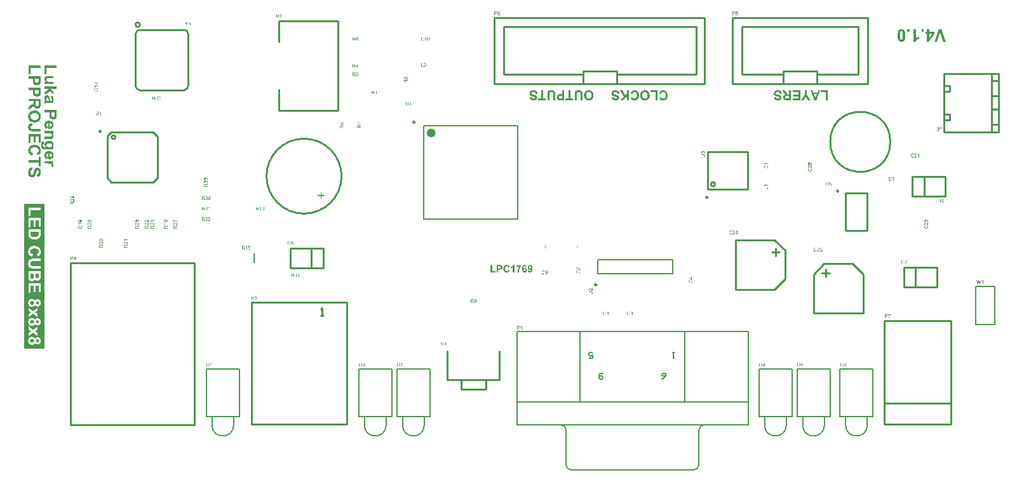
<source format=gto>
%FSAX43Y43*%
%MOMM*%
G71*
G01*
G75*
%ADD10R,2.200X2.200*%
%ADD11R,2.032X0.635*%
%ADD12R,1.524X0.508*%
%ADD13R,2.600X8.000*%
%ADD14R,0.800X0.900*%
%ADD15R,1.500X1.700*%
%ADD16R,0.508X1.500*%
%ADD17R,0.900X0.800*%
%ADD18R,0.300X1.200*%
%ADD19R,1.200X0.300*%
%ADD20R,2.540X1.016*%
%ADD21R,1.016X2.540*%
%ADD22R,1.200X1.400*%
%ADD23O,0.600X2.200*%
%ADD24O,0.300X1.800*%
%ADD25O,1.800X0.300*%
%ADD26C,0.508*%
%ADD27C,0.381*%
%ADD28C,0.254*%
%ADD29C,0.635*%
%ADD30C,0.762*%
%ADD31R,1.263X3.045*%
%ADD32R,2.794X2.667*%
%ADD33R,1.725X1.695*%
%ADD34R,2.874X2.980*%
%ADD35R,2.921X2.667*%
%ADD36R,1.270X3.048*%
%ADD37R,3.048X1.270*%
%ADD38R,2.794X3.302*%
%ADD39R,4.826X3.048*%
%ADD40R,3.048X4.826*%
%ADD41R,5.588X5.715*%
%ADD42R,1.143X1.016*%
%ADD43R,1.397X1.270*%
%ADD44R,5.334X5.461*%
%ADD45R,5.207X6.223*%
%ADD46R,1.397X4.445*%
%ADD47R,4.699X5.461*%
%ADD48R,0.353X0.241*%
%ADD49R,3.048X5.080*%
%ADD50R,0.586X1.571*%
%ADD51R,3.937X3.048*%
%ADD52R,4.699X2.413*%
%ADD53R,5.080X4.699*%
%ADD54R,2.032X2.349*%
%ADD55R,2.223X2.547*%
%ADD56R,2.449X2.272*%
%ADD57R,2.921X2.794*%
%ADD58R,5.969X6.350*%
%ADD59R,8.854X9.012*%
%ADD60R,4.572X4.572*%
%ADD61R,2.377X0.544*%
%ADD62R,1.905X0.508*%
%ADD63R,2.711X2.918*%
%ADD64R,1.397X1.524*%
%ADD65R,1.270X1.270*%
%ADD66R,1.778X1.524*%
%ADD67R,1.905X1.778*%
%ADD68R,2.032X2.009*%
%ADD69R,1.651X1.524*%
%ADD70R,3.937X3.937*%
%ADD71R,3.429X3.048*%
%ADD72R,2.794X2.794*%
%ADD73R,3.810X25.781*%
%ADD74R,9.779X2.159*%
%ADD75C,4.760*%
%ADD76R,1.690X1.690*%
%ADD77C,1.690*%
%ADD78C,0.762*%
%ADD79C,0.508*%
%ADD80C,1.524*%
%ADD81C,1.016*%
%ADD82R,2.000X2.000*%
%ADD83C,2.000*%
%ADD84R,1.500X1.500*%
%ADD85C,1.500*%
%ADD86C,1.778*%
%ADD87C,4.000*%
%ADD88C,1.270*%
%ADD89C,2.032*%
%ADD90C,1.600*%
%ADD91R,1.524X1.524*%
%ADD92C,3.556*%
%ADD93C,3.810*%
%ADD94R,1.500X1.500*%
%ADD95C,3.000*%
%ADD96R,2.794X2.540*%
%ADD97R,1.000X1.300*%
%ADD98R,1.000X1.800*%
%ADD99R,1.397X1.397*%
%ADD100R,3.048X2.667*%
%ADD101R,2.667X2.794*%
%ADD102R,0.164X0.331*%
%ADD103R,0.210X0.140*%
%ADD104R,0.210X0.331*%
%ADD105R,0.374X0.725*%
%ADD106R,1.016X1.524*%
%ADD107R,1.270X1.397*%
%ADD108R,4.953X5.080*%
%ADD109R,5.461X5.715*%
%ADD110R,2.159X0.889*%
%ADD111R,3.040X2.506*%
%ADD112R,2.921X3.175*%
%ADD113R,4.826X4.699*%
%ADD114R,5.080X5.080*%
%ADD115R,2.413X2.223*%
%ADD116R,2.603X2.675*%
%ADD117R,2.540X3.048*%
%ADD118R,6.350X6.223*%
%ADD119R,2.667X2.667*%
%ADD120R,5.715X6.350*%
%ADD121R,5.207X3.429*%
%ADD122R,13.843X6.858*%
%ADD123R,4.953X4.953*%
%ADD124R,1.397X1.651*%
%ADD125R,1.905X1.651*%
%ADD126R,3.937X3.683*%
%ADD127R,9.525X2.159*%
%ADD128C,0.200*%
%ADD129C,0.250*%
%ADD130C,0.127*%
%ADD131C,0.600*%
%ADD132C,0.150*%
G36*
X0060325Y0080104D02*
X0060224Y0080039D01*
X0060223D01*
X0060222Y0080038D01*
X0060220Y0080036D01*
X0060217Y0080035D01*
X0060209Y0080030D01*
X0060200Y0080023D01*
X0060189Y0080016D01*
X0060177Y0080007D01*
X0060167Y0080000D01*
X0060157Y0079993D01*
X0060157Y0079992D01*
X0060154Y0079990D01*
X0060149Y0079986D01*
X0060144Y0079982D01*
X0060134Y0079971D01*
X0060128Y0079966D01*
X0060125Y0079960D01*
X0060124Y0079959D01*
X0060123Y0079958D01*
X0060122Y0079955D01*
X0060120Y0079951D01*
X0060115Y0079942D01*
X0060111Y0079931D01*
Y0079930D01*
X0060111Y0079929D01*
Y0079926D01*
X0060110Y0079922D01*
X0060109Y0079917D01*
Y0079911D01*
X0060108Y0079904D01*
Y0079895D01*
Y0079821D01*
X0060325D01*
Y0079756D01*
X0059838D01*
Y0079972D01*
Y0079973D01*
Y0079975D01*
Y0079978D01*
Y0079982D01*
X0059838Y0079988D01*
Y0079994D01*
X0059839Y0080009D01*
X0059841Y0080024D01*
X0059844Y0080041D01*
X0059847Y0080056D01*
X0059849Y0080064D01*
X0059851Y0080070D01*
Y0080071D01*
X0059852Y0080072D01*
X0059853Y0080076D01*
X0059857Y0080082D01*
X0059862Y0080090D01*
X0059868Y0080099D01*
X0059876Y0080108D01*
X0059886Y0080116D01*
X0059898Y0080125D01*
X0059899Y0080125D01*
X0059904Y0080128D01*
X0059910Y0080131D01*
X0059919Y0080135D01*
X0059930Y0080139D01*
X0059943Y0080142D01*
X0059956Y0080145D01*
X0059971Y0080145D01*
X0059976D01*
X0059980Y0080145D01*
X0059985D01*
X0059990Y0080144D01*
X0060002Y0080141D01*
X0060016Y0080137D01*
X0060030Y0080131D01*
X0060045Y0080122D01*
X0060052Y0080117D01*
X0060059Y0080111D01*
X0060060Y0080110D01*
X0060062Y0080108D01*
X0060065Y0080105D01*
X0060067Y0080102D01*
X0060071Y0080097D01*
X0060074Y0080092D01*
X0060077Y0080086D01*
X0060081Y0080079D01*
X0060085Y0080071D01*
X0060088Y0080063D01*
X0060092Y0080053D01*
X0060096Y0080044D01*
X0060099Y0080033D01*
X0060101Y0080021D01*
X0060103Y0080008D01*
X0060104Y0080010D01*
X0060105Y0080013D01*
X0060108Y0080017D01*
X0060111Y0080022D01*
X0060119Y0080035D01*
X0060123Y0080042D01*
X0060128Y0080047D01*
X0060129Y0080048D01*
X0060132Y0080052D01*
X0060138Y0080057D01*
X0060146Y0080064D01*
X0060155Y0080072D01*
X0060166Y0080081D01*
X0060179Y0080090D01*
X0060193Y0080100D01*
X0060325Y0080185D01*
Y0080104D01*
D02*
G37*
G36*
Y0080214D02*
X0060317D01*
X0060312Y0080214D01*
X0060306Y0080215D01*
X0060299Y0080216D01*
X0060292Y0080218D01*
X0060284Y0080220D01*
X0060283D01*
X0060283Y0080221D01*
X0060278Y0080223D01*
X0060272Y0080225D01*
X0060263Y0080230D01*
X0060254Y0080235D01*
X0060243Y0080243D01*
X0060232Y0080250D01*
X0060220Y0080260D01*
X0060219D01*
X0060218Y0080261D01*
X0060214Y0080265D01*
X0060207Y0080271D01*
X0060198Y0080280D01*
X0060188Y0080291D01*
X0060175Y0080304D01*
X0060161Y0080320D01*
X0060146Y0080338D01*
X0060145Y0080339D01*
X0060143Y0080342D01*
X0060140Y0080346D01*
X0060134Y0080351D01*
X0060129Y0080357D01*
X0060123Y0080365D01*
X0060108Y0080381D01*
X0060091Y0080399D01*
X0060074Y0080417D01*
X0060066Y0080426D01*
X0060058Y0080433D01*
X0060050Y0080440D01*
X0060042Y0080446D01*
X0060042D01*
X0060041Y0080447D01*
X0060039Y0080449D01*
X0060036Y0080450D01*
X0060028Y0080455D01*
X0060019Y0080460D01*
X0060008Y0080465D01*
X0059996Y0080469D01*
X0059982Y0080472D01*
X0059970Y0080474D01*
X0059968D01*
X0059964Y0080473D01*
X0059957Y0080472D01*
X0059949Y0080471D01*
X0059939Y0080467D01*
X0059930Y0080463D01*
X0059919Y0080457D01*
X0059910Y0080448D01*
X0059909Y0080447D01*
X0059906Y0080444D01*
X0059902Y0080438D01*
X0059897Y0080430D01*
X0059893Y0080421D01*
X0059889Y0080409D01*
X0059886Y0080396D01*
X0059885Y0080381D01*
Y0080380D01*
Y0080379D01*
Y0080377D01*
X0059886Y0080374D01*
X0059887Y0080366D01*
X0059888Y0080357D01*
X0059892Y0080346D01*
X0059896Y0080334D01*
X0059903Y0080323D01*
X0059912Y0080312D01*
X0059913Y0080312D01*
X0059916Y0080309D01*
X0059922Y0080304D01*
X0059930Y0080300D01*
X0059941Y0080294D01*
X0059953Y0080291D01*
X0059967Y0080288D01*
X0059983Y0080286D01*
X0059976Y0080225D01*
X0059973D01*
X0059970Y0080225D01*
X0059965Y0080226D01*
X0059959Y0080228D01*
X0059953Y0080228D01*
X0059938Y0080233D01*
X0059921Y0080239D01*
X0059904Y0080247D01*
X0059887Y0080258D01*
X0059879Y0080264D01*
X0059872Y0080271D01*
X0059871Y0080272D01*
X0059870Y0080274D01*
X0059868Y0080276D01*
X0059866Y0080279D01*
X0059864Y0080283D01*
X0059860Y0080289D01*
X0059857Y0080294D01*
X0059853Y0080301D01*
X0059850Y0080309D01*
X0059847Y0080317D01*
X0059844Y0080326D01*
X0059841Y0080336D01*
X0059837Y0080358D01*
X0059836Y0080370D01*
X0059835Y0080383D01*
Y0080383D01*
Y0080386D01*
Y0080389D01*
X0059836Y0080395D01*
X0059837Y0080401D01*
X0059838Y0080407D01*
X0059838Y0080415D01*
X0059841Y0080423D01*
X0059845Y0080441D01*
X0059852Y0080459D01*
X0059856Y0080469D01*
X0059861Y0080478D01*
X0059868Y0080486D01*
X0059875Y0080494D01*
X0059876Y0080495D01*
X0059876Y0080495D01*
X0059879Y0080498D01*
X0059881Y0080501D01*
X0059886Y0080504D01*
X0059890Y0080507D01*
X0059902Y0080515D01*
X0059916Y0080522D01*
X0059932Y0080529D01*
X0059950Y0080534D01*
X0059961Y0080535D01*
X0059971Y0080536D01*
X0059976D01*
X0059982Y0080535D01*
X0059990Y0080534D01*
X0059999Y0080533D01*
X0060008Y0080530D01*
X0060019Y0080527D01*
X0060029Y0080523D01*
X0060031Y0080522D01*
X0060034Y0080521D01*
X0060039Y0080518D01*
X0060047Y0080513D01*
X0060056Y0080508D01*
X0060066Y0080501D01*
X0060077Y0080492D01*
X0060088Y0080483D01*
X0060090Y0080481D01*
X0060094Y0080478D01*
X0060101Y0080471D01*
X0060105Y0080467D01*
X0060111Y0080461D01*
X0060117Y0080455D01*
X0060123Y0080448D01*
X0060130Y0080441D01*
X0060138Y0080432D01*
X0060146Y0080424D01*
X0060155Y0080413D01*
X0060164Y0080403D01*
X0060174Y0080391D01*
X0060175Y0080390D01*
X0060177Y0080389D01*
X0060179Y0080386D01*
X0060182Y0080382D01*
X0060189Y0080373D01*
X0060199Y0080362D01*
X0060209Y0080351D01*
X0060220Y0080339D01*
X0060229Y0080329D01*
X0060232Y0080326D01*
X0060236Y0080322D01*
X0060237Y0080321D01*
X0060239Y0080320D01*
X0060242Y0080317D01*
X0060246Y0080313D01*
X0060256Y0080305D01*
X0060268Y0080297D01*
Y0080536D01*
X0060325D01*
Y0080214D01*
D02*
G37*
G36*
Y0080765D02*
X0059944D01*
X0059945Y0080765D01*
X0059947Y0080762D01*
X0059951Y0080757D01*
X0059956Y0080750D01*
X0059963Y0080742D01*
X0059970Y0080732D01*
X0059978Y0080721D01*
X0059985Y0080708D01*
Y0080708D01*
X0059986Y0080707D01*
X0059989Y0080702D01*
X0059993Y0080696D01*
X0059997Y0080688D01*
X0060002Y0080678D01*
X0060007Y0080668D01*
X0060012Y0080656D01*
X0060016Y0080646D01*
X0059958D01*
Y0080647D01*
X0059957Y0080648D01*
X0059956Y0080651D01*
X0059953Y0080654D01*
X0059951Y0080659D01*
X0059949Y0080664D01*
X0059942Y0080676D01*
X0059934Y0080689D01*
X0059924Y0080704D01*
X0059913Y0080719D01*
X0059902Y0080733D01*
X0059901Y0080734D01*
X0059900Y0080734D01*
X0059896Y0080739D01*
X0059889Y0080745D01*
X0059881Y0080754D01*
X0059870Y0080762D01*
X0059859Y0080771D01*
X0059847Y0080780D01*
X0059835Y0080786D01*
Y0080826D01*
X0060325D01*
Y0080765D01*
D02*
G37*
G36*
X0153619Y0099420D02*
X0153355D01*
Y0100491D01*
X0152703D01*
Y0100711D01*
X0153619D01*
Y0099420D01*
D02*
G37*
G36*
X0063119Y0082644D02*
X0063018Y0082579D01*
X0063017D01*
X0063016Y0082578D01*
X0063014Y0082576D01*
X0063011Y0082575D01*
X0063003Y0082570D01*
X0062994Y0082563D01*
X0062983Y0082556D01*
X0062971Y0082547D01*
X0062961Y0082540D01*
X0062951Y0082533D01*
X0062951Y0082532D01*
X0062948Y0082530D01*
X0062943Y0082526D01*
X0062938Y0082522D01*
X0062928Y0082511D01*
X0062922Y0082506D01*
X0062919Y0082500D01*
X0062918Y0082499D01*
X0062917Y0082498D01*
X0062916Y0082495D01*
X0062914Y0082491D01*
X0062909Y0082482D01*
X0062905Y0082471D01*
Y0082470D01*
X0062905Y0082469D01*
Y0082466D01*
X0062904Y0082462D01*
X0062903Y0082457D01*
Y0082451D01*
X0062902Y0082444D01*
Y0082435D01*
Y0082361D01*
X0063119D01*
Y0082296D01*
X0062632D01*
Y0082512D01*
Y0082513D01*
Y0082515D01*
Y0082518D01*
Y0082522D01*
X0062632Y0082528D01*
Y0082534D01*
X0062633Y0082549D01*
X0062635Y0082564D01*
X0062638Y0082581D01*
X0062641Y0082596D01*
X0062643Y0082604D01*
X0062645Y0082610D01*
Y0082611D01*
X0062646Y0082612D01*
X0062647Y0082616D01*
X0062651Y0082622D01*
X0062656Y0082630D01*
X0062662Y0082639D01*
X0062670Y0082648D01*
X0062680Y0082656D01*
X0062692Y0082665D01*
X0062693Y0082665D01*
X0062698Y0082668D01*
X0062704Y0082671D01*
X0062713Y0082675D01*
X0062724Y0082679D01*
X0062737Y0082682D01*
X0062750Y0082685D01*
X0062765Y0082685D01*
X0062770D01*
X0062774Y0082685D01*
X0062779D01*
X0062784Y0082684D01*
X0062796Y0082681D01*
X0062810Y0082677D01*
X0062824Y0082671D01*
X0062839Y0082662D01*
X0062846Y0082657D01*
X0062853Y0082651D01*
X0062854Y0082650D01*
X0062856Y0082648D01*
X0062859Y0082645D01*
X0062861Y0082642D01*
X0062865Y0082637D01*
X0062868Y0082632D01*
X0062871Y0082626D01*
X0062875Y0082619D01*
X0062879Y0082611D01*
X0062882Y0082603D01*
X0062886Y0082593D01*
X0062890Y0082584D01*
X0062893Y0082573D01*
X0062895Y0082561D01*
X0062897Y0082548D01*
X0062898Y0082550D01*
X0062899Y0082553D01*
X0062902Y0082557D01*
X0062905Y0082562D01*
X0062913Y0082575D01*
X0062917Y0082582D01*
X0062922Y0082587D01*
X0062923Y0082588D01*
X0062926Y0082592D01*
X0062932Y0082597D01*
X0062940Y0082604D01*
X0062949Y0082612D01*
X0062960Y0082621D01*
X0062973Y0082631D01*
X0062987Y0082640D01*
X0063119Y0082725D01*
Y0082644D01*
D02*
G37*
G36*
Y0082754D02*
X0063111D01*
X0063106Y0082754D01*
X0063100Y0082755D01*
X0063093Y0082756D01*
X0063086Y0082758D01*
X0063078Y0082760D01*
X0063077D01*
X0063077Y0082761D01*
X0063072Y0082763D01*
X0063066Y0082765D01*
X0063057Y0082770D01*
X0063048Y0082775D01*
X0063037Y0082783D01*
X0063026Y0082790D01*
X0063014Y0082800D01*
X0063013D01*
X0063012Y0082801D01*
X0063008Y0082805D01*
X0063001Y0082811D01*
X0062992Y0082820D01*
X0062982Y0082831D01*
X0062969Y0082844D01*
X0062955Y0082860D01*
X0062940Y0082878D01*
X0062939Y0082879D01*
X0062937Y0082882D01*
X0062934Y0082886D01*
X0062928Y0082891D01*
X0062923Y0082897D01*
X0062917Y0082905D01*
X0062902Y0082921D01*
X0062885Y0082939D01*
X0062868Y0082957D01*
X0062860Y0082966D01*
X0062852Y0082973D01*
X0062844Y0082980D01*
X0062836Y0082986D01*
X0062836D01*
X0062835Y0082987D01*
X0062833Y0082989D01*
X0062830Y0082990D01*
X0062822Y0082995D01*
X0062813Y0083000D01*
X0062802Y0083005D01*
X0062790Y0083009D01*
X0062776Y0083012D01*
X0062764Y0083014D01*
X0062762D01*
X0062758Y0083013D01*
X0062751Y0083012D01*
X0062743Y0083011D01*
X0062733Y0083007D01*
X0062724Y0083003D01*
X0062713Y0082997D01*
X0062704Y0082988D01*
X0062703Y0082987D01*
X0062700Y0082984D01*
X0062696Y0082978D01*
X0062691Y0082970D01*
X0062687Y0082961D01*
X0062683Y0082949D01*
X0062680Y0082936D01*
X0062679Y0082921D01*
Y0082920D01*
Y0082919D01*
Y0082917D01*
X0062680Y0082914D01*
X0062681Y0082906D01*
X0062682Y0082897D01*
X0062686Y0082886D01*
X0062690Y0082874D01*
X0062697Y0082863D01*
X0062706Y0082852D01*
X0062707Y0082852D01*
X0062710Y0082849D01*
X0062716Y0082844D01*
X0062724Y0082840D01*
X0062735Y0082834D01*
X0062747Y0082831D01*
X0062761Y0082828D01*
X0062777Y0082826D01*
X0062770Y0082765D01*
X0062767D01*
X0062764Y0082765D01*
X0062759Y0082766D01*
X0062753Y0082768D01*
X0062747Y0082768D01*
X0062732Y0082773D01*
X0062715Y0082779D01*
X0062698Y0082787D01*
X0062681Y0082798D01*
X0062673Y0082804D01*
X0062666Y0082811D01*
X0062665Y0082812D01*
X0062664Y0082814D01*
X0062662Y0082816D01*
X0062660Y0082819D01*
X0062658Y0082823D01*
X0062654Y0082829D01*
X0062651Y0082834D01*
X0062647Y0082841D01*
X0062644Y0082849D01*
X0062641Y0082857D01*
X0062638Y0082866D01*
X0062635Y0082876D01*
X0062631Y0082898D01*
X0062630Y0082910D01*
X0062629Y0082923D01*
Y0082923D01*
Y0082926D01*
Y0082929D01*
X0062630Y0082935D01*
X0062631Y0082941D01*
X0062632Y0082947D01*
X0062632Y0082955D01*
X0062635Y0082963D01*
X0062639Y0082981D01*
X0062646Y0082999D01*
X0062650Y0083009D01*
X0062655Y0083018D01*
X0062662Y0083026D01*
X0062669Y0083034D01*
X0062670Y0083035D01*
X0062670Y0083035D01*
X0062673Y0083038D01*
X0062675Y0083041D01*
X0062680Y0083044D01*
X0062684Y0083047D01*
X0062695Y0083055D01*
X0062710Y0083062D01*
X0062726Y0083069D01*
X0062744Y0083074D01*
X0062755Y0083075D01*
X0062765Y0083076D01*
X0062770D01*
X0062776Y0083075D01*
X0062784Y0083074D01*
X0062793Y0083073D01*
X0062802Y0083070D01*
X0062813Y0083067D01*
X0062823Y0083063D01*
X0062825Y0083062D01*
X0062828Y0083061D01*
X0062833Y0083058D01*
X0062841Y0083053D01*
X0062850Y0083048D01*
X0062860Y0083041D01*
X0062871Y0083032D01*
X0062882Y0083023D01*
X0062884Y0083021D01*
X0062888Y0083018D01*
X0062895Y0083011D01*
X0062899Y0083007D01*
X0062905Y0083001D01*
X0062911Y0082995D01*
X0062917Y0082988D01*
X0062924Y0082981D01*
X0062932Y0082972D01*
X0062940Y0082964D01*
X0062949Y0082953D01*
X0062958Y0082943D01*
X0062968Y0082931D01*
X0062969Y0082930D01*
X0062971Y0082929D01*
X0062973Y0082926D01*
X0062976Y0082922D01*
X0062983Y0082913D01*
X0062993Y0082902D01*
X0063003Y0082891D01*
X0063014Y0082879D01*
X0063023Y0082869D01*
X0063026Y0082866D01*
X0063030Y0082862D01*
X0063031Y0082861D01*
X0063033Y0082860D01*
X0063036Y0082857D01*
X0063040Y0082853D01*
X0063050Y0082845D01*
X0063062Y0082837D01*
Y0083076D01*
X0063119D01*
Y0082754D01*
D02*
G37*
G36*
Y0083132D02*
X0063111D01*
X0063106Y0083133D01*
X0063100Y0083133D01*
X0063093Y0083134D01*
X0063086Y0083136D01*
X0063078Y0083139D01*
X0063077D01*
X0063077Y0083139D01*
X0063072Y0083141D01*
X0063066Y0083144D01*
X0063057Y0083148D01*
X0063048Y0083153D01*
X0063037Y0083161D01*
X0063026Y0083168D01*
X0063014Y0083178D01*
X0063013D01*
X0063012Y0083179D01*
X0063008Y0083183D01*
X0063001Y0083189D01*
X0062992Y0083198D01*
X0062982Y0083209D01*
X0062969Y0083222D01*
X0062955Y0083239D01*
X0062940Y0083256D01*
X0062939Y0083257D01*
X0062937Y0083260D01*
X0062934Y0083264D01*
X0062928Y0083269D01*
X0062923Y0083276D01*
X0062917Y0083283D01*
X0062902Y0083299D01*
X0062885Y0083317D01*
X0062868Y0083335D01*
X0062860Y0083344D01*
X0062852Y0083351D01*
X0062844Y0083358D01*
X0062836Y0083364D01*
X0062836D01*
X0062835Y0083366D01*
X0062833Y0083367D01*
X0062830Y0083368D01*
X0062822Y0083373D01*
X0062813Y0083378D01*
X0062802Y0083383D01*
X0062790Y0083388D01*
X0062776Y0083391D01*
X0062764Y0083392D01*
X0062762D01*
X0062758Y0083391D01*
X0062751Y0083391D01*
X0062743Y0083389D01*
X0062733Y0083386D01*
X0062724Y0083381D01*
X0062713Y0083375D01*
X0062704Y0083366D01*
X0062703Y0083365D01*
X0062700Y0083362D01*
X0062696Y0083356D01*
X0062691Y0083348D01*
X0062687Y0083339D01*
X0062683Y0083328D01*
X0062680Y0083314D01*
X0062679Y0083299D01*
Y0083299D01*
Y0083297D01*
Y0083295D01*
X0062680Y0083292D01*
X0062681Y0083285D01*
X0062682Y0083275D01*
X0062686Y0083264D01*
X0062690Y0083252D01*
X0062697Y0083241D01*
X0062706Y0083231D01*
X0062707Y0083230D01*
X0062710Y0083227D01*
X0062716Y0083222D01*
X0062724Y0083218D01*
X0062735Y0083213D01*
X0062747Y0083209D01*
X0062761Y0083206D01*
X0062777Y0083205D01*
X0062770Y0083143D01*
X0062767D01*
X0062764Y0083144D01*
X0062759Y0083144D01*
X0062753Y0083146D01*
X0062747Y0083147D01*
X0062732Y0083151D01*
X0062715Y0083157D01*
X0062698Y0083165D01*
X0062681Y0083176D01*
X0062673Y0083182D01*
X0062666Y0083190D01*
X0062665Y0083190D01*
X0062664Y0083192D01*
X0062662Y0083194D01*
X0062660Y0083197D01*
X0062658Y0083202D01*
X0062654Y0083207D01*
X0062651Y0083213D01*
X0062647Y0083219D01*
X0062644Y0083227D01*
X0062641Y0083235D01*
X0062638Y0083245D01*
X0062635Y0083254D01*
X0062631Y0083276D01*
X0062630Y0083288D01*
X0062629Y0083301D01*
Y0083302D01*
Y0083304D01*
Y0083308D01*
X0062630Y0083313D01*
X0062631Y0083319D01*
X0062632Y0083325D01*
X0062632Y0083333D01*
X0062635Y0083341D01*
X0062639Y0083359D01*
X0062646Y0083377D01*
X0062650Y0083387D01*
X0062655Y0083396D01*
X0062662Y0083404D01*
X0062669Y0083412D01*
X0062670Y0083413D01*
X0062670Y0083414D01*
X0062673Y0083416D01*
X0062675Y0083419D01*
X0062680Y0083422D01*
X0062684Y0083426D01*
X0062695Y0083433D01*
X0062710Y0083440D01*
X0062726Y0083447D01*
X0062744Y0083452D01*
X0062755Y0083453D01*
X0062765Y0083454D01*
X0062770D01*
X0062776Y0083453D01*
X0062784Y0083452D01*
X0062793Y0083451D01*
X0062802Y0083449D01*
X0062813Y0083446D01*
X0062823Y0083441D01*
X0062825Y0083440D01*
X0062828Y0083439D01*
X0062833Y0083436D01*
X0062841Y0083432D01*
X0062850Y0083426D01*
X0062860Y0083420D01*
X0062871Y0083411D01*
X0062882Y0083401D01*
X0062884Y0083400D01*
X0062888Y0083396D01*
X0062895Y0083389D01*
X0062899Y0083385D01*
X0062905Y0083380D01*
X0062911Y0083374D01*
X0062917Y0083366D01*
X0062924Y0083359D01*
X0062932Y0083351D01*
X0062940Y0083342D01*
X0062949Y0083331D01*
X0062958Y0083321D01*
X0062968Y0083309D01*
X0062969Y0083308D01*
X0062971Y0083307D01*
X0062973Y0083304D01*
X0062976Y0083300D01*
X0062983Y0083291D01*
X0062993Y0083280D01*
X0063003Y0083269D01*
X0063014Y0083257D01*
X0063023Y0083248D01*
X0063026Y0083244D01*
X0063030Y0083240D01*
X0063031Y0083239D01*
X0063033Y0083238D01*
X0063036Y0083235D01*
X0063040Y0083231D01*
X0063050Y0083223D01*
X0063062Y0083215D01*
Y0083454D01*
X0063119D01*
Y0083132D01*
D02*
G37*
G36*
X0149987Y0099408D02*
X0149023D01*
Y0099628D01*
X0149723D01*
Y0099918D01*
X0149072D01*
Y0100138D01*
X0149723D01*
Y0100491D01*
X0148997D01*
Y0100711D01*
X0149987D01*
Y0099408D01*
D02*
G37*
G36*
X0065659Y0082644D02*
X0065558Y0082579D01*
X0065557D01*
X0065556Y0082578D01*
X0065554Y0082576D01*
X0065551Y0082575D01*
X0065543Y0082570D01*
X0065534Y0082563D01*
X0065523Y0082556D01*
X0065511Y0082547D01*
X0065501Y0082540D01*
X0065491Y0082533D01*
X0065491Y0082532D01*
X0065488Y0082530D01*
X0065483Y0082526D01*
X0065478Y0082522D01*
X0065468Y0082511D01*
X0065462Y0082506D01*
X0065459Y0082500D01*
X0065458Y0082499D01*
X0065457Y0082498D01*
X0065456Y0082495D01*
X0065454Y0082491D01*
X0065449Y0082482D01*
X0065445Y0082471D01*
Y0082470D01*
X0065445Y0082469D01*
Y0082466D01*
X0065444Y0082462D01*
X0065443Y0082457D01*
Y0082451D01*
X0065442Y0082444D01*
Y0082435D01*
Y0082361D01*
X0065659D01*
Y0082296D01*
X0065172D01*
Y0082512D01*
Y0082513D01*
Y0082515D01*
Y0082518D01*
Y0082522D01*
X0065172Y0082528D01*
Y0082534D01*
X0065173Y0082549D01*
X0065175Y0082564D01*
X0065178Y0082581D01*
X0065181Y0082596D01*
X0065183Y0082604D01*
X0065185Y0082610D01*
Y0082611D01*
X0065186Y0082612D01*
X0065187Y0082616D01*
X0065191Y0082622D01*
X0065196Y0082630D01*
X0065202Y0082639D01*
X0065210Y0082648D01*
X0065220Y0082656D01*
X0065232Y0082665D01*
X0065233Y0082665D01*
X0065238Y0082668D01*
X0065244Y0082671D01*
X0065253Y0082675D01*
X0065264Y0082679D01*
X0065277Y0082682D01*
X0065290Y0082685D01*
X0065305Y0082685D01*
X0065310D01*
X0065314Y0082685D01*
X0065319D01*
X0065324Y0082684D01*
X0065336Y0082681D01*
X0065350Y0082677D01*
X0065364Y0082671D01*
X0065379Y0082662D01*
X0065386Y0082657D01*
X0065393Y0082651D01*
X0065394Y0082650D01*
X0065396Y0082648D01*
X0065399Y0082645D01*
X0065401Y0082642D01*
X0065405Y0082637D01*
X0065408Y0082632D01*
X0065411Y0082626D01*
X0065415Y0082619D01*
X0065419Y0082611D01*
X0065422Y0082603D01*
X0065426Y0082593D01*
X0065430Y0082584D01*
X0065433Y0082573D01*
X0065435Y0082561D01*
X0065437Y0082548D01*
X0065438Y0082550D01*
X0065439Y0082553D01*
X0065442Y0082557D01*
X0065445Y0082562D01*
X0065453Y0082575D01*
X0065457Y0082582D01*
X0065462Y0082587D01*
X0065463Y0082588D01*
X0065466Y0082592D01*
X0065472Y0082597D01*
X0065480Y0082604D01*
X0065489Y0082612D01*
X0065500Y0082621D01*
X0065513Y0082631D01*
X0065527Y0082640D01*
X0065659Y0082725D01*
Y0082644D01*
D02*
G37*
G36*
Y0082927D02*
X0065278D01*
X0065279Y0082926D01*
X0065281Y0082923D01*
X0065285Y0082918D01*
X0065290Y0082912D01*
X0065297Y0082903D01*
X0065304Y0082894D01*
X0065312Y0082883D01*
X0065319Y0082870D01*
Y0082869D01*
X0065320Y0082869D01*
X0065323Y0082864D01*
X0065327Y0082857D01*
X0065331Y0082849D01*
X0065336Y0082840D01*
X0065341Y0082829D01*
X0065346Y0082818D01*
X0065350Y0082808D01*
X0065292D01*
Y0082809D01*
X0065291Y0082810D01*
X0065290Y0082813D01*
X0065287Y0082816D01*
X0065285Y0082820D01*
X0065283Y0082826D01*
X0065276Y0082837D01*
X0065268Y0082851D01*
X0065258Y0082866D01*
X0065247Y0082880D01*
X0065235Y0082895D01*
X0065235Y0082895D01*
X0065234Y0082896D01*
X0065230Y0082900D01*
X0065223Y0082907D01*
X0065215Y0082915D01*
X0065204Y0082924D01*
X0065193Y0082933D01*
X0065181Y0082941D01*
X0065169Y0082948D01*
Y0082987D01*
X0065659D01*
Y0082927D01*
D02*
G37*
G36*
X0056804Y0080917D02*
X0056812D01*
X0056822Y0080916D01*
X0056832Y0080915D01*
X0056855Y0080913D01*
X0056878Y0080910D01*
X0056901Y0080906D01*
X0056911Y0080903D01*
X0056921Y0080900D01*
X0056922D01*
X0056924Y0080899D01*
X0056927Y0080898D01*
X0056930Y0080897D01*
X0056935Y0080894D01*
X0056939Y0080892D01*
X0056951Y0080886D01*
X0056964Y0080879D01*
X0056978Y0080870D01*
X0056991Y0080860D01*
X0057003Y0080847D01*
Y0080846D01*
X0057004Y0080846D01*
X0057005Y0080843D01*
X0057007Y0080841D01*
X0057012Y0080833D01*
X0057017Y0080823D01*
X0057022Y0080810D01*
X0057027Y0080795D01*
X0057030Y0080778D01*
X0057031Y0080759D01*
Y0080758D01*
Y0080756D01*
Y0080752D01*
X0057030Y0080747D01*
X0057030Y0080741D01*
X0057028Y0080734D01*
X0057027Y0080727D01*
X0057025Y0080719D01*
X0057019Y0080701D01*
X0057015Y0080691D01*
X0057010Y0080682D01*
X0057004Y0080673D01*
X0056998Y0080664D01*
X0056990Y0080656D01*
X0056981Y0080647D01*
X0056981Y0080647D01*
X0056979Y0080645D01*
X0056975Y0080643D01*
X0056970Y0080640D01*
X0056963Y0080636D01*
X0056955Y0080633D01*
X0056945Y0080628D01*
X0056933Y0080624D01*
X0056921Y0080619D01*
X0056906Y0080615D01*
X0056889Y0080611D01*
X0056872Y0080607D01*
X0056852Y0080604D01*
X0056831Y0080602D01*
X0056807Y0080601D01*
X0056783Y0080600D01*
X0056769D01*
X0056761Y0080601D01*
X0056753D01*
X0056743Y0080602D01*
X0056733Y0080602D01*
X0056711Y0080604D01*
X0056688Y0080607D01*
X0056665Y0080611D01*
X0056654Y0080614D01*
X0056644Y0080617D01*
X0056643D01*
X0056642Y0080618D01*
X0056639Y0080619D01*
X0056635Y0080621D01*
X0056631Y0080622D01*
X0056625Y0080625D01*
X0056614Y0080630D01*
X0056600Y0080638D01*
X0056587Y0080647D01*
X0056574Y0080657D01*
X0056562Y0080670D01*
Y0080670D01*
X0056561Y0080671D01*
X0056559Y0080673D01*
X0056558Y0080676D01*
X0056554Y0080684D01*
X0056548Y0080694D01*
X0056542Y0080707D01*
X0056538Y0080722D01*
X0056535Y0080739D01*
X0056533Y0080759D01*
Y0080759D01*
Y0080760D01*
Y0080762D01*
Y0080765D01*
X0056534Y0080773D01*
X0056536Y0080782D01*
X0056537Y0080792D01*
X0056540Y0080804D01*
X0056545Y0080816D01*
X0056550Y0080827D01*
X0056551Y0080828D01*
X0056553Y0080832D01*
X0056556Y0080837D01*
X0056561Y0080845D01*
X0056568Y0080852D01*
X0056576Y0080860D01*
X0056585Y0080869D01*
X0056595Y0080876D01*
X0056597Y0080877D01*
X0056600Y0080879D01*
X0056607Y0080883D01*
X0056615Y0080887D01*
X0056625Y0080892D01*
X0056638Y0080897D01*
X0056652Y0080902D01*
X0056668Y0080906D01*
X0056668D01*
X0056670Y0080907D01*
X0056672D01*
X0056676Y0080908D01*
X0056680Y0080909D01*
X0056685Y0080910D01*
X0056691Y0080911D01*
X0056698Y0080912D01*
X0056706Y0080913D01*
X0056714Y0080914D01*
X0056724Y0080915D01*
X0056734Y0080916D01*
X0056746Y0080917D01*
X0056757D01*
X0056783Y0080917D01*
X0056797D01*
X0056804Y0080917D01*
D02*
G37*
G36*
X0150860Y0100163D02*
X0151336Y0099408D01*
X0151030D01*
X0150723Y0099925D01*
X0150421Y0099408D01*
X0150120D01*
X0150596Y0100165D01*
Y0100711D01*
X0150860D01*
Y0100163D01*
D02*
G37*
G36*
X0057023Y0080104D02*
X0056922Y0080039D01*
X0056921D01*
X0056920Y0080038D01*
X0056918Y0080036D01*
X0056915Y0080035D01*
X0056907Y0080030D01*
X0056898Y0080023D01*
X0056887Y0080016D01*
X0056875Y0080007D01*
X0056865Y0080000D01*
X0056855Y0079993D01*
X0056855Y0079992D01*
X0056852Y0079990D01*
X0056847Y0079986D01*
X0056842Y0079982D01*
X0056832Y0079971D01*
X0056826Y0079966D01*
X0056823Y0079960D01*
X0056822Y0079959D01*
X0056821Y0079958D01*
X0056820Y0079955D01*
X0056818Y0079951D01*
X0056813Y0079942D01*
X0056809Y0079931D01*
Y0079930D01*
X0056809Y0079929D01*
Y0079926D01*
X0056808Y0079922D01*
X0056807Y0079917D01*
Y0079911D01*
X0056806Y0079904D01*
Y0079895D01*
Y0079821D01*
X0057023D01*
Y0079756D01*
X0056536D01*
Y0079972D01*
Y0079973D01*
Y0079975D01*
Y0079978D01*
Y0079982D01*
X0056536Y0079988D01*
Y0079994D01*
X0056537Y0080009D01*
X0056539Y0080024D01*
X0056542Y0080041D01*
X0056545Y0080056D01*
X0056547Y0080064D01*
X0056549Y0080070D01*
Y0080071D01*
X0056550Y0080072D01*
X0056551Y0080076D01*
X0056555Y0080082D01*
X0056560Y0080090D01*
X0056566Y0080099D01*
X0056574Y0080108D01*
X0056584Y0080116D01*
X0056596Y0080125D01*
X0056597Y0080125D01*
X0056602Y0080128D01*
X0056608Y0080131D01*
X0056617Y0080135D01*
X0056628Y0080139D01*
X0056641Y0080142D01*
X0056654Y0080145D01*
X0056669Y0080145D01*
X0056674D01*
X0056678Y0080145D01*
X0056683D01*
X0056688Y0080144D01*
X0056700Y0080141D01*
X0056714Y0080137D01*
X0056728Y0080131D01*
X0056743Y0080122D01*
X0056750Y0080117D01*
X0056757Y0080111D01*
X0056758Y0080110D01*
X0056760Y0080108D01*
X0056763Y0080105D01*
X0056765Y0080102D01*
X0056769Y0080097D01*
X0056772Y0080092D01*
X0056775Y0080086D01*
X0056779Y0080079D01*
X0056783Y0080071D01*
X0056786Y0080063D01*
X0056790Y0080053D01*
X0056794Y0080044D01*
X0056797Y0080033D01*
X0056799Y0080021D01*
X0056801Y0080008D01*
X0056802Y0080010D01*
X0056803Y0080013D01*
X0056806Y0080017D01*
X0056809Y0080022D01*
X0056817Y0080035D01*
X0056821Y0080042D01*
X0056826Y0080047D01*
X0056827Y0080048D01*
X0056830Y0080052D01*
X0056836Y0080057D01*
X0056844Y0080064D01*
X0056853Y0080072D01*
X0056864Y0080081D01*
X0056877Y0080090D01*
X0056891Y0080100D01*
X0057023Y0080185D01*
Y0080104D01*
D02*
G37*
G36*
Y0080214D02*
X0057015D01*
X0057010Y0080214D01*
X0057004Y0080215D01*
X0056997Y0080216D01*
X0056990Y0080218D01*
X0056982Y0080220D01*
X0056981D01*
X0056981Y0080221D01*
X0056976Y0080223D01*
X0056970Y0080225D01*
X0056961Y0080230D01*
X0056952Y0080235D01*
X0056941Y0080243D01*
X0056930Y0080250D01*
X0056918Y0080260D01*
X0056917D01*
X0056916Y0080261D01*
X0056912Y0080265D01*
X0056905Y0080271D01*
X0056896Y0080280D01*
X0056886Y0080291D01*
X0056873Y0080304D01*
X0056859Y0080320D01*
X0056844Y0080338D01*
X0056843Y0080339D01*
X0056841Y0080342D01*
X0056838Y0080346D01*
X0056832Y0080351D01*
X0056827Y0080357D01*
X0056821Y0080365D01*
X0056806Y0080381D01*
X0056789Y0080399D01*
X0056772Y0080417D01*
X0056764Y0080426D01*
X0056756Y0080433D01*
X0056748Y0080440D01*
X0056740Y0080446D01*
X0056740D01*
X0056739Y0080447D01*
X0056737Y0080449D01*
X0056734Y0080450D01*
X0056726Y0080455D01*
X0056717Y0080460D01*
X0056706Y0080465D01*
X0056694Y0080469D01*
X0056680Y0080472D01*
X0056668Y0080474D01*
X0056666D01*
X0056662Y0080473D01*
X0056655Y0080472D01*
X0056647Y0080471D01*
X0056637Y0080467D01*
X0056628Y0080463D01*
X0056617Y0080457D01*
X0056608Y0080448D01*
X0056607Y0080447D01*
X0056604Y0080444D01*
X0056600Y0080438D01*
X0056595Y0080430D01*
X0056591Y0080421D01*
X0056587Y0080409D01*
X0056584Y0080396D01*
X0056583Y0080381D01*
Y0080380D01*
Y0080379D01*
Y0080377D01*
X0056584Y0080374D01*
X0056585Y0080366D01*
X0056586Y0080357D01*
X0056590Y0080346D01*
X0056594Y0080334D01*
X0056601Y0080323D01*
X0056610Y0080312D01*
X0056611Y0080312D01*
X0056614Y0080309D01*
X0056620Y0080304D01*
X0056628Y0080300D01*
X0056639Y0080294D01*
X0056651Y0080291D01*
X0056665Y0080288D01*
X0056681Y0080286D01*
X0056674Y0080225D01*
X0056671D01*
X0056668Y0080225D01*
X0056663Y0080226D01*
X0056657Y0080228D01*
X0056651Y0080228D01*
X0056636Y0080233D01*
X0056619Y0080239D01*
X0056602Y0080247D01*
X0056585Y0080258D01*
X0056577Y0080264D01*
X0056570Y0080271D01*
X0056569Y0080272D01*
X0056568Y0080274D01*
X0056566Y0080276D01*
X0056564Y0080279D01*
X0056562Y0080283D01*
X0056558Y0080289D01*
X0056555Y0080294D01*
X0056551Y0080301D01*
X0056548Y0080309D01*
X0056545Y0080317D01*
X0056542Y0080326D01*
X0056539Y0080336D01*
X0056535Y0080358D01*
X0056534Y0080370D01*
X0056533Y0080383D01*
Y0080383D01*
Y0080386D01*
Y0080389D01*
X0056534Y0080395D01*
X0056535Y0080401D01*
X0056536Y0080407D01*
X0056536Y0080415D01*
X0056539Y0080423D01*
X0056543Y0080441D01*
X0056550Y0080459D01*
X0056554Y0080469D01*
X0056559Y0080478D01*
X0056566Y0080486D01*
X0056573Y0080494D01*
X0056574Y0080495D01*
X0056574Y0080495D01*
X0056577Y0080498D01*
X0056579Y0080501D01*
X0056584Y0080504D01*
X0056588Y0080507D01*
X0056599Y0080515D01*
X0056614Y0080522D01*
X0056630Y0080529D01*
X0056648Y0080534D01*
X0056659Y0080535D01*
X0056669Y0080536D01*
X0056674D01*
X0056680Y0080535D01*
X0056688Y0080534D01*
X0056697Y0080533D01*
X0056706Y0080530D01*
X0056717Y0080527D01*
X0056727Y0080523D01*
X0056729Y0080522D01*
X0056732Y0080521D01*
X0056737Y0080518D01*
X0056745Y0080513D01*
X0056754Y0080508D01*
X0056764Y0080501D01*
X0056775Y0080492D01*
X0056786Y0080483D01*
X0056788Y0080481D01*
X0056792Y0080478D01*
X0056799Y0080471D01*
X0056803Y0080467D01*
X0056809Y0080461D01*
X0056815Y0080455D01*
X0056821Y0080448D01*
X0056828Y0080441D01*
X0056836Y0080432D01*
X0056844Y0080424D01*
X0056853Y0080413D01*
X0056862Y0080403D01*
X0056872Y0080391D01*
X0056873Y0080390D01*
X0056875Y0080389D01*
X0056877Y0080386D01*
X0056880Y0080382D01*
X0056887Y0080373D01*
X0056897Y0080362D01*
X0056907Y0080351D01*
X0056918Y0080339D01*
X0056927Y0080329D01*
X0056930Y0080326D01*
X0056934Y0080322D01*
X0056935Y0080321D01*
X0056937Y0080320D01*
X0056940Y0080317D01*
X0056944Y0080313D01*
X0056954Y0080305D01*
X0056966Y0080297D01*
Y0080536D01*
X0057023D01*
Y0080214D01*
D02*
G37*
G36*
X0066929Y0082754D02*
X0066921D01*
X0066916Y0082754D01*
X0066910Y0082755D01*
X0066903Y0082756D01*
X0066896Y0082758D01*
X0066888Y0082760D01*
X0066887D01*
X0066887Y0082761D01*
X0066882Y0082763D01*
X0066876Y0082765D01*
X0066867Y0082770D01*
X0066858Y0082775D01*
X0066847Y0082783D01*
X0066836Y0082790D01*
X0066824Y0082800D01*
X0066823D01*
X0066822Y0082801D01*
X0066818Y0082805D01*
X0066811Y0082811D01*
X0066802Y0082820D01*
X0066792Y0082831D01*
X0066779Y0082844D01*
X0066765Y0082860D01*
X0066750Y0082878D01*
X0066749Y0082879D01*
X0066747Y0082882D01*
X0066744Y0082886D01*
X0066738Y0082891D01*
X0066733Y0082897D01*
X0066727Y0082905D01*
X0066712Y0082921D01*
X0066695Y0082939D01*
X0066678Y0082957D01*
X0066670Y0082966D01*
X0066662Y0082973D01*
X0066654Y0082980D01*
X0066646Y0082986D01*
X0066646D01*
X0066645Y0082987D01*
X0066643Y0082989D01*
X0066640Y0082990D01*
X0066632Y0082995D01*
X0066623Y0083000D01*
X0066612Y0083005D01*
X0066600Y0083009D01*
X0066586Y0083012D01*
X0066574Y0083014D01*
X0066572D01*
X0066568Y0083013D01*
X0066561Y0083012D01*
X0066553Y0083011D01*
X0066543Y0083007D01*
X0066534Y0083003D01*
X0066523Y0082997D01*
X0066514Y0082988D01*
X0066513Y0082987D01*
X0066510Y0082984D01*
X0066506Y0082978D01*
X0066501Y0082970D01*
X0066497Y0082961D01*
X0066493Y0082949D01*
X0066490Y0082936D01*
X0066489Y0082921D01*
Y0082920D01*
Y0082919D01*
Y0082917D01*
X0066490Y0082914D01*
X0066491Y0082906D01*
X0066492Y0082897D01*
X0066496Y0082886D01*
X0066500Y0082874D01*
X0066507Y0082863D01*
X0066516Y0082852D01*
X0066517Y0082852D01*
X0066520Y0082849D01*
X0066526Y0082844D01*
X0066534Y0082840D01*
X0066545Y0082834D01*
X0066557Y0082831D01*
X0066571Y0082828D01*
X0066587Y0082826D01*
X0066580Y0082765D01*
X0066577D01*
X0066574Y0082765D01*
X0066569Y0082766D01*
X0066563Y0082768D01*
X0066557Y0082768D01*
X0066542Y0082773D01*
X0066525Y0082779D01*
X0066508Y0082787D01*
X0066491Y0082798D01*
X0066483Y0082804D01*
X0066476Y0082811D01*
X0066475Y0082812D01*
X0066474Y0082814D01*
X0066472Y0082816D01*
X0066470Y0082819D01*
X0066468Y0082823D01*
X0066464Y0082829D01*
X0066461Y0082834D01*
X0066457Y0082841D01*
X0066454Y0082849D01*
X0066451Y0082857D01*
X0066448Y0082866D01*
X0066445Y0082876D01*
X0066441Y0082898D01*
X0066440Y0082910D01*
X0066439Y0082923D01*
Y0082923D01*
Y0082926D01*
Y0082929D01*
X0066440Y0082935D01*
X0066441Y0082941D01*
X0066442Y0082947D01*
X0066442Y0082955D01*
X0066445Y0082963D01*
X0066449Y0082981D01*
X0066456Y0082999D01*
X0066460Y0083009D01*
X0066465Y0083018D01*
X0066472Y0083026D01*
X0066479Y0083034D01*
X0066480Y0083035D01*
X0066480Y0083035D01*
X0066483Y0083038D01*
X0066485Y0083041D01*
X0066490Y0083044D01*
X0066494Y0083047D01*
X0066506Y0083055D01*
X0066520Y0083062D01*
X0066536Y0083069D01*
X0066554Y0083074D01*
X0066565Y0083075D01*
X0066575Y0083076D01*
X0066580D01*
X0066586Y0083075D01*
X0066594Y0083074D01*
X0066603Y0083073D01*
X0066612Y0083070D01*
X0066623Y0083067D01*
X0066633Y0083063D01*
X0066635Y0083062D01*
X0066638Y0083061D01*
X0066643Y0083058D01*
X0066651Y0083053D01*
X0066660Y0083048D01*
X0066670Y0083041D01*
X0066681Y0083032D01*
X0066692Y0083023D01*
X0066694Y0083021D01*
X0066698Y0083018D01*
X0066705Y0083011D01*
X0066709Y0083007D01*
X0066715Y0083001D01*
X0066721Y0082995D01*
X0066727Y0082988D01*
X0066734Y0082981D01*
X0066742Y0082972D01*
X0066750Y0082964D01*
X0066759Y0082953D01*
X0066768Y0082943D01*
X0066778Y0082931D01*
X0066779Y0082930D01*
X0066781Y0082929D01*
X0066783Y0082926D01*
X0066786Y0082922D01*
X0066793Y0082913D01*
X0066803Y0082902D01*
X0066813Y0082891D01*
X0066824Y0082879D01*
X0066833Y0082869D01*
X0066836Y0082866D01*
X0066840Y0082862D01*
X0066841Y0082861D01*
X0066843Y0082860D01*
X0066846Y0082857D01*
X0066850Y0082853D01*
X0066860Y0082845D01*
X0066872Y0082837D01*
Y0083076D01*
X0066929D01*
Y0082754D01*
D02*
G37*
G36*
X0066495Y0083458D02*
X0066497Y0083457D01*
X0066500Y0083454D01*
X0066503Y0083451D01*
X0066508Y0083447D01*
X0066514Y0083442D01*
X0066522Y0083436D01*
X0066529Y0083430D01*
X0066538Y0083423D01*
X0066549Y0083416D01*
X0066559Y0083408D01*
X0066571Y0083400D01*
X0066583Y0083392D01*
X0066597Y0083383D01*
X0066612Y0083375D01*
X0066626Y0083366D01*
X0066627Y0083366D01*
X0066630Y0083364D01*
X0066635Y0083362D01*
X0066640Y0083359D01*
X0066648Y0083355D01*
X0066657Y0083351D01*
X0066667Y0083345D01*
X0066678Y0083340D01*
X0066690Y0083335D01*
X0066704Y0083329D01*
X0066718Y0083323D01*
X0066732Y0083317D01*
X0066763Y0083306D01*
X0066796Y0083296D01*
X0066796D01*
X0066798Y0083295D01*
X0066801Y0083294D01*
X0066806Y0083293D01*
X0066812Y0083291D01*
X0066818Y0083290D01*
X0066827Y0083288D01*
X0066835Y0083286D01*
X0066844Y0083285D01*
X0066855Y0083282D01*
X0066877Y0083279D01*
X0066902Y0083276D01*
X0066929Y0083274D01*
Y0083212D01*
X0066923D01*
X0066919Y0083213D01*
X0066913D01*
X0066907Y0083213D01*
X0066899Y0083214D01*
X0066890Y0083215D01*
X0066881Y0083216D01*
X0066870Y0083218D01*
X0066859Y0083219D01*
X0066847Y0083222D01*
X0066833Y0083224D01*
X0066820Y0083227D01*
X0066790Y0083234D01*
X0066790D01*
X0066787Y0083235D01*
X0066782Y0083236D01*
X0066776Y0083238D01*
X0066769Y0083240D01*
X0066761Y0083243D01*
X0066751Y0083246D01*
X0066740Y0083250D01*
X0066729Y0083254D01*
X0066716Y0083259D01*
X0066689Y0083269D01*
X0066661Y0083282D01*
X0066633Y0083296D01*
X0066632Y0083297D01*
X0066629Y0083298D01*
X0066626Y0083300D01*
X0066620Y0083303D01*
X0066614Y0083307D01*
X0066606Y0083311D01*
X0066598Y0083317D01*
X0066589Y0083322D01*
X0066569Y0083335D01*
X0066547Y0083350D01*
X0066526Y0083366D01*
X0066505Y0083383D01*
Y0083144D01*
X0066448D01*
Y0083459D01*
X0066494D01*
X0066495Y0083458D01*
D02*
G37*
G36*
X0147033Y0100733D02*
X0147053Y0100731D01*
X0147077Y0100729D01*
X0147103Y0100725D01*
X0147132Y0100721D01*
X0147194Y0100707D01*
X0147226Y0100697D01*
X0147257Y0100687D01*
X0147287Y0100673D01*
X0147317Y0100659D01*
X0147347Y0100642D01*
X0147372Y0100622D01*
X0147374Y0100620D01*
X0147378Y0100616D01*
X0147384Y0100610D01*
X0147394Y0100600D01*
X0147404Y0100588D01*
X0147416Y0100574D01*
X0147428Y0100556D01*
X0147442Y0100538D01*
X0147456Y0100515D01*
X0147470Y0100491D01*
X0147482Y0100463D01*
X0147495Y0100433D01*
X0147505Y0100402D01*
X0147515Y0100366D01*
X0147523Y0100328D01*
X0147529Y0100288D01*
X0147273Y0100263D01*
Y0100265D01*
X0147271Y0100269D01*
Y0100275D01*
X0147269Y0100285D01*
X0147263Y0100306D01*
X0147253Y0100336D01*
X0147241Y0100366D01*
X0147226Y0100398D01*
X0147206Y0100427D01*
X0147182Y0100453D01*
X0147178Y0100455D01*
X0147168Y0100463D01*
X0147152Y0100471D01*
X0147130Y0100483D01*
X0147103Y0100493D01*
X0147071Y0100503D01*
X0147033Y0100511D01*
X0146990Y0100513D01*
X0146968D01*
X0146946Y0100511D01*
X0146918Y0100507D01*
X0146886Y0100499D01*
X0146855Y0100491D01*
X0146825Y0100477D01*
X0146799Y0100459D01*
X0146797Y0100457D01*
X0146789Y0100449D01*
X0146779Y0100439D01*
X0146765Y0100423D01*
X0146753Y0100406D01*
X0146744Y0100384D01*
X0146736Y0100360D01*
X0146734Y0100334D01*
Y0100332D01*
Y0100326D01*
X0146736Y0100318D01*
X0146738Y0100306D01*
X0146746Y0100283D01*
X0146751Y0100269D01*
X0146761Y0100257D01*
X0146763Y0100255D01*
X0146767Y0100251D01*
X0146773Y0100245D01*
X0146783Y0100237D01*
X0146797Y0100227D01*
X0146813Y0100219D01*
X0146833Y0100209D01*
X0146857Y0100199D01*
X0146859D01*
X0146867Y0100195D01*
X0146880Y0100191D01*
X0146900Y0100185D01*
X0146912Y0100181D01*
X0146928Y0100177D01*
X0146944Y0100173D01*
X0146964Y0100167D01*
X0146986Y0100161D01*
X0147009Y0100156D01*
X0147035Y0100150D01*
X0147065Y0100142D01*
X0147067D01*
X0147075Y0100140D01*
X0147085Y0100136D01*
X0147099Y0100132D01*
X0147117Y0100128D01*
X0147136Y0100122D01*
X0147180Y0100106D01*
X0147230Y0100088D01*
X0147279Y0100066D01*
X0147323Y0100040D01*
X0147343Y0100027D01*
X0147361Y0100013D01*
X0147362Y0100011D01*
X0147366Y0100007D01*
X0147372Y0100001D01*
X0147378Y0099993D01*
X0147388Y0099983D01*
X0147398Y0099971D01*
X0147408Y0099955D01*
X0147420Y0099939D01*
X0147442Y0099902D01*
X0147462Y0099856D01*
X0147468Y0099832D01*
X0147474Y0099806D01*
X0147478Y0099779D01*
X0147480Y0099751D01*
Y0099749D01*
Y0099747D01*
Y0099741D01*
Y0099733D01*
X0147476Y0099715D01*
X0147472Y0099689D01*
X0147466Y0099662D01*
X0147456Y0099630D01*
X0147442Y0099598D01*
X0147424Y0099564D01*
Y0099562D01*
X0147422Y0099560D01*
X0147414Y0099551D01*
X0147400Y0099535D01*
X0147382Y0099515D01*
X0147361Y0099493D01*
X0147333Y0099471D01*
X0147301Y0099449D01*
X0147263Y0099431D01*
X0147261D01*
X0147259Y0099429D01*
X0147251Y0099428D01*
X0147243Y0099424D01*
X0147234Y0099422D01*
X0147222Y0099418D01*
X0147192Y0099408D01*
X0147154Y0099400D01*
X0147111Y0099394D01*
X0147061Y0099388D01*
X0147007Y0099386D01*
X0146984D01*
X0146968Y0099388D01*
X0146946Y0099390D01*
X0146922Y0099392D01*
X0146896Y0099396D01*
X0146869Y0099400D01*
X0146809Y0099412D01*
X0146748Y0099431D01*
X0146718Y0099443D01*
X0146690Y0099459D01*
X0146662Y0099475D01*
X0146638Y0099495D01*
X0146636Y0099497D01*
X0146632Y0099501D01*
X0146627Y0099507D01*
X0146619Y0099515D01*
X0146609Y0099525D01*
X0146599Y0099539D01*
X0146587Y0099554D01*
X0146575Y0099572D01*
X0146563Y0099592D01*
X0146553Y0099614D01*
X0146531Y0099662D01*
X0146523Y0099689D01*
X0146515Y0099719D01*
X0146509Y0099751D01*
X0146507Y0099783D01*
X0146771Y0099793D01*
Y0099791D01*
Y0099789D01*
X0146775Y0099777D01*
X0146779Y0099759D01*
X0146787Y0099737D01*
X0146797Y0099713D01*
X0146809Y0099689D01*
X0146825Y0099668D01*
X0146845Y0099650D01*
X0146847Y0099648D01*
X0146855Y0099642D01*
X0146867Y0099636D01*
X0146884Y0099626D01*
X0146908Y0099618D01*
X0146936Y0099612D01*
X0146970Y0099606D01*
X0147009Y0099604D01*
X0147027D01*
X0147049Y0099606D01*
X0147075Y0099610D01*
X0147103Y0099616D01*
X0147132Y0099624D01*
X0147162Y0099636D01*
X0147188Y0099652D01*
X0147190Y0099654D01*
X0147194Y0099658D01*
X0147200Y0099664D01*
X0147208Y0099674D01*
X0147216Y0099685D01*
X0147222Y0099699D01*
X0147226Y0099715D01*
X0147228Y0099733D01*
Y0099735D01*
Y0099741D01*
X0147226Y0099749D01*
X0147224Y0099761D01*
X0147218Y0099773D01*
X0147212Y0099787D01*
X0147202Y0099798D01*
X0147190Y0099812D01*
X0147188Y0099814D01*
X0147180Y0099820D01*
X0147164Y0099828D01*
X0147154Y0099832D01*
X0147140Y0099838D01*
X0147126Y0099846D01*
X0147109Y0099852D01*
X0147091Y0099860D01*
X0147067Y0099866D01*
X0147043Y0099874D01*
X0147015Y0099882D01*
X0146984Y0099892D01*
X0146950Y0099900D01*
X0146948D01*
X0146942Y0099902D01*
X0146932Y0099904D01*
X0146918Y0099908D01*
X0146902Y0099912D01*
X0146884Y0099918D01*
X0146843Y0099927D01*
X0146795Y0099943D01*
X0146750Y0099957D01*
X0146704Y0099975D01*
X0146684Y0099983D01*
X0146666Y0099993D01*
X0146664D01*
X0146662Y0099995D01*
X0146650Y0100001D01*
X0146634Y0100013D01*
X0146615Y0100027D01*
X0146591Y0100046D01*
X0146567Y0100068D01*
X0146545Y0100096D01*
X0146523Y0100126D01*
X0146521Y0100130D01*
X0146515Y0100140D01*
X0146506Y0100160D01*
X0146496Y0100183D01*
X0146488Y0100213D01*
X0146478Y0100249D01*
X0146472Y0100288D01*
X0146470Y0100332D01*
Y0100334D01*
Y0100338D01*
Y0100344D01*
Y0100352D01*
X0146474Y0100374D01*
X0146478Y0100402D01*
X0146486Y0100433D01*
X0146496Y0100469D01*
X0146511Y0100507D01*
X0146533Y0100544D01*
Y0100546D01*
X0146535Y0100548D01*
X0146545Y0100560D01*
X0146559Y0100578D01*
X0146579Y0100598D01*
X0146603Y0100622D01*
X0146634Y0100646D01*
X0146668Y0100669D01*
X0146710Y0100689D01*
X0146712D01*
X0146716Y0100691D01*
X0146722Y0100693D01*
X0146730Y0100697D01*
X0146742Y0100699D01*
X0146753Y0100703D01*
X0146769Y0100707D01*
X0146787Y0100711D01*
X0146829Y0100721D01*
X0146876Y0100727D01*
X0146930Y0100733D01*
X0146992Y0100735D01*
X0147015D01*
X0147033Y0100733D01*
D02*
G37*
G36*
X0066929Y0082644D02*
X0066828Y0082579D01*
X0066827D01*
X0066826Y0082578D01*
X0066824Y0082576D01*
X0066821Y0082575D01*
X0066813Y0082570D01*
X0066804Y0082563D01*
X0066793Y0082556D01*
X0066781Y0082547D01*
X0066771Y0082540D01*
X0066761Y0082533D01*
X0066761Y0082532D01*
X0066758Y0082530D01*
X0066753Y0082526D01*
X0066748Y0082522D01*
X0066738Y0082511D01*
X0066732Y0082506D01*
X0066729Y0082500D01*
X0066728Y0082499D01*
X0066727Y0082498D01*
X0066726Y0082495D01*
X0066724Y0082491D01*
X0066719Y0082482D01*
X0066715Y0082471D01*
Y0082470D01*
X0066715Y0082469D01*
Y0082466D01*
X0066714Y0082462D01*
X0066713Y0082457D01*
Y0082451D01*
X0066712Y0082444D01*
Y0082435D01*
Y0082361D01*
X0066929D01*
Y0082296D01*
X0066442D01*
Y0082512D01*
Y0082513D01*
Y0082515D01*
Y0082518D01*
Y0082522D01*
X0066442Y0082528D01*
Y0082534D01*
X0066443Y0082549D01*
X0066445Y0082564D01*
X0066448Y0082581D01*
X0066451Y0082596D01*
X0066453Y0082604D01*
X0066455Y0082610D01*
Y0082611D01*
X0066456Y0082612D01*
X0066457Y0082616D01*
X0066461Y0082622D01*
X0066466Y0082630D01*
X0066472Y0082639D01*
X0066480Y0082648D01*
X0066490Y0082656D01*
X0066502Y0082665D01*
X0066503Y0082665D01*
X0066508Y0082668D01*
X0066514Y0082671D01*
X0066523Y0082675D01*
X0066534Y0082679D01*
X0066547Y0082682D01*
X0066560Y0082685D01*
X0066575Y0082685D01*
X0066580D01*
X0066584Y0082685D01*
X0066589D01*
X0066594Y0082684D01*
X0066606Y0082681D01*
X0066620Y0082677D01*
X0066634Y0082671D01*
X0066649Y0082662D01*
X0066656Y0082657D01*
X0066663Y0082651D01*
X0066664Y0082650D01*
X0066666Y0082648D01*
X0066669Y0082645D01*
X0066671Y0082642D01*
X0066675Y0082637D01*
X0066678Y0082632D01*
X0066681Y0082626D01*
X0066685Y0082619D01*
X0066689Y0082611D01*
X0066692Y0082603D01*
X0066696Y0082593D01*
X0066700Y0082584D01*
X0066703Y0082573D01*
X0066705Y0082561D01*
X0066707Y0082548D01*
X0066708Y0082550D01*
X0066709Y0082553D01*
X0066712Y0082557D01*
X0066715Y0082562D01*
X0066723Y0082575D01*
X0066727Y0082582D01*
X0066732Y0082587D01*
X0066733Y0082588D01*
X0066736Y0082592D01*
X0066742Y0082597D01*
X0066750Y0082604D01*
X0066759Y0082612D01*
X0066770Y0082621D01*
X0066783Y0082631D01*
X0066797Y0082640D01*
X0066929Y0082725D01*
Y0082644D01*
D02*
G37*
G36*
X0121825Y0100733D02*
X0121845D01*
X0121869Y0100729D01*
X0121898Y0100725D01*
X0121930Y0100721D01*
X0121964Y0100713D01*
X0122000Y0100703D01*
X0122037Y0100691D01*
X0122075Y0100677D01*
X0122113Y0100659D01*
X0122152Y0100640D01*
X0122188Y0100616D01*
X0122224Y0100590D01*
X0122257Y0100558D01*
X0122259Y0100556D01*
X0122265Y0100550D01*
X0122273Y0100540D01*
X0122283Y0100527D01*
X0122297Y0100509D01*
X0122311Y0100487D01*
X0122327Y0100461D01*
X0122343Y0100431D01*
X0122359Y0100398D01*
X0122374Y0100362D01*
X0122388Y0100322D01*
X0122402Y0100279D01*
X0122412Y0100231D01*
X0122420Y0100181D01*
X0122426Y0100128D01*
X0122428Y0100070D01*
Y0100068D01*
Y0100060D01*
Y0100050D01*
Y0100037D01*
X0122426Y0100019D01*
X0122424Y0099999D01*
Y0099977D01*
X0122420Y0099953D01*
X0122414Y0099900D01*
X0122404Y0099844D01*
X0122390Y0099789D01*
X0122370Y0099735D01*
Y0099733D01*
X0122368Y0099731D01*
X0122363Y0099719D01*
X0122353Y0099699D01*
X0122339Y0099675D01*
X0122321Y0099648D01*
X0122301Y0099618D01*
X0122275Y0099586D01*
X0122249Y0099556D01*
X0122245Y0099552D01*
X0122236Y0099543D01*
X0122220Y0099529D01*
X0122200Y0099513D01*
X0122174Y0099493D01*
X0122146Y0099473D01*
X0122115Y0099455D01*
X0122081Y0099439D01*
X0122079D01*
X0122075Y0099437D01*
X0122069Y0099433D01*
X0122059Y0099431D01*
X0122047Y0099428D01*
X0122033Y0099422D01*
X0122017Y0099418D01*
X0122000Y0099412D01*
X0121958Y0099404D01*
X0121910Y0099394D01*
X0121857Y0099388D01*
X0121799Y0099386D01*
X0121787D01*
X0121771Y0099388D01*
X0121752D01*
X0121728Y0099392D01*
X0121700Y0099396D01*
X0121668Y0099402D01*
X0121634Y0099408D01*
X0121597Y0099418D01*
X0121561Y0099429D01*
X0121521Y0099445D01*
X0121484Y0099461D01*
X0121446Y0099483D01*
X0121408Y0099507D01*
X0121373Y0099535D01*
X0121339Y0099566D01*
X0121337Y0099568D01*
X0121331Y0099574D01*
X0121323Y0099584D01*
X0121311Y0099600D01*
X0121299Y0099618D01*
X0121283Y0099640D01*
X0121270Y0099666D01*
X0121252Y0099695D01*
X0121236Y0099729D01*
X0121220Y0099767D01*
X0121206Y0099806D01*
X0121194Y0099850D01*
X0121182Y0099898D01*
X0121174Y0099949D01*
X0121168Y0100005D01*
X0121166Y0100062D01*
Y0100066D01*
Y0100076D01*
X0121168Y0100092D01*
Y0100114D01*
X0121172Y0100142D01*
X0121176Y0100171D01*
X0121180Y0100207D01*
X0121188Y0100243D01*
X0121196Y0100283D01*
X0121208Y0100322D01*
X0121222Y0100364D01*
X0121240Y0100406D01*
X0121260Y0100445D01*
X0121281Y0100485D01*
X0121309Y0100523D01*
X0121339Y0100558D01*
X0121341Y0100560D01*
X0121347Y0100566D01*
X0121357Y0100574D01*
X0121371Y0100586D01*
X0121387Y0100600D01*
X0121408Y0100614D01*
X0121432Y0100630D01*
X0121460Y0100646D01*
X0121492Y0100663D01*
X0121525Y0100679D01*
X0121563Y0100693D01*
X0121605Y0100707D01*
X0121648Y0100719D01*
X0121694Y0100727D01*
X0121744Y0100733D01*
X0121797Y0100735D01*
X0121809D01*
X0121825Y0100733D01*
D02*
G37*
G36*
X0055370Y0083460D02*
X0055375Y0083459D01*
X0055382Y0083458D01*
X0055397Y0083455D01*
X0055413Y0083449D01*
X0055422Y0083446D01*
X0055431Y0083442D01*
X0055440Y0083437D01*
X0055449Y0083431D01*
X0055457Y0083424D01*
X0055465Y0083416D01*
X0055466Y0083415D01*
X0055466Y0083414D01*
X0055469Y0083411D01*
X0055472Y0083408D01*
X0055475Y0083403D01*
X0055478Y0083398D01*
X0055482Y0083392D01*
X0055486Y0083385D01*
X0055490Y0083377D01*
X0055494Y0083368D01*
X0055498Y0083358D01*
X0055500Y0083348D01*
X0055503Y0083337D01*
X0055506Y0083325D01*
X0055506Y0083313D01*
X0055507Y0083299D01*
Y0083299D01*
Y0083297D01*
Y0083293D01*
X0055506Y0083288D01*
X0055506Y0083282D01*
X0055505Y0083274D01*
X0055503Y0083267D01*
X0055502Y0083258D01*
X0055497Y0083239D01*
X0055493Y0083230D01*
X0055489Y0083220D01*
X0055484Y0083210D01*
X0055479Y0083201D01*
X0055472Y0083192D01*
X0055465Y0083183D01*
X0055464Y0083182D01*
X0055463Y0083181D01*
X0055460Y0083179D01*
X0055457Y0083176D01*
X0055453Y0083173D01*
X0055448Y0083169D01*
X0055442Y0083165D01*
X0055435Y0083162D01*
X0055428Y0083157D01*
X0055420Y0083153D01*
X0055402Y0083146D01*
X0055391Y0083143D01*
X0055381Y0083142D01*
X0055370Y0083140D01*
X0055358Y0083139D01*
X0055354D01*
X0055350Y0083140D01*
X0055346D01*
X0055341Y0083141D01*
X0055331Y0083142D01*
X0055318Y0083145D01*
X0055305Y0083150D01*
X0055291Y0083155D01*
X0055279Y0083163D01*
X0055278D01*
X0055277Y0083165D01*
X0055274Y0083167D01*
X0055268Y0083173D01*
X0055261Y0083181D01*
X0055254Y0083190D01*
X0055246Y0083202D01*
X0055239Y0083216D01*
X0055234Y0083232D01*
Y0083231D01*
X0055233Y0083231D01*
X0055232Y0083226D01*
X0055228Y0083219D01*
X0055225Y0083211D01*
X0055219Y0083202D01*
X0055212Y0083193D01*
X0055205Y0083184D01*
X0055196Y0083176D01*
X0055194Y0083176D01*
X0055191Y0083173D01*
X0055186Y0083170D01*
X0055179Y0083167D01*
X0055170Y0083165D01*
X0055159Y0083162D01*
X0055148Y0083159D01*
X0055136Y0083159D01*
X0055130D01*
X0055127Y0083159D01*
X0055122Y0083160D01*
X0055117Y0083161D01*
X0055104Y0083163D01*
X0055090Y0083167D01*
X0055076Y0083175D01*
X0055067Y0083179D01*
X0055060Y0083184D01*
X0055053Y0083190D01*
X0055046Y0083196D01*
X0055045Y0083197D01*
X0055044Y0083198D01*
X0055042Y0083200D01*
X0055040Y0083203D01*
X0055038Y0083208D01*
X0055034Y0083212D01*
X0055031Y0083217D01*
X0055027Y0083224D01*
X0055021Y0083238D01*
X0055015Y0083256D01*
X0055011Y0083276D01*
X0055010Y0083286D01*
X0055009Y0083298D01*
Y0083299D01*
Y0083301D01*
Y0083304D01*
X0055010Y0083308D01*
Y0083314D01*
X0055012Y0083320D01*
X0055014Y0083335D01*
X0055018Y0083351D01*
X0055025Y0083368D01*
X0055030Y0083377D01*
X0055034Y0083386D01*
X0055040Y0083394D01*
X0055047Y0083401D01*
X0055047Y0083402D01*
X0055048Y0083403D01*
X0055050Y0083405D01*
X0055053Y0083407D01*
X0055057Y0083410D01*
X0055061Y0083414D01*
X0055072Y0083421D01*
X0055085Y0083428D01*
X0055101Y0083434D01*
X0055118Y0083439D01*
X0055127Y0083440D01*
X0055137Y0083440D01*
X0055143D01*
X0055149Y0083440D01*
X0055157Y0083438D01*
X0055167Y0083436D01*
X0055176Y0083433D01*
X0055187Y0083429D01*
X0055196Y0083423D01*
X0055197Y0083422D01*
X0055200Y0083420D01*
X0055205Y0083415D01*
X0055210Y0083409D01*
X0055216Y0083402D01*
X0055222Y0083392D01*
X0055229Y0083381D01*
X0055234Y0083368D01*
Y0083369D01*
X0055235Y0083371D01*
X0055236Y0083373D01*
X0055237Y0083376D01*
X0055241Y0083384D01*
X0055245Y0083394D01*
X0055252Y0083405D01*
X0055260Y0083416D01*
X0055271Y0083427D01*
X0055282Y0083437D01*
X0055283Y0083437D01*
X0055288Y0083440D01*
X0055294Y0083444D01*
X0055304Y0083449D01*
X0055315Y0083453D01*
X0055328Y0083457D01*
X0055343Y0083460D01*
X0055360Y0083460D01*
X0055366D01*
X0055370Y0083460D01*
D02*
G37*
G36*
X0152141Y0099408D02*
X0151864D01*
X0151340Y0100711D01*
X0151626D01*
X0151737Y0100415D01*
X0152262D01*
X0152369Y0100711D01*
X0152647D01*
X0152141Y0099408D01*
D02*
G37*
G36*
X0061849Y0082644D02*
X0061748Y0082579D01*
X0061747D01*
X0061746Y0082578D01*
X0061744Y0082576D01*
X0061741Y0082575D01*
X0061733Y0082570D01*
X0061724Y0082563D01*
X0061713Y0082556D01*
X0061701Y0082547D01*
X0061691Y0082540D01*
X0061681Y0082533D01*
X0061681Y0082532D01*
X0061678Y0082530D01*
X0061673Y0082526D01*
X0061668Y0082522D01*
X0061658Y0082511D01*
X0061652Y0082506D01*
X0061649Y0082500D01*
X0061648Y0082499D01*
X0061647Y0082498D01*
X0061646Y0082495D01*
X0061644Y0082491D01*
X0061639Y0082482D01*
X0061635Y0082471D01*
Y0082470D01*
X0061635Y0082469D01*
Y0082466D01*
X0061634Y0082462D01*
X0061633Y0082457D01*
Y0082451D01*
X0061632Y0082444D01*
Y0082435D01*
Y0082361D01*
X0061849D01*
Y0082296D01*
X0061362D01*
Y0082512D01*
Y0082513D01*
Y0082515D01*
Y0082518D01*
Y0082522D01*
X0061362Y0082528D01*
Y0082534D01*
X0061363Y0082549D01*
X0061365Y0082564D01*
X0061368Y0082581D01*
X0061371Y0082596D01*
X0061373Y0082604D01*
X0061375Y0082610D01*
Y0082611D01*
X0061376Y0082612D01*
X0061377Y0082616D01*
X0061381Y0082622D01*
X0061386Y0082630D01*
X0061392Y0082639D01*
X0061400Y0082648D01*
X0061410Y0082656D01*
X0061422Y0082665D01*
X0061423Y0082665D01*
X0061428Y0082668D01*
X0061434Y0082671D01*
X0061443Y0082675D01*
X0061454Y0082679D01*
X0061467Y0082682D01*
X0061480Y0082685D01*
X0061495Y0082685D01*
X0061500D01*
X0061504Y0082685D01*
X0061509D01*
X0061514Y0082684D01*
X0061526Y0082681D01*
X0061540Y0082677D01*
X0061554Y0082671D01*
X0061569Y0082662D01*
X0061576Y0082657D01*
X0061583Y0082651D01*
X0061584Y0082650D01*
X0061586Y0082648D01*
X0061589Y0082645D01*
X0061591Y0082642D01*
X0061595Y0082637D01*
X0061598Y0082632D01*
X0061601Y0082626D01*
X0061605Y0082619D01*
X0061609Y0082611D01*
X0061612Y0082603D01*
X0061616Y0082593D01*
X0061620Y0082584D01*
X0061623Y0082573D01*
X0061625Y0082561D01*
X0061627Y0082548D01*
X0061628Y0082550D01*
X0061629Y0082553D01*
X0061632Y0082557D01*
X0061635Y0082562D01*
X0061643Y0082575D01*
X0061647Y0082582D01*
X0061652Y0082587D01*
X0061653Y0082588D01*
X0061656Y0082592D01*
X0061662Y0082597D01*
X0061670Y0082604D01*
X0061679Y0082612D01*
X0061690Y0082621D01*
X0061703Y0082631D01*
X0061717Y0082640D01*
X0061849Y0082725D01*
Y0082644D01*
D02*
G37*
G36*
Y0082754D02*
X0061841D01*
X0061836Y0082754D01*
X0061830Y0082755D01*
X0061823Y0082756D01*
X0061816Y0082758D01*
X0061808Y0082760D01*
X0061807D01*
X0061807Y0082761D01*
X0061802Y0082763D01*
X0061796Y0082765D01*
X0061787Y0082770D01*
X0061778Y0082775D01*
X0061767Y0082783D01*
X0061756Y0082790D01*
X0061744Y0082800D01*
X0061743D01*
X0061742Y0082801D01*
X0061738Y0082805D01*
X0061731Y0082811D01*
X0061722Y0082820D01*
X0061712Y0082831D01*
X0061699Y0082844D01*
X0061685Y0082860D01*
X0061670Y0082878D01*
X0061669Y0082879D01*
X0061667Y0082882D01*
X0061664Y0082886D01*
X0061658Y0082891D01*
X0061653Y0082897D01*
X0061647Y0082905D01*
X0061632Y0082921D01*
X0061615Y0082939D01*
X0061598Y0082957D01*
X0061590Y0082966D01*
X0061582Y0082973D01*
X0061574Y0082980D01*
X0061566Y0082986D01*
X0061566D01*
X0061565Y0082987D01*
X0061563Y0082989D01*
X0061560Y0082990D01*
X0061552Y0082995D01*
X0061543Y0083000D01*
X0061532Y0083005D01*
X0061520Y0083009D01*
X0061506Y0083012D01*
X0061494Y0083014D01*
X0061492D01*
X0061488Y0083013D01*
X0061481Y0083012D01*
X0061473Y0083011D01*
X0061463Y0083007D01*
X0061454Y0083003D01*
X0061443Y0082997D01*
X0061434Y0082988D01*
X0061433Y0082987D01*
X0061430Y0082984D01*
X0061426Y0082978D01*
X0061421Y0082970D01*
X0061417Y0082961D01*
X0061413Y0082949D01*
X0061410Y0082936D01*
X0061409Y0082921D01*
Y0082920D01*
Y0082919D01*
Y0082917D01*
X0061410Y0082914D01*
X0061411Y0082906D01*
X0061412Y0082897D01*
X0061416Y0082886D01*
X0061420Y0082874D01*
X0061427Y0082863D01*
X0061436Y0082852D01*
X0061437Y0082852D01*
X0061440Y0082849D01*
X0061446Y0082844D01*
X0061454Y0082840D01*
X0061465Y0082834D01*
X0061477Y0082831D01*
X0061491Y0082828D01*
X0061507Y0082826D01*
X0061500Y0082765D01*
X0061497D01*
X0061494Y0082765D01*
X0061489Y0082766D01*
X0061483Y0082768D01*
X0061477Y0082768D01*
X0061462Y0082773D01*
X0061445Y0082779D01*
X0061428Y0082787D01*
X0061411Y0082798D01*
X0061403Y0082804D01*
X0061396Y0082811D01*
X0061395Y0082812D01*
X0061394Y0082814D01*
X0061392Y0082816D01*
X0061390Y0082819D01*
X0061388Y0082823D01*
X0061384Y0082829D01*
X0061381Y0082834D01*
X0061377Y0082841D01*
X0061374Y0082849D01*
X0061371Y0082857D01*
X0061368Y0082866D01*
X0061365Y0082876D01*
X0061361Y0082898D01*
X0061360Y0082910D01*
X0061359Y0082923D01*
Y0082923D01*
Y0082926D01*
Y0082929D01*
X0061360Y0082935D01*
X0061361Y0082941D01*
X0061362Y0082947D01*
X0061362Y0082955D01*
X0061365Y0082963D01*
X0061369Y0082981D01*
X0061376Y0082999D01*
X0061380Y0083009D01*
X0061385Y0083018D01*
X0061392Y0083026D01*
X0061399Y0083034D01*
X0061400Y0083035D01*
X0061400Y0083035D01*
X0061403Y0083038D01*
X0061405Y0083041D01*
X0061410Y0083044D01*
X0061414Y0083047D01*
X0061425Y0083055D01*
X0061440Y0083062D01*
X0061456Y0083069D01*
X0061474Y0083074D01*
X0061485Y0083075D01*
X0061495Y0083076D01*
X0061500D01*
X0061506Y0083075D01*
X0061514Y0083074D01*
X0061523Y0083073D01*
X0061532Y0083070D01*
X0061543Y0083067D01*
X0061553Y0083063D01*
X0061555Y0083062D01*
X0061558Y0083061D01*
X0061563Y0083058D01*
X0061571Y0083053D01*
X0061580Y0083048D01*
X0061590Y0083041D01*
X0061601Y0083032D01*
X0061612Y0083023D01*
X0061614Y0083021D01*
X0061618Y0083018D01*
X0061625Y0083011D01*
X0061629Y0083007D01*
X0061635Y0083001D01*
X0061641Y0082995D01*
X0061647Y0082988D01*
X0061654Y0082981D01*
X0061662Y0082972D01*
X0061670Y0082964D01*
X0061679Y0082953D01*
X0061688Y0082943D01*
X0061698Y0082931D01*
X0061699Y0082930D01*
X0061701Y0082929D01*
X0061703Y0082926D01*
X0061706Y0082922D01*
X0061713Y0082913D01*
X0061723Y0082902D01*
X0061733Y0082891D01*
X0061744Y0082879D01*
X0061753Y0082869D01*
X0061756Y0082866D01*
X0061760Y0082862D01*
X0061761Y0082861D01*
X0061763Y0082860D01*
X0061766Y0082857D01*
X0061770Y0082853D01*
X0061780Y0082845D01*
X0061792Y0082837D01*
Y0083076D01*
X0061849D01*
Y0082754D01*
D02*
G37*
G36*
X0061715Y0083458D02*
X0061721Y0083457D01*
X0061727Y0083457D01*
X0061735Y0083455D01*
X0061742Y0083453D01*
X0061759Y0083448D01*
X0061769Y0083444D01*
X0061778Y0083439D01*
X0061787Y0083434D01*
X0061796Y0083428D01*
X0061805Y0083420D01*
X0061813Y0083412D01*
X0061814Y0083411D01*
X0061816Y0083410D01*
X0061817Y0083408D01*
X0061820Y0083404D01*
X0061824Y0083400D01*
X0061827Y0083394D01*
X0061831Y0083387D01*
X0061835Y0083380D01*
X0061839Y0083372D01*
X0061843Y0083363D01*
X0061847Y0083354D01*
X0061850Y0083343D01*
X0061853Y0083332D01*
X0061855Y0083320D01*
X0061856Y0083308D01*
X0061857Y0083295D01*
Y0083294D01*
Y0083292D01*
Y0083289D01*
X0061856Y0083285D01*
X0061856Y0083279D01*
X0061855Y0083273D01*
X0061854Y0083265D01*
X0061853Y0083258D01*
X0061848Y0083241D01*
X0061841Y0083223D01*
X0061837Y0083214D01*
X0061832Y0083206D01*
X0061826Y0083197D01*
X0061819Y0083189D01*
X0061819Y0083188D01*
X0061818Y0083188D01*
X0061816Y0083185D01*
X0061813Y0083182D01*
X0061808Y0083179D01*
X0061804Y0083176D01*
X0061799Y0083171D01*
X0061793Y0083167D01*
X0061778Y0083159D01*
X0061761Y0083151D01*
X0061741Y0083144D01*
X0061731Y0083142D01*
X0061720Y0083141D01*
X0061712Y0083201D01*
X0061713D01*
X0061714Y0083202D01*
X0061717D01*
X0061720Y0083203D01*
X0061729Y0083205D01*
X0061740Y0083209D01*
X0061752Y0083213D01*
X0061764Y0083219D01*
X0061776Y0083227D01*
X0061785Y0083235D01*
X0061786Y0083236D01*
X0061789Y0083239D01*
X0061792Y0083245D01*
X0061796Y0083252D01*
X0061800Y0083260D01*
X0061804Y0083271D01*
X0061807Y0083282D01*
X0061807Y0083295D01*
Y0083296D01*
Y0083297D01*
Y0083299D01*
X0061807Y0083302D01*
X0061806Y0083310D01*
X0061804Y0083320D01*
X0061800Y0083331D01*
X0061796Y0083343D01*
X0061788Y0083355D01*
X0061779Y0083366D01*
X0061777Y0083368D01*
X0061773Y0083371D01*
X0061767Y0083375D01*
X0061759Y0083381D01*
X0061748Y0083386D01*
X0061736Y0083391D01*
X0061721Y0083394D01*
X0061706Y0083395D01*
X0061702D01*
X0061699Y0083394D01*
X0061692Y0083394D01*
X0061682Y0083391D01*
X0061672Y0083388D01*
X0061660Y0083383D01*
X0061649Y0083377D01*
X0061638Y0083368D01*
X0061637Y0083366D01*
X0061634Y0083363D01*
X0061630Y0083357D01*
X0061625Y0083349D01*
X0061620Y0083340D01*
X0061616Y0083328D01*
X0061613Y0083315D01*
X0061612Y0083300D01*
Y0083299D01*
Y0083297D01*
Y0083294D01*
X0061612Y0083288D01*
X0061613Y0083282D01*
X0061614Y0083275D01*
X0061615Y0083267D01*
X0061618Y0083258D01*
X0061565Y0083265D01*
Y0083265D01*
Y0083268D01*
X0061566Y0083271D01*
Y0083274D01*
Y0083275D01*
Y0083276D01*
Y0083278D01*
Y0083281D01*
X0061565Y0083288D01*
X0061563Y0083297D01*
X0061561Y0083308D01*
X0061558Y0083319D01*
X0061553Y0083331D01*
X0061546Y0083343D01*
X0061546Y0083344D01*
X0061543Y0083348D01*
X0061537Y0083352D01*
X0061531Y0083358D01*
X0061523Y0083364D01*
X0061512Y0083368D01*
X0061500Y0083372D01*
X0061485Y0083374D01*
X0061480D01*
X0061474Y0083372D01*
X0061466Y0083371D01*
X0061457Y0083368D01*
X0061448Y0083364D01*
X0061439Y0083359D01*
X0061431Y0083351D01*
X0061430Y0083351D01*
X0061427Y0083348D01*
X0061423Y0083343D01*
X0061420Y0083336D01*
X0061415Y0083328D01*
X0061412Y0083318D01*
X0061409Y0083307D01*
X0061408Y0083294D01*
Y0083294D01*
Y0083293D01*
Y0083288D01*
X0061410Y0083282D01*
X0061411Y0083274D01*
X0061414Y0083265D01*
X0061418Y0083255D01*
X0061423Y0083245D01*
X0061431Y0083236D01*
X0061431Y0083235D01*
X0061434Y0083232D01*
X0061440Y0083228D01*
X0061447Y0083224D01*
X0061456Y0083219D01*
X0061467Y0083214D01*
X0061480Y0083210D01*
X0061496Y0083207D01*
X0061486Y0083147D01*
X0061485D01*
X0061483Y0083147D01*
X0061480Y0083148D01*
X0061476Y0083149D01*
X0061471Y0083150D01*
X0061465Y0083152D01*
X0061451Y0083157D01*
X0061437Y0083163D01*
X0061421Y0083172D01*
X0061406Y0083182D01*
X0061393Y0083196D01*
X0061392Y0083196D01*
X0061391Y0083197D01*
X0061390Y0083199D01*
X0061388Y0083203D01*
X0061385Y0083207D01*
X0061382Y0083211D01*
X0061376Y0083222D01*
X0061370Y0083236D01*
X0061365Y0083254D01*
X0061361Y0083272D01*
X0061359Y0083282D01*
Y0083293D01*
Y0083294D01*
Y0083294D01*
Y0083297D01*
Y0083299D01*
X0061360Y0083307D01*
X0061362Y0083317D01*
X0061364Y0083328D01*
X0061367Y0083340D01*
X0061371Y0083353D01*
X0061377Y0083366D01*
Y0083366D01*
X0061378Y0083367D01*
X0061380Y0083371D01*
X0061384Y0083377D01*
X0061389Y0083385D01*
X0061396Y0083393D01*
X0061404Y0083402D01*
X0061414Y0083410D01*
X0061424Y0083417D01*
X0061425Y0083418D01*
X0061429Y0083420D01*
X0061435Y0083423D01*
X0061443Y0083426D01*
X0061452Y0083429D01*
X0061463Y0083432D01*
X0061474Y0083434D01*
X0061486Y0083435D01*
X0061492D01*
X0061497Y0083434D01*
X0061505Y0083433D01*
X0061514Y0083431D01*
X0061523Y0083428D01*
X0061534Y0083424D01*
X0061543Y0083418D01*
X0061545Y0083417D01*
X0061548Y0083415D01*
X0061552Y0083411D01*
X0061558Y0083406D01*
X0061565Y0083398D01*
X0061572Y0083390D01*
X0061579Y0083380D01*
X0061585Y0083368D01*
Y0083368D01*
X0061586Y0083370D01*
Y0083372D01*
X0061587Y0083375D01*
X0061589Y0083383D01*
X0061594Y0083392D01*
X0061599Y0083403D01*
X0061606Y0083414D01*
X0061615Y0083425D01*
X0061626Y0083434D01*
X0061628Y0083435D01*
X0061632Y0083438D01*
X0061639Y0083442D01*
X0061648Y0083447D01*
X0061659Y0083452D01*
X0061672Y0083455D01*
X0061688Y0083458D01*
X0061705Y0083459D01*
X0061711D01*
X0061715Y0083458D01*
D02*
G37*
G36*
X0148773Y0099408D02*
X0148190D01*
X0148172Y0099410D01*
X0148130D01*
X0148108Y0099412D01*
X0148059Y0099416D01*
X0148009Y0099424D01*
X0147962Y0099431D01*
X0147940Y0099437D01*
X0147922Y0099443D01*
X0147920D01*
X0147918Y0099445D01*
X0147906Y0099449D01*
X0147888Y0099459D01*
X0147866Y0099473D01*
X0147843Y0099491D01*
X0147817Y0099513D01*
X0147793Y0099539D01*
X0147769Y0099570D01*
X0147767Y0099574D01*
X0147759Y0099586D01*
X0147751Y0099604D01*
X0147739Y0099630D01*
X0147729Y0099660D01*
X0147720Y0099693D01*
X0147714Y0099733D01*
X0147712Y0099775D01*
Y0099777D01*
Y0099781D01*
Y0099789D01*
X0147714Y0099798D01*
Y0099812D01*
X0147716Y0099826D01*
X0147722Y0099860D01*
X0147733Y0099898D01*
X0147749Y0099939D01*
X0147769Y0099979D01*
X0147783Y0099999D01*
X0147799Y0100017D01*
Y0100019D01*
X0147803Y0100021D01*
X0147809Y0100025D01*
X0147815Y0100033D01*
X0147825Y0100039D01*
X0147835Y0100048D01*
X0147848Y0100058D01*
X0147862Y0100068D01*
X0147880Y0100078D01*
X0147898Y0100088D01*
X0147920Y0100098D01*
X0147944Y0100108D01*
X0147968Y0100118D01*
X0147995Y0100126D01*
X0148023Y0100132D01*
X0148055Y0100138D01*
X0148053D01*
X0148051Y0100140D01*
X0148041Y0100146D01*
X0148025Y0100156D01*
X0148005Y0100169D01*
X0147983Y0100185D01*
X0147960Y0100205D01*
X0147936Y0100225D01*
X0147914Y0100247D01*
X0147912Y0100249D01*
X0147904Y0100259D01*
X0147892Y0100273D01*
X0147874Y0100294D01*
X0147852Y0100324D01*
X0147829Y0100360D01*
X0147813Y0100382D01*
X0147799Y0100406D01*
X0147783Y0100429D01*
X0147765Y0100457D01*
X0147606Y0100711D01*
X0147922D01*
X0148108Y0100429D01*
X0148110Y0100427D01*
X0148112Y0100423D01*
X0148118Y0100415D01*
X0148124Y0100406D01*
X0148132Y0100392D01*
X0148142Y0100380D01*
X0148164Y0100348D01*
X0148186Y0100314D01*
X0148210Y0100285D01*
X0148231Y0100257D01*
X0148239Y0100245D01*
X0148247Y0100237D01*
X0148249Y0100235D01*
X0148253Y0100231D01*
X0148261Y0100223D01*
X0148271Y0100215D01*
X0148297Y0100197D01*
X0148311Y0100189D01*
X0148327Y0100183D01*
X0148329D01*
X0148335Y0100181D01*
X0148344Y0100177D01*
X0148358Y0100175D01*
X0148376Y0100171D01*
X0148398Y0100169D01*
X0148426Y0100167D01*
X0148509D01*
Y0100711D01*
X0148773D01*
Y0099408D01*
D02*
G37*
G36*
X0063881Y0082644D02*
X0063780Y0082579D01*
X0063779D01*
X0063778Y0082578D01*
X0063776Y0082576D01*
X0063773Y0082575D01*
X0063765Y0082570D01*
X0063756Y0082563D01*
X0063745Y0082556D01*
X0063733Y0082547D01*
X0063723Y0082540D01*
X0063713Y0082533D01*
X0063713Y0082532D01*
X0063710Y0082530D01*
X0063705Y0082526D01*
X0063700Y0082522D01*
X0063690Y0082511D01*
X0063684Y0082506D01*
X0063681Y0082500D01*
X0063680Y0082499D01*
X0063679Y0082498D01*
X0063678Y0082495D01*
X0063676Y0082491D01*
X0063671Y0082482D01*
X0063667Y0082471D01*
Y0082470D01*
X0063667Y0082469D01*
Y0082466D01*
X0063666Y0082462D01*
X0063665Y0082457D01*
Y0082451D01*
X0063664Y0082444D01*
Y0082435D01*
Y0082361D01*
X0063881D01*
Y0082296D01*
X0063394D01*
Y0082512D01*
Y0082513D01*
Y0082515D01*
Y0082518D01*
Y0082522D01*
X0063394Y0082528D01*
Y0082534D01*
X0063395Y0082549D01*
X0063397Y0082564D01*
X0063400Y0082581D01*
X0063403Y0082596D01*
X0063405Y0082604D01*
X0063407Y0082610D01*
Y0082611D01*
X0063408Y0082612D01*
X0063409Y0082616D01*
X0063413Y0082622D01*
X0063418Y0082630D01*
X0063424Y0082639D01*
X0063432Y0082648D01*
X0063442Y0082656D01*
X0063454Y0082665D01*
X0063455Y0082665D01*
X0063460Y0082668D01*
X0063466Y0082671D01*
X0063475Y0082675D01*
X0063486Y0082679D01*
X0063499Y0082682D01*
X0063512Y0082685D01*
X0063527Y0082685D01*
X0063532D01*
X0063536Y0082685D01*
X0063541D01*
X0063546Y0082684D01*
X0063558Y0082681D01*
X0063572Y0082677D01*
X0063586Y0082671D01*
X0063601Y0082662D01*
X0063608Y0082657D01*
X0063615Y0082651D01*
X0063616Y0082650D01*
X0063618Y0082648D01*
X0063621Y0082645D01*
X0063623Y0082642D01*
X0063627Y0082637D01*
X0063630Y0082632D01*
X0063633Y0082626D01*
X0063637Y0082619D01*
X0063641Y0082611D01*
X0063644Y0082603D01*
X0063648Y0082593D01*
X0063652Y0082584D01*
X0063655Y0082573D01*
X0063657Y0082561D01*
X0063659Y0082548D01*
X0063660Y0082550D01*
X0063661Y0082553D01*
X0063664Y0082557D01*
X0063667Y0082562D01*
X0063675Y0082575D01*
X0063679Y0082582D01*
X0063684Y0082587D01*
X0063685Y0082588D01*
X0063688Y0082592D01*
X0063694Y0082597D01*
X0063702Y0082604D01*
X0063711Y0082612D01*
X0063722Y0082621D01*
X0063735Y0082631D01*
X0063749Y0082640D01*
X0063881Y0082725D01*
Y0082644D01*
D02*
G37*
G36*
Y0082754D02*
X0063873D01*
X0063868Y0082754D01*
X0063862Y0082755D01*
X0063855Y0082756D01*
X0063848Y0082758D01*
X0063840Y0082760D01*
X0063839D01*
X0063839Y0082761D01*
X0063834Y0082763D01*
X0063828Y0082765D01*
X0063819Y0082770D01*
X0063810Y0082775D01*
X0063799Y0082783D01*
X0063788Y0082790D01*
X0063776Y0082800D01*
X0063775D01*
X0063774Y0082801D01*
X0063770Y0082805D01*
X0063763Y0082811D01*
X0063754Y0082820D01*
X0063744Y0082831D01*
X0063731Y0082844D01*
X0063717Y0082860D01*
X0063702Y0082878D01*
X0063701Y0082879D01*
X0063699Y0082882D01*
X0063696Y0082886D01*
X0063690Y0082891D01*
X0063685Y0082897D01*
X0063679Y0082905D01*
X0063664Y0082921D01*
X0063647Y0082939D01*
X0063630Y0082957D01*
X0063622Y0082966D01*
X0063614Y0082973D01*
X0063606Y0082980D01*
X0063598Y0082986D01*
X0063598D01*
X0063597Y0082987D01*
X0063595Y0082989D01*
X0063592Y0082990D01*
X0063584Y0082995D01*
X0063575Y0083000D01*
X0063564Y0083005D01*
X0063552Y0083009D01*
X0063538Y0083012D01*
X0063526Y0083014D01*
X0063524D01*
X0063520Y0083013D01*
X0063513Y0083012D01*
X0063505Y0083011D01*
X0063495Y0083007D01*
X0063486Y0083003D01*
X0063475Y0082997D01*
X0063466Y0082988D01*
X0063465Y0082987D01*
X0063462Y0082984D01*
X0063458Y0082978D01*
X0063453Y0082970D01*
X0063449Y0082961D01*
X0063445Y0082949D01*
X0063442Y0082936D01*
X0063441Y0082921D01*
Y0082920D01*
Y0082919D01*
Y0082917D01*
X0063442Y0082914D01*
X0063443Y0082906D01*
X0063444Y0082897D01*
X0063448Y0082886D01*
X0063452Y0082874D01*
X0063459Y0082863D01*
X0063468Y0082852D01*
X0063469Y0082852D01*
X0063472Y0082849D01*
X0063478Y0082844D01*
X0063486Y0082840D01*
X0063497Y0082834D01*
X0063509Y0082831D01*
X0063523Y0082828D01*
X0063539Y0082826D01*
X0063532Y0082765D01*
X0063529D01*
X0063526Y0082765D01*
X0063521Y0082766D01*
X0063515Y0082768D01*
X0063509Y0082768D01*
X0063494Y0082773D01*
X0063477Y0082779D01*
X0063460Y0082787D01*
X0063443Y0082798D01*
X0063435Y0082804D01*
X0063428Y0082811D01*
X0063427Y0082812D01*
X0063426Y0082814D01*
X0063424Y0082816D01*
X0063422Y0082819D01*
X0063420Y0082823D01*
X0063416Y0082829D01*
X0063413Y0082834D01*
X0063409Y0082841D01*
X0063406Y0082849D01*
X0063403Y0082857D01*
X0063400Y0082866D01*
X0063397Y0082876D01*
X0063393Y0082898D01*
X0063392Y0082910D01*
X0063391Y0082923D01*
Y0082923D01*
Y0082926D01*
Y0082929D01*
X0063392Y0082935D01*
X0063393Y0082941D01*
X0063394Y0082947D01*
X0063394Y0082955D01*
X0063397Y0082963D01*
X0063401Y0082981D01*
X0063408Y0082999D01*
X0063412Y0083009D01*
X0063417Y0083018D01*
X0063424Y0083026D01*
X0063431Y0083034D01*
X0063432Y0083035D01*
X0063432Y0083035D01*
X0063435Y0083038D01*
X0063437Y0083041D01*
X0063442Y0083044D01*
X0063446Y0083047D01*
X0063458Y0083055D01*
X0063472Y0083062D01*
X0063488Y0083069D01*
X0063506Y0083074D01*
X0063517Y0083075D01*
X0063527Y0083076D01*
X0063532D01*
X0063538Y0083075D01*
X0063546Y0083074D01*
X0063555Y0083073D01*
X0063564Y0083070D01*
X0063575Y0083067D01*
X0063585Y0083063D01*
X0063587Y0083062D01*
X0063590Y0083061D01*
X0063595Y0083058D01*
X0063603Y0083053D01*
X0063612Y0083048D01*
X0063622Y0083041D01*
X0063633Y0083032D01*
X0063644Y0083023D01*
X0063646Y0083021D01*
X0063650Y0083018D01*
X0063657Y0083011D01*
X0063661Y0083007D01*
X0063667Y0083001D01*
X0063673Y0082995D01*
X0063679Y0082988D01*
X0063686Y0082981D01*
X0063694Y0082972D01*
X0063702Y0082964D01*
X0063711Y0082953D01*
X0063720Y0082943D01*
X0063730Y0082931D01*
X0063731Y0082930D01*
X0063733Y0082929D01*
X0063735Y0082926D01*
X0063738Y0082922D01*
X0063745Y0082913D01*
X0063755Y0082902D01*
X0063765Y0082891D01*
X0063776Y0082879D01*
X0063785Y0082869D01*
X0063788Y0082866D01*
X0063792Y0082862D01*
X0063793Y0082861D01*
X0063795Y0082860D01*
X0063798Y0082857D01*
X0063802Y0082853D01*
X0063812Y0082845D01*
X0063824Y0082837D01*
Y0083076D01*
X0063881D01*
Y0082754D01*
D02*
G37*
G36*
X0063765Y0083391D02*
X0063881D01*
Y0083331D01*
X0063765D01*
Y0083120D01*
X0063710D01*
X0063394Y0083343D01*
Y0083391D01*
X0063710D01*
Y0083457D01*
X0063765D01*
Y0083391D01*
D02*
G37*
G36*
X0089000Y0096419D02*
X0089006Y0096418D01*
X0089013Y0096417D01*
X0089021Y0096416D01*
X0089029Y0096415D01*
X0089046Y0096410D01*
X0089065Y0096403D01*
X0089075Y0096399D01*
X0089085Y0096393D01*
X0089095Y0096388D01*
X0089104Y0096381D01*
X0089104Y0096380D01*
X0089106Y0096379D01*
X0089109Y0096376D01*
X0089112Y0096372D01*
X0089117Y0096367D01*
X0089122Y0096362D01*
X0089127Y0096355D01*
X0089132Y0096347D01*
X0089138Y0096339D01*
X0089144Y0096329D01*
X0089149Y0096318D01*
X0089153Y0096307D01*
X0089157Y0096294D01*
X0089160Y0096281D01*
X0089161Y0096267D01*
X0089162Y0096253D01*
Y0096252D01*
Y0096250D01*
Y0096246D01*
X0089161Y0096241D01*
X0089161Y0096236D01*
X0089160Y0096230D01*
X0089159Y0096222D01*
X0089158Y0096214D01*
X0089153Y0096197D01*
X0089147Y0096179D01*
X0089142Y0096170D01*
X0089137Y0096161D01*
X0089132Y0096152D01*
X0089125Y0096144D01*
X0089124Y0096144D01*
X0089124Y0096143D01*
X0089121Y0096141D01*
X0089118Y0096138D01*
X0089115Y0096135D01*
X0089110Y0096131D01*
X0089105Y0096127D01*
X0089099Y0096123D01*
X0089085Y0096115D01*
X0089068Y0096106D01*
X0089049Y0096100D01*
X0089038Y0096098D01*
X0089026Y0096097D01*
X0089022Y0096160D01*
X0089024D01*
X0089026Y0096161D01*
X0089029Y0096161D01*
X0089038Y0096164D01*
X0089048Y0096166D01*
X0089059Y0096170D01*
X0089070Y0096176D01*
X0089081Y0096183D01*
X0089091Y0096192D01*
X0089092Y0096193D01*
X0089095Y0096196D01*
X0089098Y0096201D01*
X0089102Y0096209D01*
X0089106Y0096218D01*
X0089109Y0096228D01*
X0089112Y0096240D01*
X0089113Y0096253D01*
Y0096253D01*
Y0096255D01*
Y0096257D01*
X0089112Y0096260D01*
X0089112Y0096268D01*
X0089109Y0096278D01*
X0089105Y0096290D01*
X0089100Y0096302D01*
X0089092Y0096314D01*
X0089087Y0096320D01*
X0089081Y0096326D01*
X0089081D01*
X0089080Y0096327D01*
X0089075Y0096330D01*
X0089068Y0096336D01*
X0089058Y0096341D01*
X0089046Y0096346D01*
X0089031Y0096351D01*
X0089014Y0096354D01*
X0088995Y0096356D01*
X0088989D01*
X0088986Y0096355D01*
X0088982D01*
X0088977Y0096354D01*
X0088965Y0096352D01*
X0088952Y0096349D01*
X0088939Y0096344D01*
X0088926Y0096336D01*
X0088914Y0096327D01*
X0088912Y0096325D01*
X0088909Y0096322D01*
X0088904Y0096316D01*
X0088899Y0096307D01*
X0088894Y0096296D01*
X0088888Y0096283D01*
X0088886Y0096268D01*
X0088884Y0096252D01*
Y0096250D01*
Y0096247D01*
X0088885Y0096241D01*
X0088886Y0096234D01*
X0088888Y0096226D01*
X0088890Y0096217D01*
X0088894Y0096208D01*
X0088898Y0096199D01*
X0088899Y0096198D01*
X0088900Y0096195D01*
X0088903Y0096191D01*
X0088907Y0096186D01*
X0088912Y0096181D01*
X0088918Y0096175D01*
X0088925Y0096169D01*
X0088932Y0096164D01*
X0088924Y0096107D01*
X0088674Y0096155D01*
Y0096396D01*
X0088731D01*
Y0096202D01*
X0088863Y0096175D01*
X0088862Y0096176D01*
X0088861Y0096178D01*
X0088860Y0096180D01*
X0088857Y0096183D01*
X0088855Y0096187D01*
X0088853Y0096192D01*
X0088847Y0096204D01*
X0088841Y0096217D01*
X0088837Y0096232D01*
X0088833Y0096250D01*
X0088831Y0096267D01*
Y0096268D01*
Y0096270D01*
Y0096273D01*
X0088832Y0096278D01*
X0088833Y0096284D01*
X0088834Y0096290D01*
X0088835Y0096297D01*
X0088837Y0096304D01*
X0088842Y0096322D01*
X0088845Y0096330D01*
X0088850Y0096339D01*
X0088855Y0096349D01*
X0088861Y0096358D01*
X0088868Y0096367D01*
X0088876Y0096375D01*
X0088877Y0096376D01*
X0088878Y0096377D01*
X0088880Y0096379D01*
X0088884Y0096382D01*
X0088888Y0096385D01*
X0088894Y0096389D01*
X0088900Y0096393D01*
X0088906Y0096397D01*
X0088914Y0096402D01*
X0088923Y0096405D01*
X0088932Y0096409D01*
X0088942Y0096413D01*
X0088953Y0096415D01*
X0088964Y0096417D01*
X0088977Y0096419D01*
X0088989Y0096419D01*
X0088996D01*
X0089000Y0096419D01*
D02*
G37*
G36*
X0090529Y0104246D02*
X0090535D01*
X0090550Y0104245D01*
X0090565Y0104243D01*
X0090582Y0104240D01*
X0090597Y0104237D01*
X0090605Y0104235D01*
X0090611Y0104233D01*
X0090612D01*
X0090613Y0104232D01*
X0090617Y0104231D01*
X0090623Y0104227D01*
X0090631Y0104222D01*
X0090640Y0104216D01*
X0090649Y0104208D01*
X0090657Y0104198D01*
X0090666Y0104186D01*
X0090666Y0104185D01*
X0090669Y0104180D01*
X0090672Y0104174D01*
X0090676Y0104165D01*
X0090680Y0104154D01*
X0090683Y0104141D01*
X0090686Y0104128D01*
X0090686Y0104113D01*
Y0104112D01*
Y0104111D01*
Y0104108D01*
X0090686Y0104104D01*
Y0104099D01*
X0090685Y0104094D01*
X0090682Y0104082D01*
X0090678Y0104068D01*
X0090672Y0104054D01*
X0090663Y0104039D01*
X0090658Y0104032D01*
X0090652Y0104025D01*
X0090651Y0104024D01*
X0090649Y0104022D01*
X0090646Y0104019D01*
X0090643Y0104017D01*
X0090638Y0104013D01*
X0090633Y0104010D01*
X0090627Y0104007D01*
X0090620Y0104003D01*
X0090612Y0103999D01*
X0090604Y0103996D01*
X0090594Y0103992D01*
X0090585Y0103988D01*
X0090574Y0103985D01*
X0090562Y0103983D01*
X0090549Y0103981D01*
X0090551Y0103980D01*
X0090554Y0103979D01*
X0090558Y0103976D01*
X0090563Y0103973D01*
X0090576Y0103965D01*
X0090583Y0103961D01*
X0090588Y0103956D01*
X0090589Y0103955D01*
X0090593Y0103952D01*
X0090598Y0103946D01*
X0090605Y0103938D01*
X0090613Y0103929D01*
X0090622Y0103918D01*
X0090632Y0103905D01*
X0090641Y0103891D01*
X0090726Y0103759D01*
X0090645D01*
X0090580Y0103860D01*
Y0103861D01*
X0090579Y0103862D01*
X0090577Y0103864D01*
X0090576Y0103867D01*
X0090571Y0103875D01*
X0090564Y0103884D01*
X0090557Y0103895D01*
X0090548Y0103907D01*
X0090541Y0103917D01*
X0090534Y0103927D01*
X0090533Y0103927D01*
X0090531Y0103930D01*
X0090527Y0103935D01*
X0090523Y0103940D01*
X0090512Y0103950D01*
X0090507Y0103956D01*
X0090501Y0103959D01*
X0090500Y0103960D01*
X0090499Y0103961D01*
X0090496Y0103962D01*
X0090492Y0103964D01*
X0090483Y0103969D01*
X0090472Y0103973D01*
X0090471D01*
X0090470Y0103973D01*
X0090467D01*
X0090463Y0103974D01*
X0090458Y0103975D01*
X0090452D01*
X0090445Y0103976D01*
X0090362D01*
Y0103759D01*
X0090297D01*
Y0104246D01*
X0090523D01*
X0090529Y0104246D01*
D02*
G37*
G36*
X0091014Y0103930D02*
X0091080D01*
Y0103875D01*
X0091014D01*
Y0103759D01*
X0090954D01*
Y0103875D01*
X0090743D01*
Y0103930D01*
X0090965Y0104246D01*
X0091014D01*
Y0103930D01*
D02*
G37*
G36*
X0089154Y0095979D02*
X0089053Y0095914D01*
X0089052D01*
X0089051Y0095913D01*
X0089049Y0095911D01*
X0089046Y0095910D01*
X0089038Y0095905D01*
X0089029Y0095898D01*
X0089018Y0095891D01*
X0089006Y0095882D01*
X0088996Y0095875D01*
X0088986Y0095868D01*
X0088986Y0095867D01*
X0088983Y0095865D01*
X0088978Y0095861D01*
X0088973Y0095857D01*
X0088963Y0095846D01*
X0088957Y0095841D01*
X0088954Y0095835D01*
X0088953Y0095834D01*
X0088952Y0095833D01*
X0088951Y0095830D01*
X0088949Y0095826D01*
X0088944Y0095817D01*
X0088940Y0095806D01*
Y0095805D01*
X0088940Y0095804D01*
Y0095801D01*
X0088939Y0095797D01*
X0088938Y0095792D01*
Y0095786D01*
X0088937Y0095779D01*
Y0095770D01*
Y0095696D01*
X0089154D01*
Y0095631D01*
X0088667D01*
Y0095847D01*
Y0095848D01*
Y0095850D01*
Y0095853D01*
Y0095857D01*
X0088667Y0095863D01*
Y0095869D01*
X0088668Y0095884D01*
X0088670Y0095899D01*
X0088673Y0095916D01*
X0088676Y0095931D01*
X0088678Y0095939D01*
X0088680Y0095945D01*
Y0095946D01*
X0088681Y0095947D01*
X0088682Y0095951D01*
X0088686Y0095957D01*
X0088691Y0095965D01*
X0088697Y0095974D01*
X0088705Y0095983D01*
X0088715Y0095991D01*
X0088727Y0096000D01*
X0088728Y0096000D01*
X0088733Y0096003D01*
X0088739Y0096006D01*
X0088748Y0096010D01*
X0088759Y0096014D01*
X0088772Y0096017D01*
X0088785Y0096020D01*
X0088800Y0096020D01*
X0088805D01*
X0088809Y0096020D01*
X0088814D01*
X0088819Y0096019D01*
X0088831Y0096016D01*
X0088845Y0096012D01*
X0088859Y0096006D01*
X0088874Y0095997D01*
X0088881Y0095992D01*
X0088888Y0095986D01*
X0088889Y0095985D01*
X0088891Y0095983D01*
X0088894Y0095980D01*
X0088896Y0095977D01*
X0088900Y0095972D01*
X0088903Y0095967D01*
X0088906Y0095961D01*
X0088910Y0095954D01*
X0088914Y0095946D01*
X0088917Y0095938D01*
X0088921Y0095928D01*
X0088925Y0095919D01*
X0088928Y0095908D01*
X0088930Y0095896D01*
X0088932Y0095883D01*
X0088933Y0095885D01*
X0088934Y0095888D01*
X0088937Y0095892D01*
X0088940Y0095897D01*
X0088948Y0095910D01*
X0088952Y0095917D01*
X0088957Y0095922D01*
X0088958Y0095923D01*
X0088961Y0095927D01*
X0088967Y0095932D01*
X0088975Y0095939D01*
X0088984Y0095947D01*
X0088995Y0095956D01*
X0089008Y0095965D01*
X0089022Y0095975D01*
X0089154Y0096060D01*
Y0095979D01*
D02*
G37*
G36*
X0049281Y0066284D02*
X0046579D01*
Y0085598D01*
X0049281D01*
Y0066284D01*
D02*
G37*
G36*
X0090944Y0107804D02*
X0090949D01*
X0090955Y0107803D01*
X0090968Y0107801D01*
X0090983Y0107796D01*
X0090999Y0107790D01*
X0091014Y0107783D01*
X0091022Y0107778D01*
X0091029Y0107772D01*
X0091030D01*
X0091031Y0107770D01*
X0091035Y0107766D01*
X0091041Y0107759D01*
X0091048Y0107749D01*
X0091056Y0107736D01*
X0091063Y0107721D01*
X0091070Y0107704D01*
X0091074Y0107684D01*
X0091014Y0107679D01*
Y0107680D01*
Y0107681D01*
X0091013Y0107685D01*
X0091010Y0107691D01*
X0091008Y0107698D01*
X0091001Y0107716D01*
X0090996Y0107723D01*
X0090991Y0107730D01*
X0090990Y0107731D01*
X0090987Y0107734D01*
X0090982Y0107738D01*
X0090975Y0107743D01*
X0090966Y0107747D01*
X0090956Y0107752D01*
X0090944Y0107755D01*
X0090931Y0107756D01*
X0090926D01*
X0090921Y0107755D01*
X0090914Y0107753D01*
X0090906Y0107752D01*
X0090897Y0107749D01*
X0090889Y0107744D01*
X0090880Y0107739D01*
X0090878Y0107739D01*
X0090876Y0107736D01*
X0090870Y0107730D01*
X0090864Y0107724D01*
X0090857Y0107716D01*
X0090850Y0107705D01*
X0090842Y0107693D01*
X0090835Y0107678D01*
Y0107678D01*
X0090835Y0107677D01*
X0090834Y0107674D01*
X0090833Y0107671D01*
X0090832Y0107667D01*
X0090830Y0107662D01*
X0090829Y0107656D01*
X0090827Y0107649D01*
X0090826Y0107642D01*
X0090824Y0107634D01*
X0090823Y0107624D01*
X0090821Y0107615D01*
X0090821Y0107604D01*
X0090820Y0107592D01*
X0090819Y0107579D01*
Y0107566D01*
X0090820Y0107567D01*
X0090823Y0107571D01*
X0090827Y0107577D01*
X0090834Y0107584D01*
X0090841Y0107592D01*
X0090850Y0107601D01*
X0090861Y0107608D01*
X0090872Y0107615D01*
X0090873Y0107615D01*
X0090877Y0107617D01*
X0090884Y0107620D01*
X0090892Y0107623D01*
X0090901Y0107626D01*
X0090913Y0107629D01*
X0090924Y0107630D01*
X0090937Y0107631D01*
X0090943D01*
X0090947Y0107630D01*
X0090953Y0107629D01*
X0090959Y0107629D01*
X0090973Y0107626D01*
X0090988Y0107620D01*
X0090997Y0107617D01*
X0091005Y0107612D01*
X0091014Y0107607D01*
X0091023Y0107601D01*
X0091031Y0107595D01*
X0091039Y0107586D01*
X0091040Y0107586D01*
X0091041Y0107584D01*
X0091043Y0107582D01*
X0091046Y0107578D01*
X0091049Y0107574D01*
X0091053Y0107569D01*
X0091056Y0107563D01*
X0091061Y0107556D01*
X0091065Y0107548D01*
X0091068Y0107540D01*
X0091072Y0107530D01*
X0091075Y0107520D01*
X0091078Y0107509D01*
X0091080Y0107498D01*
X0091081Y0107486D01*
X0091082Y0107473D01*
Y0107472D01*
Y0107471D01*
Y0107469D01*
Y0107466D01*
X0091081Y0107461D01*
Y0107457D01*
X0091079Y0107445D01*
X0091077Y0107432D01*
X0091074Y0107417D01*
X0091068Y0107403D01*
X0091062Y0107388D01*
Y0107387D01*
X0091061Y0107386D01*
X0091059Y0107384D01*
X0091058Y0107381D01*
X0091054Y0107374D01*
X0091048Y0107365D01*
X0091039Y0107356D01*
X0091030Y0107346D01*
X0091019Y0107337D01*
X0091007Y0107328D01*
X0091005Y0107327D01*
X0091001Y0107325D01*
X0090993Y0107321D01*
X0090985Y0107317D01*
X0090973Y0107314D01*
X0090959Y0107310D01*
X0090944Y0107308D01*
X0090929Y0107307D01*
X0090926D01*
X0090921Y0107308D01*
X0090916D01*
X0090910Y0107308D01*
X0090903Y0107310D01*
X0090895Y0107311D01*
X0090886Y0107314D01*
X0090876Y0107316D01*
X0090866Y0107320D01*
X0090856Y0107325D01*
X0090846Y0107330D01*
X0090835Y0107337D01*
X0090825Y0107344D01*
X0090815Y0107352D01*
X0090807Y0107362D01*
X0090806Y0107362D01*
X0090804Y0107365D01*
X0090802Y0107368D01*
X0090799Y0107372D01*
X0090795Y0107378D01*
X0090792Y0107385D01*
X0090787Y0107394D01*
X0090784Y0107405D01*
X0090779Y0107417D01*
X0090775Y0107430D01*
X0090771Y0107445D01*
X0090767Y0107461D01*
X0090764Y0107479D01*
X0090762Y0107499D01*
X0090761Y0107520D01*
X0090760Y0107543D01*
Y0107543D01*
Y0107544D01*
Y0107546D01*
Y0107549D01*
Y0107556D01*
X0090761Y0107566D01*
X0090761Y0107578D01*
X0090763Y0107591D01*
X0090764Y0107606D01*
X0090766Y0107621D01*
X0090769Y0107638D01*
X0090772Y0107655D01*
X0090777Y0107672D01*
X0090782Y0107689D01*
X0090788Y0107706D01*
X0090795Y0107721D01*
X0090803Y0107736D01*
X0090812Y0107748D01*
X0090812Y0107749D01*
X0090814Y0107750D01*
X0090816Y0107753D01*
X0090820Y0107757D01*
X0090825Y0107761D01*
X0090830Y0107766D01*
X0090837Y0107771D01*
X0090844Y0107776D01*
X0090853Y0107782D01*
X0090862Y0107787D01*
X0090872Y0107791D01*
X0090883Y0107796D01*
X0090895Y0107799D01*
X0090907Y0107802D01*
X0090921Y0107804D01*
X0090935Y0107805D01*
X0090940D01*
X0090944Y0107804D01*
D02*
G37*
G36*
X0086200Y0086773D02*
X0086549D01*
Y0086627D01*
X0086200D01*
Y0086278D01*
X0086052D01*
Y0086627D01*
X0085702D01*
Y0086773D01*
X0086052D01*
Y0087124D01*
X0086200D01*
Y0086773D01*
D02*
G37*
G36*
X0093069Y0100690D02*
X0093075D01*
X0093090Y0100689D01*
X0093105Y0100687D01*
X0093122Y0100684D01*
X0093137Y0100681D01*
X0093145Y0100679D01*
X0093151Y0100677D01*
X0093152D01*
X0093153Y0100676D01*
X0093157Y0100675D01*
X0093163Y0100671D01*
X0093171Y0100666D01*
X0093180Y0100660D01*
X0093189Y0100652D01*
X0093197Y0100642D01*
X0093206Y0100630D01*
X0093206Y0100629D01*
X0093209Y0100624D01*
X0093212Y0100618D01*
X0093216Y0100609D01*
X0093220Y0100598D01*
X0093223Y0100585D01*
X0093226Y0100572D01*
X0093226Y0100557D01*
Y0100556D01*
Y0100555D01*
Y0100552D01*
X0093226Y0100548D01*
Y0100543D01*
X0093225Y0100538D01*
X0093222Y0100526D01*
X0093218Y0100512D01*
X0093212Y0100498D01*
X0093203Y0100483D01*
X0093198Y0100476D01*
X0093192Y0100469D01*
X0093191Y0100468D01*
X0093189Y0100466D01*
X0093186Y0100463D01*
X0093183Y0100461D01*
X0093178Y0100457D01*
X0093173Y0100454D01*
X0093167Y0100451D01*
X0093160Y0100447D01*
X0093152Y0100443D01*
X0093144Y0100440D01*
X0093134Y0100436D01*
X0093125Y0100432D01*
X0093114Y0100429D01*
X0093102Y0100427D01*
X0093089Y0100425D01*
X0093091Y0100424D01*
X0093094Y0100423D01*
X0093098Y0100420D01*
X0093103Y0100417D01*
X0093116Y0100409D01*
X0093123Y0100405D01*
X0093128Y0100400D01*
X0093129Y0100399D01*
X0093133Y0100396D01*
X0093138Y0100390D01*
X0093145Y0100382D01*
X0093153Y0100373D01*
X0093162Y0100362D01*
X0093172Y0100349D01*
X0093181Y0100335D01*
X0093266Y0100203D01*
X0093185D01*
X0093120Y0100304D01*
Y0100305D01*
X0093119Y0100306D01*
X0093117Y0100308D01*
X0093116Y0100311D01*
X0093111Y0100319D01*
X0093104Y0100328D01*
X0093097Y0100339D01*
X0093088Y0100351D01*
X0093081Y0100361D01*
X0093074Y0100371D01*
X0093073Y0100371D01*
X0093071Y0100374D01*
X0093067Y0100379D01*
X0093063Y0100384D01*
X0093052Y0100394D01*
X0093047Y0100400D01*
X0093041Y0100403D01*
X0093040Y0100404D01*
X0093039Y0100405D01*
X0093036Y0100406D01*
X0093032Y0100408D01*
X0093023Y0100413D01*
X0093012Y0100417D01*
X0093011D01*
X0093010Y0100417D01*
X0093007D01*
X0093003Y0100418D01*
X0092998Y0100419D01*
X0092992D01*
X0092985Y0100420D01*
X0092902D01*
Y0100203D01*
X0092837D01*
Y0100690D01*
X0093063D01*
X0093069Y0100690D01*
D02*
G37*
G36*
X0093528Y0100203D02*
X0093468D01*
Y0100584D01*
X0093467Y0100583D01*
X0093464Y0100581D01*
X0093459Y0100577D01*
X0093453Y0100572D01*
X0093444Y0100565D01*
X0093435Y0100558D01*
X0093424Y0100550D01*
X0093411Y0100543D01*
X0093410D01*
X0093410Y0100542D01*
X0093405Y0100539D01*
X0093398Y0100535D01*
X0093390Y0100531D01*
X0093381Y0100526D01*
X0093370Y0100521D01*
X0093359Y0100516D01*
X0093349Y0100512D01*
Y0100570D01*
X0093350D01*
X0093351Y0100571D01*
X0093354Y0100572D01*
X0093357Y0100575D01*
X0093361Y0100577D01*
X0093367Y0100579D01*
X0093378Y0100586D01*
X0093392Y0100594D01*
X0093407Y0100604D01*
X0093421Y0100615D01*
X0093436Y0100627D01*
X0093436Y0100627D01*
X0093437Y0100628D01*
X0093441Y0100632D01*
X0093448Y0100639D01*
X0093456Y0100647D01*
X0093465Y0100658D01*
X0093474Y0100669D01*
X0093482Y0100681D01*
X0093489Y0100693D01*
X0093528D01*
Y0100203D01*
D02*
G37*
G36*
X0168447Y0095494D02*
X0168452Y0095493D01*
X0168459Y0095492D01*
X0168466Y0095492D01*
X0168473Y0095489D01*
X0168490Y0095485D01*
X0168507Y0095478D01*
X0168516Y0095473D01*
X0168525Y0095468D01*
X0168534Y0095462D01*
X0168542Y0095455D01*
X0168543Y0095454D01*
X0168543Y0095452D01*
X0168546Y0095450D01*
X0168549Y0095447D01*
X0168552Y0095442D01*
X0168555Y0095437D01*
X0168559Y0095430D01*
X0168563Y0095422D01*
X0168567Y0095413D01*
X0168571Y0095403D01*
X0168575Y0095391D01*
X0168578Y0095378D01*
X0168581Y0095363D01*
X0168583Y0095348D01*
X0168583Y0095331D01*
X0168584Y0095312D01*
Y0095188D01*
X0168783D01*
Y0095123D01*
X0168296D01*
Y0095306D01*
Y0095307D01*
Y0095308D01*
Y0095311D01*
Y0095314D01*
Y0095323D01*
X0168296Y0095334D01*
X0168297Y0095345D01*
X0168298Y0095358D01*
X0168299Y0095370D01*
X0168301Y0095380D01*
Y0095381D01*
Y0095382D01*
X0168302Y0095386D01*
X0168304Y0095393D01*
X0168306Y0095401D01*
X0168309Y0095411D01*
X0168313Y0095420D01*
X0168318Y0095431D01*
X0168324Y0095440D01*
X0168325Y0095441D01*
X0168327Y0095445D01*
X0168331Y0095449D01*
X0168336Y0095455D01*
X0168342Y0095460D01*
X0168351Y0095467D01*
X0168359Y0095474D01*
X0168371Y0095480D01*
X0168372Y0095480D01*
X0168376Y0095482D01*
X0168382Y0095484D01*
X0168390Y0095487D01*
X0168400Y0095490D01*
X0168411Y0095492D01*
X0168423Y0095494D01*
X0168437Y0095495D01*
X0168443D01*
X0168447Y0095494D01*
D02*
G37*
G36*
X0090930Y0103105D02*
X0090939Y0103103D01*
X0090950Y0103101D01*
X0090963Y0103098D01*
X0090976Y0103094D01*
X0090988Y0103088D01*
X0090989D01*
X0090990Y0103087D01*
X0090994Y0103085D01*
X0091000Y0103081D01*
X0091008Y0103076D01*
X0091016Y0103069D01*
X0091025Y0103061D01*
X0091033Y0103051D01*
X0091040Y0103041D01*
X0091041Y0103039D01*
X0091043Y0103036D01*
X0091046Y0103030D01*
X0091049Y0103022D01*
X0091052Y0103013D01*
X0091055Y0103002D01*
X0091057Y0102991D01*
X0091058Y0102979D01*
Y0102977D01*
Y0102973D01*
X0091057Y0102968D01*
X0091056Y0102960D01*
X0091054Y0102951D01*
X0091051Y0102942D01*
X0091047Y0102931D01*
X0091041Y0102922D01*
X0091040Y0102920D01*
X0091038Y0102917D01*
X0091033Y0102913D01*
X0091028Y0102907D01*
X0091021Y0102900D01*
X0091013Y0102893D01*
X0091002Y0102886D01*
X0090990Y0102880D01*
X0090991D01*
X0090993Y0102879D01*
X0090995D01*
X0090998Y0102878D01*
X0091005Y0102876D01*
X0091015Y0102871D01*
X0091025Y0102866D01*
X0091036Y0102859D01*
X0091048Y0102850D01*
X0091057Y0102839D01*
X0091058Y0102837D01*
X0091061Y0102833D01*
X0091065Y0102826D01*
X0091070Y0102817D01*
X0091074Y0102806D01*
X0091078Y0102793D01*
X0091081Y0102777D01*
X0091082Y0102760D01*
Y0102759D01*
Y0102757D01*
Y0102754D01*
X0091081Y0102749D01*
X0091080Y0102744D01*
X0091079Y0102738D01*
X0091078Y0102730D01*
X0091076Y0102723D01*
X0091071Y0102706D01*
X0091067Y0102696D01*
X0091062Y0102687D01*
X0091056Y0102678D01*
X0091051Y0102669D01*
X0091043Y0102660D01*
X0091035Y0102652D01*
X0091034Y0102651D01*
X0091033Y0102649D01*
X0091031Y0102648D01*
X0091027Y0102645D01*
X0091022Y0102641D01*
X0091016Y0102638D01*
X0091010Y0102634D01*
X0091003Y0102630D01*
X0090995Y0102626D01*
X0090986Y0102622D01*
X0090976Y0102618D01*
X0090966Y0102615D01*
X0090955Y0102612D01*
X0090943Y0102610D01*
X0090930Y0102609D01*
X0090918Y0102608D01*
X0090912D01*
X0090907Y0102609D01*
X0090901Y0102609D01*
X0090896Y0102610D01*
X0090888Y0102611D01*
X0090881Y0102612D01*
X0090864Y0102617D01*
X0090846Y0102624D01*
X0090837Y0102628D01*
X0090829Y0102633D01*
X0090820Y0102639D01*
X0090812Y0102646D01*
X0090811Y0102646D01*
X0090810Y0102647D01*
X0090808Y0102649D01*
X0090805Y0102652D01*
X0090802Y0102657D01*
X0090798Y0102661D01*
X0090794Y0102666D01*
X0090790Y0102672D01*
X0090781Y0102687D01*
X0090774Y0102704D01*
X0090767Y0102724D01*
X0090765Y0102734D01*
X0090764Y0102745D01*
X0090824Y0102753D01*
Y0102752D01*
X0090824Y0102751D01*
Y0102748D01*
X0090826Y0102745D01*
X0090828Y0102736D01*
X0090832Y0102725D01*
X0090836Y0102713D01*
X0090842Y0102701D01*
X0090850Y0102689D01*
X0090858Y0102680D01*
X0090859Y0102679D01*
X0090862Y0102676D01*
X0090867Y0102673D01*
X0090875Y0102669D01*
X0090883Y0102665D01*
X0090893Y0102661D01*
X0090905Y0102658D01*
X0090918Y0102658D01*
X0090922D01*
X0090925Y0102658D01*
X0090933Y0102659D01*
X0090942Y0102661D01*
X0090954Y0102665D01*
X0090966Y0102669D01*
X0090978Y0102677D01*
X0090989Y0102686D01*
X0090990Y0102688D01*
X0090993Y0102692D01*
X0090998Y0102698D01*
X0091004Y0102706D01*
X0091009Y0102717D01*
X0091013Y0102729D01*
X0091016Y0102744D01*
X0091018Y0102759D01*
Y0102760D01*
Y0102761D01*
Y0102763D01*
X0091017Y0102766D01*
X0091016Y0102773D01*
X0091014Y0102783D01*
X0091011Y0102793D01*
X0091006Y0102805D01*
X0090999Y0102816D01*
X0090990Y0102827D01*
X0090989Y0102828D01*
X0090986Y0102831D01*
X0090980Y0102835D01*
X0090972Y0102840D01*
X0090962Y0102845D01*
X0090950Y0102849D01*
X0090938Y0102852D01*
X0090923Y0102853D01*
X0090916D01*
X0090911Y0102853D01*
X0090905Y0102852D01*
X0090898Y0102851D01*
X0090890Y0102850D01*
X0090881Y0102847D01*
X0090887Y0102900D01*
X0090891D01*
X0090894Y0102899D01*
X0090904D01*
X0090910Y0102900D01*
X0090920Y0102902D01*
X0090930Y0102904D01*
X0090942Y0102907D01*
X0090953Y0102912D01*
X0090965Y0102919D01*
X0090967Y0102919D01*
X0090970Y0102922D01*
X0090975Y0102928D01*
X0090981Y0102934D01*
X0090987Y0102942D01*
X0090991Y0102953D01*
X0090995Y0102965D01*
X0090996Y0102980D01*
Y0102981D01*
Y0102982D01*
Y0102985D01*
X0090995Y0102991D01*
X0090993Y0102999D01*
X0090991Y0103008D01*
X0090987Y0103017D01*
X0090982Y0103026D01*
X0090974Y0103034D01*
X0090973Y0103035D01*
X0090970Y0103038D01*
X0090965Y0103042D01*
X0090959Y0103045D01*
X0090950Y0103050D01*
X0090941Y0103053D01*
X0090930Y0103056D01*
X0090917Y0103057D01*
X0090911D01*
X0090904Y0103055D01*
X0090897Y0103054D01*
X0090887Y0103051D01*
X0090878Y0103047D01*
X0090868Y0103042D01*
X0090858Y0103034D01*
X0090858Y0103034D01*
X0090855Y0103031D01*
X0090851Y0103025D01*
X0090847Y0103018D01*
X0090841Y0103009D01*
X0090837Y0102998D01*
X0090832Y0102985D01*
X0090830Y0102969D01*
X0090769Y0102979D01*
Y0102980D01*
X0090770Y0102982D01*
X0090771Y0102985D01*
X0090772Y0102989D01*
X0090773Y0102994D01*
X0090775Y0103000D01*
X0090780Y0103014D01*
X0090786Y0103028D01*
X0090795Y0103044D01*
X0090805Y0103059D01*
X0090818Y0103072D01*
X0090819Y0103073D01*
X0090820Y0103074D01*
X0090822Y0103075D01*
X0090826Y0103077D01*
X0090830Y0103080D01*
X0090834Y0103083D01*
X0090845Y0103089D01*
X0090859Y0103095D01*
X0090876Y0103100D01*
X0090895Y0103104D01*
X0090905Y0103106D01*
X0090922D01*
X0090930Y0103105D01*
D02*
G37*
G36*
X0048731Y0103683D02*
X0047392D01*
Y0102868D01*
X0047117D01*
Y0104013D01*
X0048731D01*
Y0103683D01*
D02*
G37*
G36*
X0090529Y0103103D02*
X0090535D01*
X0090550Y0103102D01*
X0090565Y0103100D01*
X0090582Y0103097D01*
X0090597Y0103094D01*
X0090605Y0103092D01*
X0090611Y0103090D01*
X0090612D01*
X0090613Y0103089D01*
X0090617Y0103088D01*
X0090623Y0103084D01*
X0090631Y0103079D01*
X0090640Y0103073D01*
X0090649Y0103065D01*
X0090657Y0103055D01*
X0090666Y0103043D01*
X0090666Y0103042D01*
X0090669Y0103037D01*
X0090672Y0103031D01*
X0090676Y0103022D01*
X0090680Y0103011D01*
X0090683Y0102998D01*
X0090686Y0102985D01*
X0090686Y0102970D01*
Y0102969D01*
Y0102968D01*
Y0102965D01*
X0090686Y0102961D01*
Y0102956D01*
X0090685Y0102951D01*
X0090682Y0102939D01*
X0090678Y0102925D01*
X0090672Y0102911D01*
X0090663Y0102896D01*
X0090658Y0102889D01*
X0090652Y0102882D01*
X0090651Y0102881D01*
X0090649Y0102879D01*
X0090646Y0102876D01*
X0090643Y0102874D01*
X0090638Y0102870D01*
X0090633Y0102867D01*
X0090627Y0102864D01*
X0090620Y0102860D01*
X0090612Y0102856D01*
X0090604Y0102853D01*
X0090594Y0102849D01*
X0090585Y0102845D01*
X0090574Y0102842D01*
X0090562Y0102840D01*
X0090549Y0102838D01*
X0090551Y0102837D01*
X0090554Y0102836D01*
X0090558Y0102833D01*
X0090563Y0102830D01*
X0090576Y0102822D01*
X0090583Y0102818D01*
X0090588Y0102813D01*
X0090589Y0102812D01*
X0090593Y0102809D01*
X0090598Y0102803D01*
X0090605Y0102795D01*
X0090613Y0102786D01*
X0090622Y0102775D01*
X0090632Y0102762D01*
X0090641Y0102748D01*
X0090726Y0102616D01*
X0090645D01*
X0090580Y0102717D01*
Y0102718D01*
X0090579Y0102719D01*
X0090577Y0102721D01*
X0090576Y0102724D01*
X0090571Y0102732D01*
X0090564Y0102741D01*
X0090557Y0102752D01*
X0090548Y0102764D01*
X0090541Y0102774D01*
X0090534Y0102784D01*
X0090533Y0102784D01*
X0090531Y0102787D01*
X0090527Y0102792D01*
X0090523Y0102797D01*
X0090512Y0102807D01*
X0090507Y0102813D01*
X0090501Y0102816D01*
X0090500Y0102817D01*
X0090499Y0102818D01*
X0090496Y0102819D01*
X0090492Y0102821D01*
X0090483Y0102826D01*
X0090472Y0102830D01*
X0090471D01*
X0090470Y0102830D01*
X0090467D01*
X0090463Y0102831D01*
X0090458Y0102832D01*
X0090452D01*
X0090445Y0102833D01*
X0090362D01*
Y0102616D01*
X0090297D01*
Y0103103D01*
X0090523D01*
X0090529Y0103103D01*
D02*
G37*
G36*
X0048746Y0102107D02*
Y0102104D01*
Y0102094D01*
Y0102079D01*
Y0102057D01*
Y0102035D01*
Y0102007D01*
X0048743Y0101978D01*
Y0101945D01*
X0048741Y0101879D01*
X0048736Y0101814D01*
X0048733Y0101784D01*
X0048728Y0101757D01*
X0048726Y0101735D01*
X0048721Y0101715D01*
Y0101712D01*
X0048718Y0101707D01*
X0048716Y0101703D01*
X0048714Y0101693D01*
X0048704Y0101665D01*
X0048686Y0101633D01*
X0048666Y0101596D01*
X0048637Y0101559D01*
X0048602Y0101519D01*
X0048560Y0101482D01*
X0048557D01*
X0048555Y0101477D01*
X0048547Y0101472D01*
X0048537Y0101467D01*
X0048525Y0101460D01*
X0048510Y0101452D01*
X0048476Y0101432D01*
X0048428Y0101415D01*
X0048374Y0101400D01*
X0048312Y0101390D01*
X0048242Y0101385D01*
X0048218D01*
X0048190Y0101388D01*
X0048156Y0101393D01*
X0048116Y0101398D01*
X0048074Y0101408D01*
X0048032Y0101422D01*
X0047992Y0101440D01*
X0047987Y0101442D01*
X0047975Y0101450D01*
X0047957Y0101462D01*
X0047935Y0101477D01*
X0047908Y0101497D01*
X0047881Y0101522D01*
X0047856Y0101549D01*
X0047831Y0101579D01*
X0047828Y0101581D01*
X0047821Y0101593D01*
X0047811Y0101611D01*
X0047801Y0101631D01*
X0047786Y0101658D01*
X0047774Y0101685D01*
X0047764Y0101717D01*
X0047754Y0101750D01*
Y0101752D01*
Y0101755D01*
X0047752Y0101762D01*
Y0101772D01*
X0047749Y0101784D01*
X0047747Y0101799D01*
X0047744Y0101817D01*
Y0101836D01*
X0047742Y0101859D01*
X0047739Y0101883D01*
X0047737Y0101911D01*
X0047734Y0101943D01*
Y0101975D01*
X0047732Y0102010D01*
Y0102050D01*
Y0102089D01*
Y0102302D01*
X0047117D01*
Y0102632D01*
X0048746D01*
Y0102107D01*
D02*
G37*
G36*
X0075797Y0079989D02*
X0075803D01*
X0075818Y0079988D01*
X0075833Y0079986D01*
X0075850Y0079983D01*
X0075865Y0079980D01*
X0075873Y0079978D01*
X0075879Y0079976D01*
X0075880D01*
X0075881Y0079975D01*
X0075885Y0079974D01*
X0075891Y0079970D01*
X0075899Y0079965D01*
X0075908Y0079959D01*
X0075917Y0079951D01*
X0075925Y0079941D01*
X0075934Y0079929D01*
X0075934Y0079928D01*
X0075937Y0079923D01*
X0075940Y0079917D01*
X0075944Y0079908D01*
X0075948Y0079897D01*
X0075951Y0079884D01*
X0075954Y0079871D01*
X0075954Y0079856D01*
Y0079855D01*
Y0079854D01*
Y0079851D01*
X0075954Y0079847D01*
Y0079842D01*
X0075953Y0079837D01*
X0075950Y0079825D01*
X0075946Y0079811D01*
X0075940Y0079797D01*
X0075931Y0079782D01*
X0075926Y0079775D01*
X0075920Y0079768D01*
X0075919Y0079767D01*
X0075917Y0079765D01*
X0075914Y0079762D01*
X0075911Y0079760D01*
X0075906Y0079756D01*
X0075901Y0079753D01*
X0075895Y0079750D01*
X0075888Y0079746D01*
X0075880Y0079742D01*
X0075872Y0079739D01*
X0075862Y0079735D01*
X0075853Y0079731D01*
X0075842Y0079728D01*
X0075830Y0079726D01*
X0075817Y0079724D01*
X0075819Y0079723D01*
X0075822Y0079722D01*
X0075826Y0079719D01*
X0075831Y0079716D01*
X0075844Y0079708D01*
X0075851Y0079704D01*
X0075856Y0079699D01*
X0075857Y0079698D01*
X0075861Y0079695D01*
X0075866Y0079689D01*
X0075873Y0079681D01*
X0075881Y0079672D01*
X0075890Y0079661D01*
X0075899Y0079648D01*
X0075909Y0079634D01*
X0075994Y0079502D01*
X0075913D01*
X0075848Y0079603D01*
Y0079604D01*
X0075847Y0079605D01*
X0075845Y0079607D01*
X0075844Y0079610D01*
X0075839Y0079618D01*
X0075832Y0079627D01*
X0075825Y0079638D01*
X0075816Y0079650D01*
X0075809Y0079660D01*
X0075802Y0079670D01*
X0075801Y0079670D01*
X0075799Y0079673D01*
X0075795Y0079678D01*
X0075791Y0079683D01*
X0075780Y0079693D01*
X0075775Y0079699D01*
X0075769Y0079702D01*
X0075768Y0079703D01*
X0075767Y0079704D01*
X0075764Y0079705D01*
X0075760Y0079707D01*
X0075751Y0079712D01*
X0075740Y0079716D01*
X0075739D01*
X0075738Y0079716D01*
X0075735D01*
X0075731Y0079717D01*
X0075726Y0079718D01*
X0075720D01*
X0075713Y0079719D01*
X0075630D01*
Y0079502D01*
X0075565D01*
Y0079989D01*
X0075791D01*
X0075797Y0079989D01*
D02*
G37*
G36*
X0076256Y0079502D02*
X0076196D01*
Y0079883D01*
X0076195Y0079882D01*
X0076192Y0079880D01*
X0076187Y0079876D01*
X0076181Y0079871D01*
X0076172Y0079864D01*
X0076163Y0079857D01*
X0076152Y0079849D01*
X0076139Y0079842D01*
X0076138D01*
X0076138Y0079841D01*
X0076133Y0079838D01*
X0076126Y0079834D01*
X0076118Y0079830D01*
X0076109Y0079825D01*
X0076098Y0079820D01*
X0076087Y0079815D01*
X0076077Y0079811D01*
Y0079869D01*
X0076077D01*
X0076079Y0079870D01*
X0076082Y0079871D01*
X0076085Y0079874D01*
X0076089Y0079876D01*
X0076095Y0079878D01*
X0076106Y0079885D01*
X0076120Y0079893D01*
X0076135Y0079903D01*
X0076149Y0079914D01*
X0076164Y0079925D01*
X0076164Y0079926D01*
X0076165Y0079927D01*
X0076169Y0079931D01*
X0076176Y0079938D01*
X0076184Y0079946D01*
X0076193Y0079957D01*
X0076202Y0079968D01*
X0076210Y0079980D01*
X0076217Y0079992D01*
X0076256D01*
Y0079502D01*
D02*
G37*
G36*
X0076709Y0079925D02*
X0076514D01*
X0076488Y0079793D01*
X0076488Y0079794D01*
X0076490Y0079795D01*
X0076492Y0079796D01*
X0076495Y0079799D01*
X0076500Y0079801D01*
X0076504Y0079803D01*
X0076516Y0079809D01*
X0076529Y0079815D01*
X0076545Y0079819D01*
X0076562Y0079823D01*
X0076580Y0079825D01*
X0076586D01*
X0076590Y0079824D01*
X0076596Y0079823D01*
X0076602Y0079822D01*
X0076609Y0079821D01*
X0076617Y0079819D01*
X0076634Y0079814D01*
X0076643Y0079811D01*
X0076652Y0079806D01*
X0076661Y0079801D01*
X0076670Y0079795D01*
X0076679Y0079788D01*
X0076687Y0079780D01*
X0076688Y0079779D01*
X0076689Y0079778D01*
X0076692Y0079776D01*
X0076694Y0079772D01*
X0076698Y0079768D01*
X0076701Y0079762D01*
X0076705Y0079756D01*
X0076709Y0079750D01*
X0076714Y0079742D01*
X0076718Y0079733D01*
X0076721Y0079724D01*
X0076725Y0079714D01*
X0076727Y0079703D01*
X0076729Y0079692D01*
X0076731Y0079679D01*
X0076732Y0079667D01*
Y0079666D01*
Y0079664D01*
Y0079660D01*
X0076731Y0079656D01*
X0076730Y0079650D01*
X0076729Y0079643D01*
X0076729Y0079635D01*
X0076727Y0079627D01*
X0076722Y0079610D01*
X0076715Y0079591D01*
X0076711Y0079581D01*
X0076706Y0079571D01*
X0076700Y0079561D01*
X0076693Y0079552D01*
X0076692Y0079552D01*
X0076691Y0079550D01*
X0076688Y0079547D01*
X0076684Y0079544D01*
X0076680Y0079539D01*
X0076674Y0079534D01*
X0076667Y0079529D01*
X0076659Y0079524D01*
X0076651Y0079518D01*
X0076641Y0079512D01*
X0076630Y0079507D01*
X0076619Y0079503D01*
X0076606Y0079499D01*
X0076594Y0079496D01*
X0076580Y0079495D01*
X0076565Y0079494D01*
X0076558D01*
X0076554Y0079495D01*
X0076548Y0079495D01*
X0076542Y0079496D01*
X0076534Y0079497D01*
X0076526Y0079498D01*
X0076509Y0079503D01*
X0076491Y0079509D01*
X0076482Y0079514D01*
X0076474Y0079519D01*
X0076465Y0079524D01*
X0076456Y0079531D01*
X0076456Y0079532D01*
X0076455Y0079532D01*
X0076453Y0079535D01*
X0076450Y0079538D01*
X0076447Y0079541D01*
X0076443Y0079546D01*
X0076439Y0079551D01*
X0076435Y0079557D01*
X0076427Y0079571D01*
X0076419Y0079588D01*
X0076413Y0079607D01*
X0076411Y0079618D01*
X0076409Y0079630D01*
X0076472Y0079634D01*
Y0079633D01*
Y0079632D01*
X0076473Y0079630D01*
X0076474Y0079627D01*
X0076476Y0079618D01*
X0076479Y0079608D01*
X0076482Y0079597D01*
X0076488Y0079586D01*
X0076495Y0079575D01*
X0076504Y0079565D01*
X0076505Y0079564D01*
X0076508Y0079561D01*
X0076514Y0079558D01*
X0076521Y0079554D01*
X0076530Y0079550D01*
X0076540Y0079547D01*
X0076552Y0079544D01*
X0076565Y0079543D01*
X0076569D01*
X0076572Y0079544D01*
X0076580Y0079544D01*
X0076591Y0079547D01*
X0076602Y0079551D01*
X0076614Y0079556D01*
X0076626Y0079564D01*
X0076632Y0079569D01*
X0076638Y0079575D01*
Y0079575D01*
X0076640Y0079576D01*
X0076643Y0079581D01*
X0076648Y0079588D01*
X0076653Y0079598D01*
X0076658Y0079610D01*
X0076663Y0079625D01*
X0076666Y0079642D01*
X0076668Y0079661D01*
Y0079662D01*
Y0079664D01*
Y0079667D01*
X0076667Y0079670D01*
Y0079674D01*
X0076666Y0079679D01*
X0076664Y0079691D01*
X0076661Y0079704D01*
X0076656Y0079717D01*
X0076649Y0079730D01*
X0076639Y0079742D01*
X0076637Y0079744D01*
X0076634Y0079747D01*
X0076628Y0079752D01*
X0076619Y0079757D01*
X0076609Y0079762D01*
X0076595Y0079768D01*
X0076580Y0079770D01*
X0076564Y0079772D01*
X0076559D01*
X0076554Y0079771D01*
X0076546Y0079770D01*
X0076538Y0079768D01*
X0076529Y0079766D01*
X0076520Y0079762D01*
X0076511Y0079758D01*
X0076511Y0079757D01*
X0076508Y0079756D01*
X0076503Y0079753D01*
X0076498Y0079749D01*
X0076493Y0079744D01*
X0076487Y0079738D01*
X0076481Y0079731D01*
X0076476Y0079724D01*
X0076419Y0079732D01*
X0076467Y0079982D01*
X0076709D01*
Y0079925D01*
D02*
G37*
G36*
X0083195Y0076308D02*
X0083199D01*
X0083205Y0076307D01*
X0083218Y0076305D01*
X0083233Y0076300D01*
X0083249Y0076294D01*
X0083264Y0076287D01*
X0083272Y0076282D01*
X0083279Y0076276D01*
X0083280D01*
X0083281Y0076274D01*
X0083285Y0076270D01*
X0083291Y0076263D01*
X0083299Y0076253D01*
X0083307Y0076240D01*
X0083313Y0076225D01*
X0083320Y0076208D01*
X0083324Y0076188D01*
X0083264Y0076183D01*
Y0076184D01*
Y0076185D01*
X0083263Y0076189D01*
X0083261Y0076195D01*
X0083259Y0076202D01*
X0083251Y0076220D01*
X0083247Y0076227D01*
X0083241Y0076234D01*
X0083241Y0076235D01*
X0083237Y0076238D01*
X0083232Y0076242D01*
X0083225Y0076247D01*
X0083216Y0076251D01*
X0083206Y0076256D01*
X0083194Y0076259D01*
X0083181Y0076260D01*
X0083176D01*
X0083171Y0076259D01*
X0083164Y0076257D01*
X0083156Y0076256D01*
X0083147Y0076253D01*
X0083139Y0076248D01*
X0083130Y0076243D01*
X0083129Y0076243D01*
X0083126Y0076240D01*
X0083121Y0076234D01*
X0083115Y0076228D01*
X0083107Y0076220D01*
X0083100Y0076209D01*
X0083092Y0076197D01*
X0083086Y0076182D01*
Y0076182D01*
X0083085Y0076181D01*
X0083084Y0076178D01*
X0083083Y0076175D01*
X0083082Y0076171D01*
X0083081Y0076166D01*
X0083079Y0076160D01*
X0083078Y0076154D01*
X0083076Y0076146D01*
X0083075Y0076138D01*
X0083073Y0076128D01*
X0083072Y0076119D01*
X0083071Y0076108D01*
X0083070Y0076096D01*
X0083069Y0076083D01*
Y0076070D01*
X0083070Y0076071D01*
X0083073Y0076075D01*
X0083078Y0076081D01*
X0083084Y0076088D01*
X0083092Y0076096D01*
X0083101Y0076105D01*
X0083111Y0076112D01*
X0083122Y0076119D01*
X0083124Y0076119D01*
X0083127Y0076121D01*
X0083134Y0076124D01*
X0083142Y0076127D01*
X0083152Y0076130D01*
X0083163Y0076133D01*
X0083175Y0076134D01*
X0083187Y0076135D01*
X0083193D01*
X0083198Y0076134D01*
X0083203Y0076133D01*
X0083209Y0076133D01*
X0083223Y0076130D01*
X0083239Y0076124D01*
X0083247Y0076121D01*
X0083256Y0076116D01*
X0083264Y0076111D01*
X0083273Y0076105D01*
X0083282Y0076099D01*
X0083290Y0076090D01*
X0083290Y0076090D01*
X0083291Y0076088D01*
X0083293Y0076086D01*
X0083296Y0076082D01*
X0083299Y0076078D01*
X0083303Y0076073D01*
X0083307Y0076067D01*
X0083311Y0076060D01*
X0083315Y0076052D01*
X0083319Y0076044D01*
X0083322Y0076034D01*
X0083325Y0076024D01*
X0083328Y0076013D01*
X0083330Y0076002D01*
X0083331Y0075990D01*
X0083332Y0075977D01*
Y0075976D01*
Y0075975D01*
Y0075973D01*
Y0075970D01*
X0083331Y0075965D01*
Y0075961D01*
X0083330Y0075949D01*
X0083327Y0075936D01*
X0083324Y0075921D01*
X0083319Y0075907D01*
X0083312Y0075892D01*
Y0075891D01*
X0083311Y0075890D01*
X0083310Y0075888D01*
X0083308Y0075885D01*
X0083304Y0075878D01*
X0083298Y0075869D01*
X0083290Y0075860D01*
X0083280Y0075850D01*
X0083270Y0075841D01*
X0083257Y0075832D01*
X0083256Y0075831D01*
X0083251Y0075829D01*
X0083244Y0075825D01*
X0083235Y0075821D01*
X0083223Y0075818D01*
X0083210Y0075814D01*
X0083195Y0075812D01*
X0083179Y0075811D01*
X0083176D01*
X0083172Y0075812D01*
X0083167D01*
X0083161Y0075812D01*
X0083153Y0075814D01*
X0083145Y0075815D01*
X0083136Y0075818D01*
X0083127Y0075820D01*
X0083116Y0075824D01*
X0083106Y0075829D01*
X0083096Y0075834D01*
X0083086Y0075841D01*
X0083075Y0075848D01*
X0083066Y0075856D01*
X0083057Y0075866D01*
X0083056Y0075866D01*
X0083055Y0075869D01*
X0083052Y0075872D01*
X0083049Y0075876D01*
X0083046Y0075882D01*
X0083042Y0075889D01*
X0083038Y0075898D01*
X0083034Y0075909D01*
X0083029Y0075921D01*
X0083025Y0075934D01*
X0083021Y0075949D01*
X0083017Y0075965D01*
X0083015Y0075983D01*
X0083012Y0076003D01*
X0083011Y0076024D01*
X0083010Y0076047D01*
Y0076047D01*
Y0076048D01*
Y0076050D01*
Y0076053D01*
Y0076060D01*
X0083011Y0076070D01*
X0083012Y0076082D01*
X0083013Y0076095D01*
X0083015Y0076110D01*
X0083017Y0076125D01*
X0083019Y0076142D01*
X0083023Y0076159D01*
X0083027Y0076176D01*
X0083032Y0076193D01*
X0083038Y0076210D01*
X0083045Y0076225D01*
X0083053Y0076240D01*
X0083062Y0076252D01*
X0083063Y0076253D01*
X0083064Y0076254D01*
X0083066Y0076257D01*
X0083070Y0076261D01*
X0083075Y0076265D01*
X0083081Y0076270D01*
X0083087Y0076275D01*
X0083095Y0076280D01*
X0083103Y0076286D01*
X0083112Y0076291D01*
X0083122Y0076295D01*
X0083133Y0076300D01*
X0083145Y0076303D01*
X0083158Y0076306D01*
X0083171Y0076308D01*
X0083185Y0076309D01*
X0083190D01*
X0083195Y0076308D01*
D02*
G37*
G36*
X0065428Y0083460D02*
X0065438D01*
X0065448Y0083459D01*
X0065459Y0083458D01*
X0065482Y0083455D01*
X0065508Y0083452D01*
X0065532Y0083446D01*
X0065543Y0083443D01*
X0065554Y0083440D01*
X0065555D01*
X0065557Y0083439D01*
X0065560Y0083437D01*
X0065563Y0083436D01*
X0065569Y0083434D01*
X0065574Y0083432D01*
X0065586Y0083425D01*
X0065600Y0083416D01*
X0065614Y0083406D01*
X0065627Y0083394D01*
X0065639Y0083380D01*
Y0083379D01*
X0065640Y0083378D01*
X0065641Y0083376D01*
X0065643Y0083372D01*
X0065646Y0083368D01*
X0065648Y0083364D01*
X0065653Y0083353D01*
X0065658Y0083339D01*
X0065663Y0083323D01*
X0065666Y0083305D01*
X0065667Y0083285D01*
Y0083285D01*
Y0083283D01*
Y0083280D01*
X0065666Y0083276D01*
Y0083271D01*
X0065666Y0083265D01*
X0065663Y0083252D01*
X0065660Y0083237D01*
X0065654Y0083222D01*
X0065646Y0083207D01*
X0065636Y0083192D01*
X0065635Y0083191D01*
X0065635Y0083190D01*
X0065630Y0083186D01*
X0065623Y0083180D01*
X0065613Y0083173D01*
X0065600Y0083165D01*
X0065585Y0083159D01*
X0065567Y0083153D01*
X0065546Y0083149D01*
X0065542Y0083206D01*
X0065543D01*
X0065546Y0083207D01*
X0065548Y0083208D01*
X0065556Y0083209D01*
X0065564Y0083212D01*
X0065574Y0083216D01*
X0065583Y0083220D01*
X0065593Y0083226D01*
X0065600Y0083233D01*
X0065601Y0083234D01*
X0065603Y0083237D01*
X0065606Y0083242D01*
X0065609Y0083248D01*
X0065612Y0083256D01*
X0065615Y0083265D01*
X0065617Y0083275D01*
X0065618Y0083287D01*
Y0083288D01*
Y0083291D01*
X0065617Y0083297D01*
X0065617Y0083303D01*
X0065615Y0083311D01*
X0065613Y0083319D01*
X0065610Y0083327D01*
X0065606Y0083335D01*
X0065605Y0083336D01*
X0065603Y0083339D01*
X0065600Y0083343D01*
X0065597Y0083347D01*
X0065592Y0083353D01*
X0065586Y0083358D01*
X0065580Y0083364D01*
X0065572Y0083369D01*
X0065571Y0083370D01*
X0065569Y0083371D01*
X0065563Y0083374D01*
X0065557Y0083377D01*
X0065548Y0083380D01*
X0065539Y0083384D01*
X0065528Y0083388D01*
X0065515Y0083391D01*
X0065514D01*
X0065514Y0083392D01*
X0065511D01*
X0065509Y0083393D01*
X0065502Y0083394D01*
X0065492Y0083396D01*
X0065481Y0083397D01*
X0065469Y0083399D01*
X0065456Y0083400D01*
X0065430D01*
X0065431Y0083400D01*
X0065434Y0083397D01*
X0065440Y0083393D01*
X0065446Y0083387D01*
X0065454Y0083380D01*
X0065462Y0083371D01*
X0065469Y0083362D01*
X0065477Y0083351D01*
X0065477Y0083349D01*
X0065480Y0083345D01*
X0065482Y0083339D01*
X0065485Y0083331D01*
X0065488Y0083321D01*
X0065491Y0083310D01*
X0065493Y0083297D01*
X0065494Y0083284D01*
Y0083283D01*
Y0083281D01*
Y0083278D01*
X0065493Y0083274D01*
X0065492Y0083268D01*
X0065491Y0083262D01*
X0065488Y0083248D01*
X0065483Y0083232D01*
X0065480Y0083224D01*
X0065475Y0083215D01*
X0065470Y0083207D01*
X0065464Y0083198D01*
X0065457Y0083190D01*
X0065450Y0083182D01*
X0065449Y0083181D01*
X0065448Y0083180D01*
X0065445Y0083178D01*
X0065442Y0083175D01*
X0065437Y0083172D01*
X0065432Y0083168D01*
X0065426Y0083165D01*
X0065419Y0083161D01*
X0065411Y0083157D01*
X0065402Y0083153D01*
X0065393Y0083150D01*
X0065382Y0083147D01*
X0065371Y0083144D01*
X0065360Y0083142D01*
X0065347Y0083141D01*
X0065334Y0083140D01*
X0065327D01*
X0065322Y0083141D01*
X0065316Y0083142D01*
X0065308Y0083142D01*
X0065300Y0083144D01*
X0065291Y0083145D01*
X0065273Y0083150D01*
X0065262Y0083154D01*
X0065253Y0083159D01*
X0065242Y0083163D01*
X0065233Y0083169D01*
X0065224Y0083176D01*
X0065215Y0083183D01*
X0065214Y0083184D01*
X0065213Y0083185D01*
X0065210Y0083188D01*
X0065207Y0083191D01*
X0065204Y0083195D01*
X0065201Y0083200D01*
X0065196Y0083206D01*
X0065192Y0083213D01*
X0065188Y0083221D01*
X0065184Y0083229D01*
X0065176Y0083248D01*
X0065174Y0083258D01*
X0065172Y0083269D01*
X0065170Y0083281D01*
X0065169Y0083293D01*
Y0083294D01*
Y0083295D01*
Y0083297D01*
X0065170Y0083301D01*
Y0083305D01*
X0065171Y0083310D01*
X0065172Y0083322D01*
X0065176Y0083335D01*
X0065181Y0083349D01*
X0065187Y0083365D01*
X0065195Y0083380D01*
Y0083380D01*
X0065197Y0083381D01*
X0065198Y0083383D01*
X0065200Y0083386D01*
X0065206Y0083393D01*
X0065214Y0083402D01*
X0065225Y0083411D01*
X0065237Y0083422D01*
X0065252Y0083432D01*
X0065269Y0083440D01*
X0065270D01*
X0065271Y0083440D01*
X0065274Y0083442D01*
X0065278Y0083443D01*
X0065282Y0083445D01*
X0065288Y0083446D01*
X0065296Y0083448D01*
X0065304Y0083450D01*
X0065313Y0083452D01*
X0065323Y0083454D01*
X0065334Y0083456D01*
X0065346Y0083457D01*
X0065359Y0083458D01*
X0065373Y0083460D01*
X0065389Y0083460D01*
X0065421D01*
X0065428Y0083460D01*
D02*
G37*
G36*
X0082401Y0076306D02*
X0082407D01*
X0082422Y0076305D01*
X0082437Y0076303D01*
X0082454Y0076300D01*
X0082469Y0076297D01*
X0082477Y0076295D01*
X0082483Y0076293D01*
X0082484D01*
X0082485Y0076292D01*
X0082489Y0076291D01*
X0082495Y0076287D01*
X0082503Y0076282D01*
X0082512Y0076276D01*
X0082521Y0076268D01*
X0082529Y0076258D01*
X0082538Y0076246D01*
X0082538Y0076245D01*
X0082541Y0076240D01*
X0082544Y0076234D01*
X0082548Y0076225D01*
X0082552Y0076214D01*
X0082555Y0076201D01*
X0082558Y0076188D01*
X0082558Y0076173D01*
Y0076172D01*
Y0076171D01*
Y0076168D01*
X0082558Y0076164D01*
Y0076159D01*
X0082557Y0076154D01*
X0082554Y0076142D01*
X0082550Y0076128D01*
X0082544Y0076114D01*
X0082535Y0076099D01*
X0082530Y0076092D01*
X0082524Y0076085D01*
X0082523Y0076084D01*
X0082521Y0076082D01*
X0082518Y0076079D01*
X0082515Y0076077D01*
X0082510Y0076073D01*
X0082505Y0076070D01*
X0082499Y0076067D01*
X0082492Y0076063D01*
X0082484Y0076059D01*
X0082476Y0076056D01*
X0082466Y0076052D01*
X0082457Y0076048D01*
X0082446Y0076045D01*
X0082434Y0076043D01*
X0082421Y0076041D01*
X0082423Y0076040D01*
X0082426Y0076039D01*
X0082430Y0076036D01*
X0082435Y0076033D01*
X0082448Y0076025D01*
X0082455Y0076021D01*
X0082460Y0076016D01*
X0082461Y0076015D01*
X0082465Y0076012D01*
X0082470Y0076006D01*
X0082477Y0075998D01*
X0082485Y0075989D01*
X0082494Y0075978D01*
X0082504Y0075965D01*
X0082513Y0075951D01*
X0082598Y0075819D01*
X0082517D01*
X0082452Y0075920D01*
Y0075921D01*
X0082451Y0075922D01*
X0082449Y0075924D01*
X0082448Y0075927D01*
X0082443Y0075935D01*
X0082436Y0075944D01*
X0082429Y0075955D01*
X0082420Y0075967D01*
X0082413Y0075977D01*
X0082406Y0075987D01*
X0082405Y0075987D01*
X0082403Y0075990D01*
X0082399Y0075995D01*
X0082395Y0076000D01*
X0082384Y0076010D01*
X0082379Y0076016D01*
X0082373Y0076019D01*
X0082372Y0076020D01*
X0082371Y0076021D01*
X0082368Y0076022D01*
X0082364Y0076024D01*
X0082355Y0076029D01*
X0082344Y0076033D01*
X0082343D01*
X0082342Y0076033D01*
X0082339D01*
X0082335Y0076034D01*
X0082330Y0076035D01*
X0082324D01*
X0082317Y0076036D01*
X0082234D01*
Y0075819D01*
X0082169D01*
Y0076306D01*
X0082395D01*
X0082401Y0076306D01*
D02*
G37*
G36*
X0082860Y0075819D02*
X0082800D01*
Y0076200D01*
X0082799Y0076199D01*
X0082796Y0076197D01*
X0082791Y0076193D01*
X0082785Y0076188D01*
X0082776Y0076181D01*
X0082767Y0076174D01*
X0082756Y0076166D01*
X0082743Y0076159D01*
X0082742D01*
X0082742Y0076158D01*
X0082737Y0076155D01*
X0082730Y0076151D01*
X0082722Y0076147D01*
X0082713Y0076142D01*
X0082702Y0076137D01*
X0082691Y0076132D01*
X0082681Y0076128D01*
Y0076186D01*
X0082682D01*
X0082683Y0076187D01*
X0082686Y0076188D01*
X0082689Y0076191D01*
X0082693Y0076193D01*
X0082699Y0076195D01*
X0082710Y0076202D01*
X0082724Y0076210D01*
X0082739Y0076220D01*
X0082753Y0076231D01*
X0082768Y0076243D01*
X0082768Y0076243D01*
X0082769Y0076244D01*
X0082773Y0076248D01*
X0082780Y0076255D01*
X0082788Y0076263D01*
X0082797Y0076274D01*
X0082806Y0076285D01*
X0082814Y0076297D01*
X0082821Y0076309D01*
X0082860D01*
Y0075819D01*
D02*
G37*
G36*
X0091440Y0096106D02*
X0091339Y0096041D01*
X0091338D01*
X0091337Y0096040D01*
X0091335Y0096038D01*
X0091332Y0096037D01*
X0091324Y0096032D01*
X0091315Y0096025D01*
X0091304Y0096018D01*
X0091292Y0096009D01*
X0091282Y0096002D01*
X0091272Y0095995D01*
X0091272Y0095994D01*
X0091269Y0095992D01*
X0091264Y0095988D01*
X0091259Y0095984D01*
X0091249Y0095973D01*
X0091243Y0095968D01*
X0091240Y0095962D01*
X0091239Y0095961D01*
X0091238Y0095960D01*
X0091237Y0095957D01*
X0091235Y0095953D01*
X0091230Y0095944D01*
X0091226Y0095933D01*
Y0095932D01*
X0091226Y0095931D01*
Y0095928D01*
X0091225Y0095924D01*
X0091224Y0095919D01*
Y0095913D01*
X0091223Y0095906D01*
Y0095897D01*
Y0095823D01*
X0091440D01*
Y0095758D01*
X0090953D01*
Y0095974D01*
Y0095975D01*
Y0095977D01*
Y0095980D01*
Y0095984D01*
X0090953Y0095990D01*
Y0095996D01*
X0090954Y0096011D01*
X0090956Y0096026D01*
X0090959Y0096043D01*
X0090962Y0096058D01*
X0090964Y0096066D01*
X0090966Y0096072D01*
Y0096073D01*
X0090967Y0096074D01*
X0090968Y0096078D01*
X0090972Y0096084D01*
X0090977Y0096092D01*
X0090983Y0096101D01*
X0090991Y0096110D01*
X0091001Y0096118D01*
X0091013Y0096127D01*
X0091014Y0096127D01*
X0091019Y0096130D01*
X0091025Y0096133D01*
X0091034Y0096137D01*
X0091045Y0096141D01*
X0091058Y0096144D01*
X0091071Y0096147D01*
X0091086Y0096147D01*
X0091091D01*
X0091095Y0096147D01*
X0091100D01*
X0091105Y0096146D01*
X0091117Y0096143D01*
X0091131Y0096139D01*
X0091145Y0096133D01*
X0091160Y0096124D01*
X0091167Y0096119D01*
X0091174Y0096113D01*
X0091175Y0096112D01*
X0091177Y0096110D01*
X0091180Y0096107D01*
X0091182Y0096104D01*
X0091186Y0096099D01*
X0091189Y0096094D01*
X0091192Y0096088D01*
X0091196Y0096081D01*
X0091200Y0096073D01*
X0091203Y0096065D01*
X0091207Y0096055D01*
X0091211Y0096046D01*
X0091214Y0096035D01*
X0091216Y0096023D01*
X0091218Y0096010D01*
X0091219Y0096012D01*
X0091220Y0096015D01*
X0091223Y0096019D01*
X0091226Y0096024D01*
X0091234Y0096037D01*
X0091238Y0096044D01*
X0091243Y0096049D01*
X0091244Y0096050D01*
X0091247Y0096054D01*
X0091253Y0096059D01*
X0091261Y0096066D01*
X0091270Y0096074D01*
X0091281Y0096083D01*
X0091294Y0096092D01*
X0091308Y0096102D01*
X0091440Y0096187D01*
Y0096106D01*
D02*
G37*
G36*
X0091006Y0096542D02*
X0091008Y0096540D01*
X0091011Y0096538D01*
X0091014Y0096535D01*
X0091019Y0096531D01*
X0091025Y0096526D01*
X0091033Y0096520D01*
X0091040Y0096514D01*
X0091049Y0096507D01*
X0091060Y0096500D01*
X0091070Y0096492D01*
X0091082Y0096484D01*
X0091094Y0096476D01*
X0091108Y0096467D01*
X0091123Y0096459D01*
X0091137Y0096450D01*
X0091138Y0096449D01*
X0091141Y0096448D01*
X0091146Y0096446D01*
X0091151Y0096443D01*
X0091159Y0096439D01*
X0091168Y0096434D01*
X0091178Y0096429D01*
X0091189Y0096424D01*
X0091201Y0096419D01*
X0091215Y0096413D01*
X0091229Y0096407D01*
X0091243Y0096401D01*
X0091274Y0096390D01*
X0091307Y0096380D01*
X0091307D01*
X0091309Y0096379D01*
X0091312Y0096378D01*
X0091317Y0096377D01*
X0091323Y0096375D01*
X0091329Y0096374D01*
X0091338Y0096372D01*
X0091346Y0096370D01*
X0091355Y0096368D01*
X0091366Y0096366D01*
X0091388Y0096362D01*
X0091413Y0096359D01*
X0091440Y0096357D01*
Y0096296D01*
X0091434D01*
X0091430Y0096296D01*
X0091424D01*
X0091418Y0096297D01*
X0091410Y0096298D01*
X0091401Y0096299D01*
X0091392Y0096300D01*
X0091381Y0096302D01*
X0091370Y0096303D01*
X0091358Y0096305D01*
X0091344Y0096308D01*
X0091331Y0096311D01*
X0091301Y0096318D01*
X0091301D01*
X0091298Y0096319D01*
X0091293Y0096320D01*
X0091287Y0096322D01*
X0091280Y0096324D01*
X0091272Y0096327D01*
X0091262Y0096330D01*
X0091251Y0096334D01*
X0091240Y0096338D01*
X0091227Y0096342D01*
X0091200Y0096353D01*
X0091172Y0096365D01*
X0091144Y0096380D01*
X0091143Y0096380D01*
X0091140Y0096382D01*
X0091137Y0096384D01*
X0091131Y0096387D01*
X0091125Y0096391D01*
X0091117Y0096395D01*
X0091109Y0096400D01*
X0091100Y0096405D01*
X0091080Y0096419D01*
X0091058Y0096434D01*
X0091037Y0096449D01*
X0091016Y0096466D01*
Y0096227D01*
X0090959D01*
Y0096543D01*
X0091005D01*
X0091006Y0096542D01*
D02*
G37*
G36*
X0090529Y0107802D02*
X0090535D01*
X0090550Y0107801D01*
X0090565Y0107799D01*
X0090582Y0107796D01*
X0090597Y0107793D01*
X0090605Y0107791D01*
X0090611Y0107789D01*
X0090612D01*
X0090613Y0107788D01*
X0090617Y0107787D01*
X0090623Y0107783D01*
X0090631Y0107778D01*
X0090640Y0107772D01*
X0090649Y0107764D01*
X0090657Y0107754D01*
X0090666Y0107742D01*
X0090666Y0107741D01*
X0090669Y0107736D01*
X0090672Y0107730D01*
X0090676Y0107721D01*
X0090680Y0107710D01*
X0090683Y0107697D01*
X0090686Y0107684D01*
X0090686Y0107669D01*
Y0107668D01*
Y0107667D01*
Y0107664D01*
X0090686Y0107660D01*
Y0107655D01*
X0090685Y0107650D01*
X0090682Y0107638D01*
X0090678Y0107624D01*
X0090672Y0107610D01*
X0090663Y0107595D01*
X0090658Y0107588D01*
X0090652Y0107581D01*
X0090651Y0107580D01*
X0090649Y0107578D01*
X0090646Y0107575D01*
X0090643Y0107573D01*
X0090638Y0107569D01*
X0090633Y0107566D01*
X0090627Y0107563D01*
X0090620Y0107559D01*
X0090612Y0107555D01*
X0090604Y0107552D01*
X0090594Y0107548D01*
X0090585Y0107544D01*
X0090574Y0107541D01*
X0090562Y0107539D01*
X0090549Y0107537D01*
X0090551Y0107536D01*
X0090554Y0107535D01*
X0090558Y0107532D01*
X0090563Y0107529D01*
X0090576Y0107521D01*
X0090583Y0107517D01*
X0090588Y0107512D01*
X0090589Y0107511D01*
X0090593Y0107508D01*
X0090598Y0107502D01*
X0090605Y0107494D01*
X0090613Y0107485D01*
X0090622Y0107474D01*
X0090632Y0107461D01*
X0090641Y0107447D01*
X0090726Y0107315D01*
X0090645D01*
X0090580Y0107416D01*
Y0107417D01*
X0090579Y0107418D01*
X0090577Y0107420D01*
X0090576Y0107423D01*
X0090571Y0107431D01*
X0090564Y0107440D01*
X0090557Y0107451D01*
X0090548Y0107463D01*
X0090541Y0107473D01*
X0090534Y0107483D01*
X0090533Y0107483D01*
X0090531Y0107486D01*
X0090527Y0107491D01*
X0090523Y0107496D01*
X0090512Y0107506D01*
X0090507Y0107512D01*
X0090501Y0107515D01*
X0090500Y0107516D01*
X0090499Y0107517D01*
X0090496Y0107518D01*
X0090492Y0107520D01*
X0090483Y0107525D01*
X0090472Y0107529D01*
X0090471D01*
X0090470Y0107529D01*
X0090467D01*
X0090463Y0107530D01*
X0090458Y0107531D01*
X0090452D01*
X0090445Y0107532D01*
X0090362D01*
Y0107315D01*
X0090297D01*
Y0107802D01*
X0090523D01*
X0090529Y0107802D01*
D02*
G37*
G36*
X0097534Y0102512D02*
X0097539Y0102512D01*
X0097546Y0102511D01*
X0097561Y0102508D01*
X0097577Y0102502D01*
X0097586Y0102499D01*
X0097595Y0102495D01*
X0097604Y0102489D01*
X0097613Y0102484D01*
X0097621Y0102477D01*
X0097629Y0102469D01*
X0097630Y0102468D01*
X0097630Y0102466D01*
X0097633Y0102464D01*
X0097636Y0102461D01*
X0097639Y0102456D01*
X0097642Y0102451D01*
X0097646Y0102445D01*
X0097650Y0102438D01*
X0097654Y0102429D01*
X0097658Y0102420D01*
X0097662Y0102411D01*
X0097664Y0102400D01*
X0097667Y0102390D01*
X0097670Y0102378D01*
X0097670Y0102366D01*
X0097671Y0102352D01*
Y0102351D01*
Y0102349D01*
Y0102346D01*
X0097670Y0102340D01*
X0097670Y0102334D01*
X0097669Y0102327D01*
X0097667Y0102320D01*
X0097666Y0102311D01*
X0097661Y0102292D01*
X0097657Y0102283D01*
X0097653Y0102273D01*
X0097648Y0102263D01*
X0097643Y0102254D01*
X0097636Y0102245D01*
X0097629Y0102236D01*
X0097628Y0102235D01*
X0097627Y0102234D01*
X0097624Y0102232D01*
X0097621Y0102229D01*
X0097617Y0102225D01*
X0097612Y0102222D01*
X0097606Y0102218D01*
X0097599Y0102214D01*
X0097592Y0102210D01*
X0097584Y0102206D01*
X0097566Y0102199D01*
X0097555Y0102196D01*
X0097545Y0102194D01*
X0097534Y0102193D01*
X0097522Y0102192D01*
X0097518D01*
X0097514Y0102193D01*
X0097510D01*
X0097505Y0102194D01*
X0097495Y0102195D01*
X0097482Y0102198D01*
X0097469Y0102202D01*
X0097455Y0102208D01*
X0097443Y0102216D01*
X0097442D01*
X0097441Y0102217D01*
X0097438Y0102220D01*
X0097432Y0102226D01*
X0097425Y0102234D01*
X0097418Y0102243D01*
X0097410Y0102255D01*
X0097403Y0102269D01*
X0097398Y0102285D01*
Y0102284D01*
X0097397Y0102283D01*
X0097396Y0102279D01*
X0097392Y0102272D01*
X0097389Y0102264D01*
X0097383Y0102254D01*
X0097376Y0102245D01*
X0097369Y0102237D01*
X0097360Y0102229D01*
X0097358Y0102228D01*
X0097355Y0102226D01*
X0097350Y0102223D01*
X0097343Y0102220D01*
X0097334Y0102217D01*
X0097323Y0102214D01*
X0097312Y0102212D01*
X0097300Y0102211D01*
X0097294D01*
X0097291Y0102212D01*
X0097286Y0102213D01*
X0097281Y0102214D01*
X0097268Y0102216D01*
X0097254Y0102220D01*
X0097240Y0102228D01*
X0097231Y0102231D01*
X0097224Y0102237D01*
X0097217Y0102242D01*
X0097210Y0102249D01*
X0097209Y0102250D01*
X0097208Y0102251D01*
X0097206Y0102253D01*
X0097204Y0102256D01*
X0097202Y0102260D01*
X0097198Y0102265D01*
X0097195Y0102270D01*
X0097191Y0102277D01*
X0097185Y0102291D01*
X0097179Y0102308D01*
X0097175Y0102328D01*
X0097174Y0102339D01*
X0097173Y0102351D01*
Y0102351D01*
Y0102354D01*
Y0102357D01*
X0097174Y0102361D01*
Y0102367D01*
X0097176Y0102373D01*
X0097178Y0102388D01*
X0097182Y0102404D01*
X0097189Y0102421D01*
X0097194Y0102430D01*
X0097198Y0102438D01*
X0097204Y0102446D01*
X0097211Y0102454D01*
X0097211Y0102455D01*
X0097212Y0102455D01*
X0097214Y0102458D01*
X0097217Y0102460D01*
X0097221Y0102463D01*
X0097225Y0102466D01*
X0097236Y0102474D01*
X0097249Y0102481D01*
X0097265Y0102487D01*
X0097282Y0102492D01*
X0097291Y0102492D01*
X0097301Y0102493D01*
X0097307D01*
X0097313Y0102492D01*
X0097321Y0102491D01*
X0097331Y0102489D01*
X0097340Y0102486D01*
X0097351Y0102481D01*
X0097360Y0102475D01*
X0097361Y0102475D01*
X0097364Y0102472D01*
X0097369Y0102468D01*
X0097374Y0102462D01*
X0097380Y0102455D01*
X0097386Y0102445D01*
X0097393Y0102434D01*
X0097398Y0102421D01*
Y0102422D01*
X0097399Y0102423D01*
X0097400Y0102426D01*
X0097401Y0102429D01*
X0097405Y0102437D01*
X0097409Y0102446D01*
X0097416Y0102458D01*
X0097424Y0102469D01*
X0097435Y0102480D01*
X0097446Y0102489D01*
X0097447Y0102490D01*
X0097452Y0102493D01*
X0097458Y0102497D01*
X0097468Y0102501D01*
X0097479Y0102506D01*
X0097492Y0102509D01*
X0097507Y0102512D01*
X0097524Y0102513D01*
X0097530D01*
X0097534Y0102512D01*
D02*
G37*
G36*
X0106277Y0072877D02*
X0106283D01*
X0106298Y0072876D01*
X0106313Y0072874D01*
X0106330Y0072871D01*
X0106345Y0072868D01*
X0106353Y0072866D01*
X0106359Y0072864D01*
X0106360D01*
X0106361Y0072863D01*
X0106365Y0072862D01*
X0106371Y0072858D01*
X0106379Y0072853D01*
X0106388Y0072847D01*
X0106397Y0072839D01*
X0106405Y0072829D01*
X0106414Y0072817D01*
X0106414Y0072816D01*
X0106417Y0072811D01*
X0106420Y0072805D01*
X0106424Y0072796D01*
X0106428Y0072785D01*
X0106431Y0072772D01*
X0106434Y0072759D01*
X0106434Y0072744D01*
Y0072743D01*
Y0072742D01*
Y0072739D01*
X0106434Y0072735D01*
Y0072730D01*
X0106433Y0072725D01*
X0106430Y0072713D01*
X0106426Y0072699D01*
X0106420Y0072685D01*
X0106411Y0072670D01*
X0106406Y0072663D01*
X0106400Y0072656D01*
X0106399Y0072655D01*
X0106397Y0072653D01*
X0106394Y0072650D01*
X0106391Y0072648D01*
X0106386Y0072644D01*
X0106381Y0072641D01*
X0106375Y0072638D01*
X0106368Y0072634D01*
X0106360Y0072630D01*
X0106352Y0072627D01*
X0106342Y0072623D01*
X0106333Y0072619D01*
X0106322Y0072616D01*
X0106310Y0072614D01*
X0106297Y0072612D01*
X0106299Y0072611D01*
X0106302Y0072610D01*
X0106306Y0072607D01*
X0106311Y0072604D01*
X0106324Y0072596D01*
X0106331Y0072592D01*
X0106336Y0072587D01*
X0106337Y0072586D01*
X0106341Y0072583D01*
X0106346Y0072577D01*
X0106353Y0072569D01*
X0106361Y0072560D01*
X0106370Y0072549D01*
X0106380Y0072536D01*
X0106389Y0072522D01*
X0106474Y0072390D01*
X0106393D01*
X0106328Y0072491D01*
Y0072492D01*
X0106327Y0072493D01*
X0106325Y0072495D01*
X0106324Y0072498D01*
X0106319Y0072506D01*
X0106312Y0072515D01*
X0106305Y0072526D01*
X0106296Y0072538D01*
X0106289Y0072548D01*
X0106282Y0072558D01*
X0106281Y0072558D01*
X0106279Y0072561D01*
X0106275Y0072566D01*
X0106271Y0072571D01*
X0106260Y0072581D01*
X0106255Y0072587D01*
X0106249Y0072590D01*
X0106248Y0072591D01*
X0106247Y0072592D01*
X0106244Y0072593D01*
X0106240Y0072595D01*
X0106231Y0072600D01*
X0106220Y0072604D01*
X0106219D01*
X0106218Y0072604D01*
X0106215D01*
X0106211Y0072605D01*
X0106206Y0072606D01*
X0106200D01*
X0106193Y0072607D01*
X0106110D01*
Y0072390D01*
X0106045D01*
Y0072877D01*
X0106271D01*
X0106277Y0072877D01*
D02*
G37*
G36*
X0106672Y0072879D02*
X0106675D01*
X0106681Y0072878D01*
X0106692Y0072877D01*
X0106706Y0072873D01*
X0106720Y0072868D01*
X0106735Y0072862D01*
X0106750Y0072854D01*
X0106751D01*
X0106752Y0072852D01*
X0106754Y0072851D01*
X0106757Y0072849D01*
X0106764Y0072843D01*
X0106773Y0072835D01*
X0106782Y0072824D01*
X0106793Y0072812D01*
X0106802Y0072797D01*
X0106810Y0072780D01*
Y0072779D01*
X0106811Y0072778D01*
X0106813Y0072775D01*
X0106813Y0072771D01*
X0106816Y0072767D01*
X0106817Y0072761D01*
X0106819Y0072753D01*
X0106821Y0072745D01*
X0106823Y0072736D01*
X0106825Y0072726D01*
X0106827Y0072715D01*
X0106828Y0072703D01*
X0106829Y0072690D01*
X0106830Y0072676D01*
X0106831Y0072660D01*
Y0072644D01*
Y0072643D01*
Y0072639D01*
Y0072635D01*
Y0072628D01*
X0106830Y0072621D01*
Y0072611D01*
X0106830Y0072601D01*
X0106829Y0072590D01*
X0106826Y0072567D01*
X0106822Y0072541D01*
X0106817Y0072517D01*
X0106814Y0072506D01*
X0106810Y0072495D01*
Y0072494D01*
X0106810Y0072492D01*
X0106808Y0072489D01*
X0106807Y0072486D01*
X0106804Y0072480D01*
X0106802Y0072475D01*
X0106796Y0072463D01*
X0106787Y0072449D01*
X0106776Y0072435D01*
X0106764Y0072422D01*
X0106750Y0072410D01*
X0106750D01*
X0106749Y0072409D01*
X0106747Y0072408D01*
X0106743Y0072406D01*
X0106739Y0072403D01*
X0106735Y0072401D01*
X0106724Y0072396D01*
X0106710Y0072391D01*
X0106694Y0072386D01*
X0106675Y0072383D01*
X0106656Y0072382D01*
X0106651D01*
X0106646Y0072383D01*
X0106642D01*
X0106636Y0072383D01*
X0106623Y0072386D01*
X0106608Y0072389D01*
X0106592Y0072395D01*
X0106578Y0072403D01*
X0106563Y0072413D01*
X0106562Y0072414D01*
X0106561Y0072414D01*
X0106557Y0072419D01*
X0106551Y0072426D01*
X0106543Y0072436D01*
X0106536Y0072449D01*
X0106529Y0072464D01*
X0106523Y0072482D01*
X0106520Y0072503D01*
X0106577Y0072507D01*
Y0072506D01*
Y0072506D01*
X0106578Y0072503D01*
X0106578Y0072501D01*
X0106580Y0072493D01*
X0106583Y0072485D01*
X0106586Y0072475D01*
X0106591Y0072466D01*
X0106597Y0072456D01*
X0106604Y0072449D01*
X0106605Y0072448D01*
X0106608Y0072446D01*
X0106612Y0072443D01*
X0106619Y0072440D01*
X0106626Y0072437D01*
X0106635Y0072434D01*
X0106646Y0072432D01*
X0106658Y0072431D01*
X0106662D01*
X0106667Y0072432D01*
X0106674Y0072432D01*
X0106681Y0072434D01*
X0106690Y0072436D01*
X0106698Y0072439D01*
X0106706Y0072443D01*
X0106707Y0072444D01*
X0106710Y0072446D01*
X0106713Y0072449D01*
X0106718Y0072452D01*
X0106724Y0072457D01*
X0106729Y0072463D01*
X0106735Y0072469D01*
X0106740Y0072477D01*
X0106741Y0072478D01*
X0106742Y0072480D01*
X0106744Y0072486D01*
X0106748Y0072492D01*
X0106751Y0072501D01*
X0106755Y0072510D01*
X0106758Y0072521D01*
X0106762Y0072534D01*
Y0072535D01*
X0106763Y0072535D01*
Y0072538D01*
X0106764Y0072540D01*
X0106765Y0072547D01*
X0106767Y0072557D01*
X0106768Y0072568D01*
X0106770Y0072580D01*
X0106771Y0072593D01*
Y0072607D01*
Y0072608D01*
Y0072610D01*
Y0072614D01*
Y0072619D01*
X0106770Y0072618D01*
X0106767Y0072615D01*
X0106764Y0072609D01*
X0106758Y0072603D01*
X0106751Y0072595D01*
X0106742Y0072587D01*
X0106733Y0072580D01*
X0106721Y0072572D01*
X0106720Y0072572D01*
X0106716Y0072569D01*
X0106710Y0072567D01*
X0106701Y0072564D01*
X0106692Y0072561D01*
X0106681Y0072558D01*
X0106668Y0072556D01*
X0106655Y0072555D01*
X0106649D01*
X0106644Y0072556D01*
X0106639Y0072557D01*
X0106633Y0072558D01*
X0106619Y0072561D01*
X0106603Y0072566D01*
X0106595Y0072569D01*
X0106586Y0072574D01*
X0106578Y0072579D01*
X0106569Y0072585D01*
X0106560Y0072592D01*
X0106552Y0072599D01*
X0106552Y0072600D01*
X0106551Y0072601D01*
X0106549Y0072604D01*
X0106546Y0072607D01*
X0106543Y0072612D01*
X0106539Y0072617D01*
X0106535Y0072623D01*
X0106532Y0072630D01*
X0106528Y0072638D01*
X0106524Y0072647D01*
X0106520Y0072656D01*
X0106517Y0072667D01*
X0106514Y0072678D01*
X0106512Y0072689D01*
X0106512Y0072702D01*
X0106511Y0072715D01*
Y0072716D01*
Y0072718D01*
Y0072722D01*
X0106512Y0072727D01*
X0106512Y0072733D01*
X0106513Y0072741D01*
X0106514Y0072749D01*
X0106516Y0072758D01*
X0106521Y0072776D01*
X0106525Y0072787D01*
X0106529Y0072796D01*
X0106534Y0072807D01*
X0106540Y0072816D01*
X0106546Y0072825D01*
X0106554Y0072834D01*
X0106555Y0072835D01*
X0106556Y0072836D01*
X0106558Y0072839D01*
X0106562Y0072842D01*
X0106566Y0072845D01*
X0106571Y0072848D01*
X0106577Y0072853D01*
X0106584Y0072857D01*
X0106592Y0072861D01*
X0106600Y0072865D01*
X0106618Y0072873D01*
X0106629Y0072875D01*
X0106640Y0072877D01*
X0106652Y0072879D01*
X0106664Y0072880D01*
X0106668D01*
X0106672Y0072879D01*
D02*
G37*
G36*
X0097663Y0102075D02*
X0097562Y0102010D01*
X0097561D01*
X0097560Y0102009D01*
X0097558Y0102007D01*
X0097555Y0102006D01*
X0097547Y0102001D01*
X0097538Y0101994D01*
X0097527Y0101987D01*
X0097515Y0101978D01*
X0097505Y0101971D01*
X0097495Y0101964D01*
X0097495Y0101963D01*
X0097492Y0101961D01*
X0097487Y0101957D01*
X0097482Y0101953D01*
X0097472Y0101942D01*
X0097466Y0101937D01*
X0097463Y0101931D01*
X0097462Y0101930D01*
X0097461Y0101929D01*
X0097460Y0101926D01*
X0097458Y0101922D01*
X0097453Y0101913D01*
X0097449Y0101902D01*
Y0101901D01*
X0097449Y0101900D01*
Y0101897D01*
X0097448Y0101893D01*
X0097447Y0101888D01*
Y0101882D01*
X0097446Y0101875D01*
Y0101866D01*
Y0101792D01*
X0097663D01*
Y0101727D01*
X0097176D01*
Y0101943D01*
Y0101944D01*
Y0101946D01*
Y0101949D01*
Y0101953D01*
X0097176Y0101959D01*
Y0101965D01*
X0097177Y0101980D01*
X0097179Y0101995D01*
X0097182Y0102012D01*
X0097185Y0102027D01*
X0097187Y0102035D01*
X0097189Y0102041D01*
Y0102042D01*
X0097190Y0102043D01*
X0097191Y0102047D01*
X0097195Y0102053D01*
X0097200Y0102061D01*
X0097206Y0102070D01*
X0097214Y0102079D01*
X0097224Y0102087D01*
X0097236Y0102096D01*
X0097237Y0102096D01*
X0097242Y0102099D01*
X0097248Y0102102D01*
X0097257Y0102106D01*
X0097268Y0102110D01*
X0097281Y0102113D01*
X0097294Y0102116D01*
X0097309Y0102116D01*
X0097314D01*
X0097318Y0102116D01*
X0097323D01*
X0097328Y0102115D01*
X0097340Y0102112D01*
X0097354Y0102108D01*
X0097368Y0102102D01*
X0097383Y0102093D01*
X0097390Y0102088D01*
X0097397Y0102082D01*
X0097398Y0102081D01*
X0097400Y0102079D01*
X0097403Y0102076D01*
X0097405Y0102073D01*
X0097409Y0102068D01*
X0097412Y0102063D01*
X0097415Y0102057D01*
X0097419Y0102050D01*
X0097423Y0102042D01*
X0097426Y0102034D01*
X0097430Y0102024D01*
X0097434Y0102015D01*
X0097437Y0102004D01*
X0097439Y0101992D01*
X0097441Y0101979D01*
X0097442Y0101981D01*
X0097443Y0101984D01*
X0097446Y0101988D01*
X0097449Y0101993D01*
X0097457Y0102006D01*
X0097461Y0102013D01*
X0097466Y0102018D01*
X0097467Y0102019D01*
X0097470Y0102023D01*
X0097476Y0102028D01*
X0097484Y0102035D01*
X0097493Y0102043D01*
X0097504Y0102052D01*
X0097517Y0102062D01*
X0097531Y0102071D01*
X0097663Y0102156D01*
Y0102075D01*
D02*
G37*
G36*
X0115717Y0099628D02*
X0116100D01*
Y0099408D01*
X0115070D01*
Y0099628D01*
X0115453D01*
Y0100711D01*
X0115717D01*
Y0099628D01*
D02*
G37*
G36*
X0127131Y0099408D02*
X0126867D01*
Y0099985D01*
X0126337Y0099408D01*
X0125984D01*
X0126474Y0099916D01*
X0125958Y0100711D01*
X0126297D01*
X0126657Y0100100D01*
X0126867Y0100318D01*
Y0100711D01*
X0127131D01*
Y0099408D01*
D02*
G37*
G36*
X0052916Y0078592D02*
X0052928Y0078591D01*
X0052940Y0078590D01*
X0052952Y0078589D01*
X0052962Y0078587D01*
X0052964D01*
X0052968Y0078586D01*
X0052975Y0078584D01*
X0052983Y0078582D01*
X0052993Y0078579D01*
X0053002Y0078575D01*
X0053013Y0078570D01*
X0053022Y0078564D01*
X0053023Y0078563D01*
X0053027Y0078561D01*
X0053031Y0078557D01*
X0053037Y0078552D01*
X0053042Y0078546D01*
X0053049Y0078537D01*
X0053056Y0078529D01*
X0053062Y0078517D01*
X0053062Y0078516D01*
X0053064Y0078512D01*
X0053066Y0078506D01*
X0053069Y0078498D01*
X0053072Y0078488D01*
X0053074Y0078477D01*
X0053076Y0078465D01*
X0053077Y0078451D01*
Y0078451D01*
Y0078448D01*
Y0078445D01*
X0053076Y0078441D01*
X0053075Y0078436D01*
X0053074Y0078429D01*
X0053074Y0078422D01*
X0053071Y0078415D01*
X0053067Y0078398D01*
X0053060Y0078381D01*
X0053055Y0078372D01*
X0053050Y0078363D01*
X0053044Y0078354D01*
X0053037Y0078346D01*
X0053036Y0078345D01*
X0053034Y0078345D01*
X0053032Y0078342D01*
X0053029Y0078339D01*
X0053024Y0078336D01*
X0053019Y0078333D01*
X0053012Y0078329D01*
X0053004Y0078325D01*
X0052995Y0078321D01*
X0052985Y0078317D01*
X0052973Y0078313D01*
X0052960Y0078310D01*
X0052945Y0078307D01*
X0052930Y0078305D01*
X0052913Y0078305D01*
X0052894Y0078304D01*
X0052770D01*
Y0078105D01*
X0052705D01*
Y0078592D01*
X0052905D01*
X0052916Y0078592D01*
D02*
G37*
G36*
X0053386Y0078276D02*
X0053452D01*
Y0078221D01*
X0053386D01*
Y0078105D01*
X0053326D01*
Y0078221D01*
X0053114D01*
Y0078276D01*
X0053337Y0078592D01*
X0053386D01*
Y0078276D01*
D02*
G37*
G36*
X0056466Y0097665D02*
Y0097664D01*
Y0097662D01*
Y0097659D01*
Y0097653D01*
X0056465Y0097647D01*
Y0097640D01*
X0056464Y0097632D01*
X0056464Y0097623D01*
X0056461Y0097604D01*
X0056458Y0097585D01*
X0056455Y0097566D01*
X0056449Y0097549D01*
Y0097548D01*
X0056448Y0097547D01*
X0056447Y0097544D01*
X0056446Y0097541D01*
X0056441Y0097534D01*
X0056436Y0097524D01*
X0056427Y0097512D01*
X0056417Y0097501D01*
X0056404Y0097489D01*
X0056389Y0097478D01*
X0056388D01*
X0056387Y0097477D01*
X0056384Y0097476D01*
X0056381Y0097474D01*
X0056377Y0097472D01*
X0056372Y0097470D01*
X0056365Y0097467D01*
X0056358Y0097465D01*
X0056351Y0097463D01*
X0056342Y0097460D01*
X0056333Y0097458D01*
X0056323Y0097456D01*
X0056301Y0097453D01*
X0056275Y0097452D01*
X0056269D01*
X0056264Y0097452D01*
X0056258D01*
X0056252Y0097453D01*
X0056244Y0097454D01*
X0056236Y0097455D01*
X0056218Y0097458D01*
X0056200Y0097461D01*
X0056180Y0097467D01*
X0056163Y0097475D01*
X0056163D01*
X0056161Y0097476D01*
X0056160Y0097477D01*
X0056157Y0097479D01*
X0056148Y0097484D01*
X0056140Y0097492D01*
X0056129Y0097502D01*
X0056120Y0097513D01*
X0056110Y0097527D01*
X0056102Y0097543D01*
Y0097544D01*
X0056101Y0097545D01*
X0056100Y0097547D01*
X0056099Y0097551D01*
X0056097Y0097555D01*
X0056096Y0097561D01*
X0056094Y0097568D01*
X0056093Y0097576D01*
X0056091Y0097584D01*
X0056089Y0097593D01*
X0056088Y0097603D01*
X0056086Y0097613D01*
X0056085Y0097625D01*
X0056084Y0097638D01*
X0056083Y0097651D01*
Y0097665D01*
Y0097947D01*
X0056148D01*
Y0097665D01*
Y0097664D01*
Y0097662D01*
Y0097659D01*
Y0097655D01*
Y0097650D01*
X0056148Y0097644D01*
X0056149Y0097630D01*
X0056151Y0097615D01*
X0056152Y0097599D01*
X0056155Y0097584D01*
X0056157Y0097578D01*
X0056159Y0097572D01*
X0056160Y0097570D01*
X0056161Y0097567D01*
X0056164Y0097561D01*
X0056168Y0097555D01*
X0056174Y0097547D01*
X0056181Y0097539D01*
X0056189Y0097532D01*
X0056200Y0097525D01*
X0056201Y0097524D01*
X0056205Y0097523D01*
X0056211Y0097520D01*
X0056219Y0097518D01*
X0056229Y0097515D01*
X0056241Y0097512D01*
X0056255Y0097510D01*
X0056269Y0097509D01*
X0056276D01*
X0056281Y0097510D01*
X0056287D01*
X0056294Y0097511D01*
X0056309Y0097513D01*
X0056326Y0097518D01*
X0056342Y0097523D01*
X0056358Y0097531D01*
X0056365Y0097535D01*
X0056371Y0097541D01*
Y0097542D01*
X0056372Y0097543D01*
X0056374Y0097545D01*
X0056375Y0097548D01*
X0056378Y0097552D01*
X0056381Y0097556D01*
X0056384Y0097562D01*
X0056387Y0097569D01*
X0056389Y0097577D01*
X0056392Y0097586D01*
X0056395Y0097596D01*
X0056397Y0097607D01*
X0056398Y0097620D01*
X0056400Y0097633D01*
X0056401Y0097649D01*
Y0097665D01*
Y0097947D01*
X0056466D01*
Y0097665D01*
D02*
G37*
G36*
X0068196Y0109553D02*
Y0109347D01*
X0068132D01*
Y0109553D01*
X0067944Y0109834D01*
X0068022D01*
X0068119Y0109687D01*
Y0109686D01*
X0068120Y0109685D01*
X0068122Y0109683D01*
X0068123Y0109680D01*
X0068128Y0109672D01*
X0068135Y0109661D01*
X0068142Y0109649D01*
X0068150Y0109635D01*
X0068159Y0109620D01*
X0068168Y0109604D01*
Y0109605D01*
X0068169Y0109606D01*
X0068170Y0109608D01*
X0068172Y0109611D01*
X0068176Y0109619D01*
X0068183Y0109630D01*
X0068190Y0109642D01*
X0068200Y0109657D01*
X0068211Y0109673D01*
X0068222Y0109690D01*
X0068316Y0109834D01*
X0068391D01*
X0068196Y0109553D01*
D02*
G37*
G36*
X0068592Y0109836D02*
X0068601Y0109834D01*
X0068613Y0109832D01*
X0068625Y0109829D01*
X0068638Y0109825D01*
X0068650Y0109819D01*
X0068651D01*
X0068652Y0109818D01*
X0068656Y0109816D01*
X0068662Y0109812D01*
X0068670Y0109807D01*
X0068678Y0109800D01*
X0068687Y0109792D01*
X0068695Y0109782D01*
X0068702Y0109772D01*
X0068703Y0109771D01*
X0068705Y0109767D01*
X0068708Y0109761D01*
X0068711Y0109753D01*
X0068714Y0109744D01*
X0068717Y0109733D01*
X0068719Y0109722D01*
X0068720Y0109710D01*
Y0109708D01*
Y0109704D01*
X0068719Y0109699D01*
X0068718Y0109691D01*
X0068716Y0109682D01*
X0068713Y0109673D01*
X0068709Y0109662D01*
X0068703Y0109653D01*
X0068702Y0109651D01*
X0068700Y0109648D01*
X0068696Y0109644D01*
X0068690Y0109638D01*
X0068683Y0109631D01*
X0068675Y0109624D01*
X0068664Y0109617D01*
X0068653Y0109611D01*
X0068653D01*
X0068655Y0109610D01*
X0068657D01*
X0068660Y0109609D01*
X0068667Y0109607D01*
X0068677Y0109602D01*
X0068687Y0109597D01*
X0068699Y0109590D01*
X0068710Y0109581D01*
X0068719Y0109570D01*
X0068720Y0109568D01*
X0068723Y0109564D01*
X0068727Y0109557D01*
X0068732Y0109548D01*
X0068736Y0109537D01*
X0068740Y0109524D01*
X0068743Y0109508D01*
X0068744Y0109491D01*
Y0109490D01*
Y0109488D01*
Y0109485D01*
X0068743Y0109480D01*
X0068742Y0109475D01*
X0068742Y0109469D01*
X0068740Y0109461D01*
X0068738Y0109454D01*
X0068733Y0109437D01*
X0068729Y0109427D01*
X0068724Y0109418D01*
X0068719Y0109409D01*
X0068713Y0109400D01*
X0068705Y0109392D01*
X0068697Y0109383D01*
X0068696Y0109382D01*
X0068695Y0109380D01*
X0068693Y0109379D01*
X0068689Y0109376D01*
X0068684Y0109372D01*
X0068679Y0109369D01*
X0068672Y0109365D01*
X0068665Y0109361D01*
X0068657Y0109357D01*
X0068648Y0109353D01*
X0068638Y0109349D01*
X0068628Y0109346D01*
X0068617Y0109343D01*
X0068605Y0109341D01*
X0068592Y0109340D01*
X0068580Y0109339D01*
X0068574D01*
X0068569Y0109340D01*
X0068564Y0109340D01*
X0068558Y0109341D01*
X0068550Y0109342D01*
X0068543Y0109343D01*
X0068526Y0109348D01*
X0068508Y0109355D01*
X0068499Y0109359D01*
X0068491Y0109364D01*
X0068482Y0109370D01*
X0068474Y0109377D01*
X0068473Y0109377D01*
X0068472Y0109378D01*
X0068470Y0109380D01*
X0068467Y0109383D01*
X0068464Y0109388D01*
X0068460Y0109392D01*
X0068456Y0109397D01*
X0068452Y0109403D01*
X0068443Y0109418D01*
X0068436Y0109435D01*
X0068429Y0109455D01*
X0068427Y0109465D01*
X0068426Y0109476D01*
X0068486Y0109484D01*
Y0109483D01*
X0068486Y0109482D01*
Y0109479D01*
X0068488Y0109476D01*
X0068490Y0109467D01*
X0068494Y0109456D01*
X0068498Y0109444D01*
X0068504Y0109432D01*
X0068512Y0109420D01*
X0068520Y0109411D01*
X0068521Y0109410D01*
X0068524Y0109407D01*
X0068529Y0109404D01*
X0068537Y0109400D01*
X0068545Y0109396D01*
X0068555Y0109392D01*
X0068567Y0109389D01*
X0068580Y0109389D01*
X0068584D01*
X0068587Y0109389D01*
X0068595Y0109390D01*
X0068604Y0109392D01*
X0068616Y0109396D01*
X0068628Y0109400D01*
X0068640Y0109408D01*
X0068651Y0109417D01*
X0068653Y0109419D01*
X0068656Y0109423D01*
X0068660Y0109429D01*
X0068666Y0109437D01*
X0068671Y0109448D01*
X0068676Y0109460D01*
X0068679Y0109475D01*
X0068680Y0109490D01*
Y0109491D01*
Y0109492D01*
Y0109494D01*
X0068679Y0109497D01*
X0068679Y0109504D01*
X0068676Y0109514D01*
X0068673Y0109524D01*
X0068668Y0109536D01*
X0068661Y0109547D01*
X0068653Y0109558D01*
X0068651Y0109559D01*
X0068648Y0109562D01*
X0068642Y0109566D01*
X0068634Y0109571D01*
X0068624Y0109576D01*
X0068613Y0109580D01*
X0068600Y0109583D01*
X0068585Y0109584D01*
X0068578D01*
X0068573Y0109584D01*
X0068567Y0109583D01*
X0068560Y0109582D01*
X0068552Y0109581D01*
X0068543Y0109578D01*
X0068549Y0109631D01*
X0068553D01*
X0068556Y0109630D01*
X0068566D01*
X0068572Y0109631D01*
X0068582Y0109633D01*
X0068592Y0109635D01*
X0068604Y0109638D01*
X0068615Y0109643D01*
X0068627Y0109650D01*
X0068629Y0109650D01*
X0068633Y0109653D01*
X0068637Y0109659D01*
X0068643Y0109665D01*
X0068649Y0109673D01*
X0068653Y0109684D01*
X0068657Y0109696D01*
X0068659Y0109711D01*
Y0109712D01*
Y0109713D01*
Y0109716D01*
X0068657Y0109722D01*
X0068656Y0109730D01*
X0068653Y0109739D01*
X0068649Y0109748D01*
X0068644Y0109757D01*
X0068636Y0109765D01*
X0068635Y0109766D01*
X0068633Y0109769D01*
X0068627Y0109773D01*
X0068621Y0109776D01*
X0068613Y0109781D01*
X0068603Y0109784D01*
X0068592Y0109787D01*
X0068579Y0109788D01*
X0068573D01*
X0068567Y0109786D01*
X0068559Y0109785D01*
X0068549Y0109782D01*
X0068540Y0109778D01*
X0068530Y0109773D01*
X0068521Y0109765D01*
X0068520Y0109765D01*
X0068517Y0109762D01*
X0068513Y0109756D01*
X0068509Y0109749D01*
X0068503Y0109740D01*
X0068499Y0109729D01*
X0068495Y0109716D01*
X0068492Y0109700D01*
X0068432Y0109710D01*
Y0109711D01*
X0068432Y0109713D01*
X0068433Y0109716D01*
X0068434Y0109720D01*
X0068435Y0109725D01*
X0068437Y0109731D01*
X0068442Y0109745D01*
X0068448Y0109759D01*
X0068457Y0109775D01*
X0068467Y0109790D01*
X0068480Y0109803D01*
X0068481Y0109804D01*
X0068482Y0109805D01*
X0068484Y0109806D01*
X0068488Y0109808D01*
X0068492Y0109811D01*
X0068496Y0109814D01*
X0068507Y0109820D01*
X0068521Y0109826D01*
X0068538Y0109831D01*
X0068557Y0109835D01*
X0068567Y0109837D01*
X0068584D01*
X0068592Y0109836D01*
D02*
G37*
G36*
X0056800Y0097631D02*
X0056866D01*
Y0097576D01*
X0056800D01*
Y0097460D01*
X0056740D01*
Y0097576D01*
X0056529D01*
Y0097631D01*
X0056751Y0097946D01*
X0056800D01*
Y0097631D01*
D02*
G37*
G36*
X0122301Y0073991D02*
X0122293D01*
X0122288Y0073991D01*
X0122282Y0073992D01*
X0122275Y0073993D01*
X0122268Y0073995D01*
X0122260Y0073997D01*
X0122259D01*
X0122259Y0073998D01*
X0122254Y0074000D01*
X0122248Y0074002D01*
X0122239Y0074007D01*
X0122230Y0074012D01*
X0122219Y0074020D01*
X0122208Y0074027D01*
X0122196Y0074037D01*
X0122195D01*
X0122194Y0074038D01*
X0122190Y0074042D01*
X0122183Y0074048D01*
X0122174Y0074057D01*
X0122164Y0074068D01*
X0122151Y0074081D01*
X0122137Y0074097D01*
X0122122Y0074115D01*
X0122121Y0074116D01*
X0122119Y0074119D01*
X0122116Y0074123D01*
X0122110Y0074128D01*
X0122105Y0074134D01*
X0122099Y0074142D01*
X0122084Y0074158D01*
X0122067Y0074176D01*
X0122050Y0074194D01*
X0122042Y0074203D01*
X0122034Y0074210D01*
X0122026Y0074217D01*
X0122018Y0074223D01*
X0122018D01*
X0122017Y0074224D01*
X0122015Y0074226D01*
X0122012Y0074227D01*
X0122004Y0074232D01*
X0121995Y0074237D01*
X0121984Y0074242D01*
X0121972Y0074246D01*
X0121958Y0074249D01*
X0121946Y0074251D01*
X0121944D01*
X0121940Y0074250D01*
X0121933Y0074249D01*
X0121925Y0074248D01*
X0121915Y0074244D01*
X0121906Y0074240D01*
X0121895Y0074234D01*
X0121886Y0074225D01*
X0121885Y0074224D01*
X0121882Y0074221D01*
X0121878Y0074215D01*
X0121873Y0074207D01*
X0121869Y0074198D01*
X0121865Y0074186D01*
X0121862Y0074173D01*
X0121861Y0074158D01*
Y0074157D01*
Y0074156D01*
Y0074154D01*
X0121862Y0074151D01*
X0121863Y0074143D01*
X0121864Y0074134D01*
X0121868Y0074123D01*
X0121872Y0074111D01*
X0121879Y0074100D01*
X0121888Y0074089D01*
X0121889Y0074089D01*
X0121892Y0074086D01*
X0121898Y0074081D01*
X0121906Y0074077D01*
X0121917Y0074071D01*
X0121929Y0074068D01*
X0121943Y0074065D01*
X0121959Y0074063D01*
X0121952Y0074002D01*
X0121949D01*
X0121946Y0074002D01*
X0121941Y0074003D01*
X0121935Y0074005D01*
X0121929Y0074005D01*
X0121914Y0074010D01*
X0121897Y0074016D01*
X0121880Y0074024D01*
X0121863Y0074035D01*
X0121855Y0074041D01*
X0121848Y0074048D01*
X0121847Y0074049D01*
X0121846Y0074051D01*
X0121844Y0074053D01*
X0121842Y0074056D01*
X0121840Y0074060D01*
X0121836Y0074066D01*
X0121833Y0074071D01*
X0121829Y0074078D01*
X0121826Y0074086D01*
X0121823Y0074094D01*
X0121820Y0074103D01*
X0121817Y0074113D01*
X0121813Y0074135D01*
X0121812Y0074147D01*
X0121811Y0074160D01*
Y0074160D01*
Y0074163D01*
Y0074166D01*
X0121812Y0074172D01*
X0121813Y0074178D01*
X0121814Y0074184D01*
X0121814Y0074192D01*
X0121817Y0074200D01*
X0121821Y0074218D01*
X0121828Y0074236D01*
X0121832Y0074246D01*
X0121837Y0074255D01*
X0121844Y0074263D01*
X0121851Y0074271D01*
X0121852Y0074272D01*
X0121852Y0074272D01*
X0121855Y0074275D01*
X0121857Y0074278D01*
X0121862Y0074281D01*
X0121866Y0074284D01*
X0121878Y0074292D01*
X0121892Y0074299D01*
X0121908Y0074306D01*
X0121926Y0074311D01*
X0121937Y0074312D01*
X0121947Y0074313D01*
X0121952D01*
X0121958Y0074312D01*
X0121966Y0074311D01*
X0121975Y0074310D01*
X0121984Y0074307D01*
X0121995Y0074304D01*
X0122005Y0074300D01*
X0122007Y0074299D01*
X0122010Y0074298D01*
X0122015Y0074295D01*
X0122023Y0074290D01*
X0122032Y0074285D01*
X0122042Y0074278D01*
X0122053Y0074269D01*
X0122064Y0074260D01*
X0122066Y0074258D01*
X0122070Y0074255D01*
X0122077Y0074248D01*
X0122081Y0074244D01*
X0122087Y0074238D01*
X0122093Y0074232D01*
X0122099Y0074225D01*
X0122106Y0074218D01*
X0122114Y0074209D01*
X0122122Y0074201D01*
X0122131Y0074190D01*
X0122140Y0074180D01*
X0122150Y0074168D01*
X0122151Y0074167D01*
X0122153Y0074166D01*
X0122155Y0074163D01*
X0122158Y0074159D01*
X0122165Y0074150D01*
X0122175Y0074139D01*
X0122185Y0074128D01*
X0122196Y0074116D01*
X0122205Y0074106D01*
X0122208Y0074103D01*
X0122212Y0074099D01*
X0122213Y0074098D01*
X0122215Y0074097D01*
X0122218Y0074094D01*
X0122222Y0074090D01*
X0122232Y0074082D01*
X0122244Y0074074D01*
Y0074313D01*
X0122301D01*
Y0073991D01*
D02*
G37*
G36*
X0102734Y0066675D02*
X0102674D01*
Y0067056D01*
X0102673Y0067055D01*
X0102670Y0067053D01*
X0102665Y0067049D01*
X0102658Y0067044D01*
X0102650Y0067037D01*
X0102640Y0067030D01*
X0102629Y0067022D01*
X0102616Y0067015D01*
X0102616D01*
X0102615Y0067014D01*
X0102610Y0067011D01*
X0102604Y0067007D01*
X0102596Y0067003D01*
X0102586Y0066998D01*
X0102576Y0066993D01*
X0102565Y0066988D01*
X0102554Y0066984D01*
Y0067042D01*
X0102555D01*
X0102556Y0067043D01*
X0102559Y0067044D01*
X0102562Y0067047D01*
X0102567Y0067049D01*
X0102572Y0067051D01*
X0102584Y0067058D01*
X0102597Y0067066D01*
X0102612Y0067076D01*
X0102627Y0067087D01*
X0102641Y0067099D01*
X0102642Y0067099D01*
X0102642Y0067100D01*
X0102647Y0067104D01*
X0102654Y0067111D01*
X0102662Y0067119D01*
X0102671Y0067130D01*
X0102679Y0067141D01*
X0102688Y0067153D01*
X0102694Y0067165D01*
X0102734D01*
Y0066675D01*
D02*
G37*
G36*
X0102260Y0067170D02*
X0102266D01*
X0102278Y0067168D01*
X0102293Y0067166D01*
X0102309Y0067163D01*
X0102326Y0067159D01*
X0102341Y0067153D01*
X0102342D01*
X0102343Y0067152D01*
X0102345Y0067151D01*
X0102348Y0067150D01*
X0102355Y0067145D01*
X0102365Y0067140D01*
X0102375Y0067133D01*
X0102386Y0067124D01*
X0102396Y0067113D01*
X0102405Y0067101D01*
X0102406Y0067100D01*
X0102409Y0067096D01*
X0102412Y0067088D01*
X0102416Y0067079D01*
X0102421Y0067068D01*
X0102425Y0067055D01*
X0102428Y0067041D01*
X0102430Y0067025D01*
X0102368Y0067021D01*
Y0067021D01*
Y0067023D01*
X0102367Y0067025D01*
X0102366Y0067028D01*
X0102365Y0067036D01*
X0102362Y0067047D01*
X0102358Y0067058D01*
X0102352Y0067069D01*
X0102343Y0067080D01*
X0102334Y0067090D01*
X0102332Y0067090D01*
X0102329Y0067093D01*
X0102322Y0067097D01*
X0102313Y0067101D01*
X0102301Y0067106D01*
X0102286Y0067110D01*
X0102269Y0067113D01*
X0102249Y0067113D01*
X0102240D01*
X0102235Y0067113D01*
X0102229D01*
X0102217Y0067110D01*
X0102203Y0067108D01*
X0102188Y0067104D01*
X0102175Y0067099D01*
X0102169Y0067096D01*
X0102164Y0067092D01*
X0102163Y0067091D01*
X0102160Y0067088D01*
X0102156Y0067084D01*
X0102151Y0067077D01*
X0102146Y0067070D01*
X0102142Y0067061D01*
X0102140Y0067051D01*
X0102138Y0067040D01*
Y0067038D01*
Y0067035D01*
X0102139Y0067030D01*
X0102140Y0067024D01*
X0102142Y0067018D01*
X0102146Y0067010D01*
X0102151Y0067004D01*
X0102157Y0066997D01*
X0102157Y0066996D01*
X0102161Y0066994D01*
X0102163Y0066992D01*
X0102166Y0066990D01*
X0102171Y0066989D01*
X0102176Y0066987D01*
X0102182Y0066984D01*
X0102188Y0066981D01*
X0102196Y0066978D01*
X0102205Y0066975D01*
X0102215Y0066972D01*
X0102226Y0066969D01*
X0102239Y0066966D01*
X0102253Y0066962D01*
X0102254D01*
X0102257Y0066961D01*
X0102260Y0066961D01*
X0102266Y0066959D01*
X0102272Y0066958D01*
X0102280Y0066955D01*
X0102296Y0066952D01*
X0102314Y0066946D01*
X0102332Y0066941D01*
X0102341Y0066939D01*
X0102348Y0066936D01*
X0102355Y0066933D01*
X0102361Y0066931D01*
X0102362D01*
X0102364Y0066930D01*
X0102365Y0066929D01*
X0102368Y0066927D01*
X0102375Y0066923D01*
X0102385Y0066918D01*
X0102395Y0066910D01*
X0102406Y0066901D01*
X0102415Y0066892D01*
X0102424Y0066881D01*
X0102424Y0066880D01*
X0102427Y0066876D01*
X0102430Y0066870D01*
X0102434Y0066861D01*
X0102438Y0066852D01*
X0102441Y0066840D01*
X0102444Y0066826D01*
X0102444Y0066812D01*
Y0066811D01*
Y0066811D01*
Y0066809D01*
Y0066806D01*
X0102443Y0066798D01*
X0102441Y0066788D01*
X0102439Y0066777D01*
X0102435Y0066765D01*
X0102430Y0066751D01*
X0102422Y0066739D01*
X0102421Y0066737D01*
X0102418Y0066733D01*
X0102413Y0066727D01*
X0102406Y0066719D01*
X0102397Y0066711D01*
X0102386Y0066702D01*
X0102372Y0066694D01*
X0102358Y0066685D01*
X0102357D01*
X0102355Y0066685D01*
X0102353Y0066684D01*
X0102350Y0066682D01*
X0102346Y0066681D01*
X0102342Y0066679D01*
X0102330Y0066676D01*
X0102317Y0066673D01*
X0102300Y0066670D01*
X0102283Y0066668D01*
X0102264Y0066667D01*
X0102253D01*
X0102248Y0066668D01*
X0102241D01*
X0102234Y0066668D01*
X0102226Y0066669D01*
X0102209Y0066671D01*
X0102190Y0066675D01*
X0102171Y0066679D01*
X0102154Y0066685D01*
X0102153D01*
X0102151Y0066686D01*
X0102149Y0066688D01*
X0102146Y0066689D01*
X0102138Y0066694D01*
X0102128Y0066700D01*
X0102117Y0066708D01*
X0102105Y0066718D01*
X0102094Y0066730D01*
X0102083Y0066743D01*
Y0066744D01*
X0102082Y0066745D01*
X0102081Y0066747D01*
X0102079Y0066750D01*
X0102077Y0066754D01*
X0102075Y0066758D01*
X0102071Y0066769D01*
X0102066Y0066782D01*
X0102062Y0066797D01*
X0102059Y0066814D01*
X0102057Y0066831D01*
X0102118Y0066837D01*
Y0066836D01*
Y0066835D01*
X0102119Y0066831D01*
X0102120Y0066824D01*
X0102122Y0066815D01*
X0102125Y0066806D01*
X0102128Y0066795D01*
X0102132Y0066786D01*
X0102137Y0066776D01*
X0102138Y0066775D01*
X0102140Y0066772D01*
X0102144Y0066768D01*
X0102150Y0066763D01*
X0102157Y0066757D01*
X0102165Y0066750D01*
X0102175Y0066744D01*
X0102186Y0066738D01*
X0102187D01*
X0102188Y0066737D01*
X0102192Y0066736D01*
X0102199Y0066734D01*
X0102209Y0066731D01*
X0102219Y0066728D01*
X0102232Y0066726D01*
X0102246Y0066725D01*
X0102261Y0066724D01*
X0102267D01*
X0102275Y0066725D01*
X0102283Y0066725D01*
X0102293Y0066726D01*
X0102303Y0066728D01*
X0102315Y0066731D01*
X0102326Y0066734D01*
X0102327Y0066735D01*
X0102330Y0066737D01*
X0102335Y0066739D01*
X0102341Y0066742D01*
X0102349Y0066747D01*
X0102355Y0066752D01*
X0102362Y0066758D01*
X0102368Y0066765D01*
X0102369Y0066765D01*
X0102370Y0066768D01*
X0102372Y0066772D01*
X0102375Y0066777D01*
X0102378Y0066783D01*
X0102380Y0066791D01*
X0102381Y0066798D01*
X0102382Y0066806D01*
Y0066807D01*
Y0066810D01*
X0102381Y0066814D01*
X0102381Y0066820D01*
X0102379Y0066826D01*
X0102376Y0066833D01*
X0102373Y0066840D01*
X0102369Y0066846D01*
X0102368Y0066847D01*
X0102366Y0066849D01*
X0102363Y0066852D01*
X0102358Y0066857D01*
X0102352Y0066861D01*
X0102345Y0066866D01*
X0102335Y0066871D01*
X0102325Y0066875D01*
X0102324Y0066876D01*
X0102321Y0066877D01*
X0102315Y0066878D01*
X0102312Y0066880D01*
X0102307Y0066881D01*
X0102301Y0066883D01*
X0102295Y0066884D01*
X0102288Y0066886D01*
X0102280Y0066889D01*
X0102272Y0066891D01*
X0102261Y0066893D01*
X0102250Y0066896D01*
X0102238Y0066899D01*
X0102237D01*
X0102235Y0066900D01*
X0102231Y0066900D01*
X0102227Y0066902D01*
X0102222Y0066903D01*
X0102216Y0066905D01*
X0102202Y0066909D01*
X0102186Y0066914D01*
X0102171Y0066919D01*
X0102157Y0066924D01*
X0102150Y0066926D01*
X0102145Y0066929D01*
X0102144D01*
X0102143Y0066930D01*
X0102139Y0066933D01*
X0102133Y0066937D01*
X0102125Y0066942D01*
X0102117Y0066949D01*
X0102108Y0066956D01*
X0102100Y0066965D01*
X0102093Y0066975D01*
X0102092Y0066976D01*
X0102090Y0066980D01*
X0102088Y0066985D01*
X0102085Y0066992D01*
X0102081Y0067001D01*
X0102079Y0067012D01*
X0102076Y0067024D01*
X0102076Y0067035D01*
Y0067036D01*
Y0067037D01*
Y0067039D01*
Y0067042D01*
X0102077Y0067049D01*
X0102079Y0067058D01*
X0102081Y0067069D01*
X0102085Y0067080D01*
X0102090Y0067093D01*
X0102097Y0067104D01*
Y0067105D01*
X0102097Y0067106D01*
X0102100Y0067110D01*
X0102105Y0067116D01*
X0102112Y0067123D01*
X0102120Y0067130D01*
X0102131Y0067139D01*
X0102143Y0067147D01*
X0102157Y0067153D01*
X0102158D01*
X0102159Y0067154D01*
X0102161Y0067155D01*
X0102165Y0067156D01*
X0102168Y0067157D01*
X0102173Y0067159D01*
X0102183Y0067162D01*
X0102197Y0067165D01*
X0102211Y0067167D01*
X0102229Y0067170D01*
X0102246Y0067170D01*
X0102255D01*
X0102260Y0067170D01*
D02*
G37*
G36*
X0122114Y0073915D02*
X0122121D01*
X0122129Y0073914D01*
X0122138Y0073913D01*
X0122156Y0073911D01*
X0122176Y0073908D01*
X0122195Y0073905D01*
X0122212Y0073899D01*
X0122213D01*
X0122214Y0073898D01*
X0122216Y0073897D01*
X0122219Y0073896D01*
X0122227Y0073891D01*
X0122237Y0073885D01*
X0122248Y0073877D01*
X0122260Y0073867D01*
X0122271Y0073853D01*
X0122282Y0073839D01*
Y0073838D01*
X0122284Y0073836D01*
X0122285Y0073834D01*
X0122287Y0073830D01*
X0122288Y0073827D01*
X0122291Y0073822D01*
X0122294Y0073815D01*
X0122296Y0073808D01*
X0122298Y0073801D01*
X0122301Y0073792D01*
X0122303Y0073783D01*
X0122305Y0073773D01*
X0122308Y0073750D01*
X0122309Y0073725D01*
Y0073724D01*
Y0073722D01*
Y0073718D01*
X0122308Y0073714D01*
Y0073708D01*
X0122308Y0073701D01*
X0122307Y0073694D01*
X0122306Y0073686D01*
X0122303Y0073668D01*
X0122300Y0073649D01*
X0122294Y0073630D01*
X0122286Y0073613D01*
Y0073612D01*
X0122285Y0073611D01*
X0122284Y0073609D01*
X0122282Y0073606D01*
X0122277Y0073598D01*
X0122268Y0073589D01*
X0122259Y0073579D01*
X0122248Y0073569D01*
X0122234Y0073560D01*
X0122218Y0073552D01*
X0122217D01*
X0122216Y0073551D01*
X0122213Y0073550D01*
X0122210Y0073549D01*
X0122205Y0073547D01*
X0122199Y0073546D01*
X0122193Y0073544D01*
X0122185Y0073543D01*
X0122177Y0073540D01*
X0122168Y0073539D01*
X0122158Y0073537D01*
X0122147Y0073536D01*
X0122136Y0073534D01*
X0122123Y0073534D01*
X0122110Y0073533D01*
X0121814D01*
Y0073598D01*
X0122111D01*
X0122117Y0073598D01*
X0122131Y0073599D01*
X0122146Y0073600D01*
X0122162Y0073602D01*
X0122176Y0073605D01*
X0122183Y0073606D01*
X0122189Y0073609D01*
X0122190Y0073609D01*
X0122194Y0073611D01*
X0122199Y0073614D01*
X0122206Y0073618D01*
X0122213Y0073623D01*
X0122222Y0073631D01*
X0122229Y0073639D01*
X0122236Y0073649D01*
X0122236Y0073651D01*
X0122238Y0073655D01*
X0122241Y0073661D01*
X0122243Y0073669D01*
X0122246Y0073679D01*
X0122249Y0073691D01*
X0122251Y0073704D01*
X0122251Y0073719D01*
Y0073720D01*
Y0073722D01*
Y0073726D01*
X0122251Y0073731D01*
Y0073737D01*
X0122250Y0073744D01*
X0122248Y0073758D01*
X0122243Y0073776D01*
X0122238Y0073792D01*
X0122230Y0073807D01*
X0122225Y0073815D01*
X0122219Y0073821D01*
X0122219D01*
X0122218Y0073822D01*
X0122216Y0073824D01*
X0122213Y0073825D01*
X0122209Y0073828D01*
X0122205Y0073830D01*
X0122199Y0073833D01*
X0122192Y0073836D01*
X0122184Y0073839D01*
X0122175Y0073842D01*
X0122165Y0073845D01*
X0122153Y0073847D01*
X0122141Y0073848D01*
X0122127Y0073850D01*
X0122112Y0073851D01*
X0121814D01*
Y0073916D01*
X0122107D01*
X0122114Y0073915D01*
D02*
G37*
G36*
X0131767Y0100731D02*
X0131785D01*
X0131806Y0100727D01*
X0131832Y0100723D01*
X0131860Y0100719D01*
X0131892Y0100711D01*
X0131925Y0100701D01*
X0131959Y0100689D01*
X0131995Y0100675D01*
X0132030Y0100657D01*
X0132066Y0100638D01*
X0132102Y0100614D01*
X0132136Y0100588D01*
X0132167Y0100556D01*
X0132169Y0100554D01*
X0132175Y0100548D01*
X0132183Y0100538D01*
X0132193Y0100525D01*
X0132205Y0100507D01*
X0132221Y0100485D01*
X0132235Y0100459D01*
X0132251Y0100429D01*
X0132267Y0100398D01*
X0132280Y0100360D01*
X0132294Y0100320D01*
X0132308Y0100277D01*
X0132318Y0100231D01*
X0132326Y0100181D01*
X0132332Y0100128D01*
X0132334Y0100072D01*
Y0100068D01*
Y0100058D01*
X0132332Y0100040D01*
Y0100019D01*
X0132328Y0099991D01*
X0132326Y0099959D01*
X0132320Y0099925D01*
X0132312Y0099888D01*
X0132304Y0099846D01*
X0132292Y0099806D01*
X0132280Y0099763D01*
X0132265Y0099721D01*
X0132245Y0099679D01*
X0132223Y0099640D01*
X0132197Y0099602D01*
X0132167Y0099566D01*
X0132165Y0099564D01*
X0132159Y0099558D01*
X0132150Y0099551D01*
X0132138Y0099539D01*
X0132120Y0099525D01*
X0132100Y0099509D01*
X0132076Y0099493D01*
X0132048Y0099475D01*
X0132019Y0099459D01*
X0131985Y0099443D01*
X0131949Y0099428D01*
X0131909Y0099414D01*
X0131868Y0099402D01*
X0131822Y0099394D01*
X0131775Y0099388D01*
X0131725Y0099386D01*
X0131701D01*
X0131685Y0099388D01*
X0131665Y0099390D01*
X0131642Y0099394D01*
X0131616Y0099398D01*
X0131588Y0099404D01*
X0131556Y0099412D01*
X0131527Y0099422D01*
X0131493Y0099431D01*
X0131461Y0099445D01*
X0131429Y0099463D01*
X0131398Y0099481D01*
X0131368Y0099503D01*
X0131338Y0099529D01*
X0131336D01*
X0131334Y0099533D01*
X0131324Y0099545D01*
X0131308Y0099562D01*
X0131289Y0099590D01*
X0131267Y0099624D01*
X0131243Y0099664D01*
X0131221Y0099711D01*
X0131203Y0099767D01*
X0131463Y0099828D01*
Y0099826D01*
X0131465Y0099824D01*
X0131467Y0099812D01*
X0131475Y0099795D01*
X0131485Y0099771D01*
X0131497Y0099745D01*
X0131515Y0099719D01*
X0131535Y0099693D01*
X0131560Y0099670D01*
X0131564Y0099668D01*
X0131574Y0099660D01*
X0131588Y0099650D01*
X0131610Y0099640D01*
X0131636Y0099628D01*
X0131667Y0099620D01*
X0131701Y0099612D01*
X0131739Y0099610D01*
X0131753D01*
X0131763Y0099612D01*
X0131775Y0099614D01*
X0131788Y0099616D01*
X0131822Y0099624D01*
X0131860Y0099636D01*
X0131900Y0099654D01*
X0131917Y0099666D01*
X0131937Y0099679D01*
X0131955Y0099697D01*
X0131973Y0099715D01*
Y0099717D01*
X0131977Y0099719D01*
X0131981Y0099727D01*
X0131987Y0099735D01*
X0131993Y0099747D01*
X0132001Y0099761D01*
X0132009Y0099777D01*
X0132017Y0099797D01*
X0132027Y0099818D01*
X0132034Y0099842D01*
X0132042Y0099870D01*
X0132048Y0099902D01*
X0132054Y0099933D01*
X0132058Y0099971D01*
X0132060Y0100011D01*
X0132062Y0100052D01*
Y0100054D01*
Y0100062D01*
Y0100076D01*
X0132060Y0100092D01*
Y0100114D01*
X0132058Y0100136D01*
X0132054Y0100161D01*
X0132050Y0100189D01*
X0132040Y0100247D01*
X0132025Y0100306D01*
X0132015Y0100334D01*
X0132003Y0100360D01*
X0131991Y0100384D01*
X0131975Y0100406D01*
X0131973Y0100407D01*
X0131971Y0100409D01*
X0131959Y0100421D01*
X0131939Y0100437D01*
X0131913Y0100457D01*
X0131880Y0100477D01*
X0131840Y0100493D01*
X0131794Y0100505D01*
X0131771Y0100507D01*
X0131745Y0100509D01*
X0131735D01*
X0131727Y0100507D01*
X0131707Y0100505D01*
X0131683Y0100501D01*
X0131654Y0100493D01*
X0131624Y0100481D01*
X0131594Y0100465D01*
X0131564Y0100443D01*
X0131560Y0100439D01*
X0131552Y0100431D01*
X0131539Y0100413D01*
X0131523Y0100392D01*
X0131505Y0100362D01*
X0131487Y0100324D01*
X0131469Y0100283D01*
X0131455Y0100231D01*
X0131199Y0100310D01*
Y0100312D01*
X0131201Y0100320D01*
X0131205Y0100330D01*
X0131211Y0100346D01*
X0131217Y0100364D01*
X0131225Y0100384D01*
X0131235Y0100407D01*
X0131247Y0100431D01*
X0131273Y0100483D01*
X0131306Y0100536D01*
X0131348Y0100586D01*
X0131370Y0100610D01*
X0131396Y0100630D01*
X0131398Y0100632D01*
X0131402Y0100634D01*
X0131410Y0100640D01*
X0131419Y0100646D01*
X0131433Y0100653D01*
X0131449Y0100661D01*
X0131469Y0100671D01*
X0131491Y0100681D01*
X0131515Y0100691D01*
X0131540Y0100701D01*
X0131568Y0100709D01*
X0131598Y0100717D01*
X0131632Y0100723D01*
X0131665Y0100729D01*
X0131703Y0100731D01*
X0131741Y0100733D01*
X0131753D01*
X0131767Y0100731D01*
D02*
G37*
G36*
X0137100Y0092203D02*
X0137107D01*
X0137115Y0092202D01*
X0137124Y0092201D01*
X0137142Y0092199D01*
X0137162Y0092196D01*
X0137181Y0092193D01*
X0137198Y0092187D01*
X0137199D01*
X0137200Y0092186D01*
X0137202Y0092185D01*
X0137205Y0092184D01*
X0137213Y0092179D01*
X0137223Y0092173D01*
X0137234Y0092165D01*
X0137246Y0092155D01*
X0137257Y0092141D01*
X0137268Y0092127D01*
Y0092126D01*
X0137270Y0092124D01*
X0137271Y0092122D01*
X0137273Y0092118D01*
X0137274Y0092115D01*
X0137277Y0092110D01*
X0137280Y0092103D01*
X0137282Y0092096D01*
X0137284Y0092089D01*
X0137287Y0092080D01*
X0137289Y0092071D01*
X0137291Y0092061D01*
X0137294Y0092038D01*
X0137295Y0092013D01*
Y0092012D01*
Y0092010D01*
Y0092006D01*
X0137294Y0092002D01*
Y0091996D01*
X0137294Y0091989D01*
X0137293Y0091982D01*
X0137292Y0091974D01*
X0137289Y0091956D01*
X0137286Y0091937D01*
X0137280Y0091918D01*
X0137272Y0091901D01*
Y0091900D01*
X0137271Y0091899D01*
X0137270Y0091897D01*
X0137268Y0091894D01*
X0137263Y0091886D01*
X0137254Y0091877D01*
X0137245Y0091867D01*
X0137234Y0091857D01*
X0137220Y0091848D01*
X0137204Y0091840D01*
X0137203D01*
X0137202Y0091839D01*
X0137199Y0091838D01*
X0137196Y0091837D01*
X0137191Y0091835D01*
X0137185Y0091834D01*
X0137179Y0091832D01*
X0137171Y0091831D01*
X0137163Y0091828D01*
X0137154Y0091827D01*
X0137144Y0091825D01*
X0137133Y0091824D01*
X0137122Y0091822D01*
X0137109Y0091822D01*
X0137096Y0091821D01*
X0136800D01*
Y0091886D01*
X0137097D01*
X0137103Y0091886D01*
X0137117Y0091887D01*
X0137132Y0091888D01*
X0137148Y0091890D01*
X0137162Y0091893D01*
X0137169Y0091894D01*
X0137175Y0091897D01*
X0137176Y0091897D01*
X0137180Y0091899D01*
X0137185Y0091902D01*
X0137192Y0091906D01*
X0137199Y0091911D01*
X0137208Y0091919D01*
X0137215Y0091927D01*
X0137222Y0091937D01*
X0137222Y0091939D01*
X0137224Y0091943D01*
X0137227Y0091949D01*
X0137229Y0091957D01*
X0137232Y0091967D01*
X0137235Y0091979D01*
X0137237Y0091992D01*
X0137237Y0092007D01*
Y0092008D01*
Y0092010D01*
Y0092014D01*
X0137237Y0092019D01*
Y0092025D01*
X0137236Y0092032D01*
X0137234Y0092046D01*
X0137229Y0092064D01*
X0137224Y0092080D01*
X0137216Y0092095D01*
X0137211Y0092103D01*
X0137205Y0092109D01*
X0137205D01*
X0137204Y0092110D01*
X0137202Y0092112D01*
X0137199Y0092113D01*
X0137195Y0092116D01*
X0137191Y0092118D01*
X0137185Y0092121D01*
X0137178Y0092124D01*
X0137170Y0092127D01*
X0137161Y0092130D01*
X0137151Y0092133D01*
X0137139Y0092135D01*
X0137127Y0092136D01*
X0137113Y0092138D01*
X0137098Y0092139D01*
X0136800D01*
Y0092204D01*
X0137093D01*
X0137100Y0092203D01*
D02*
G37*
G36*
X0137154Y0092605D02*
X0137159Y0092604D01*
X0137165Y0092603D01*
X0137173Y0092602D01*
X0137180Y0092600D01*
X0137197Y0092595D01*
X0137207Y0092591D01*
X0137216Y0092586D01*
X0137225Y0092580D01*
X0137234Y0092575D01*
X0137242Y0092567D01*
X0137251Y0092559D01*
X0137252Y0092558D01*
X0137254Y0092557D01*
X0137255Y0092555D01*
X0137258Y0092551D01*
X0137262Y0092546D01*
X0137265Y0092540D01*
X0137269Y0092534D01*
X0137273Y0092527D01*
X0137277Y0092519D01*
X0137281Y0092510D01*
X0137285Y0092500D01*
X0137288Y0092490D01*
X0137291Y0092479D01*
X0137293Y0092467D01*
X0137294Y0092454D01*
X0137295Y0092442D01*
Y0092441D01*
Y0092439D01*
Y0092436D01*
X0137294Y0092431D01*
X0137294Y0092425D01*
X0137293Y0092420D01*
X0137292Y0092412D01*
X0137291Y0092405D01*
X0137286Y0092388D01*
X0137279Y0092370D01*
X0137275Y0092361D01*
X0137270Y0092353D01*
X0137264Y0092344D01*
X0137257Y0092336D01*
X0137257Y0092335D01*
X0137256Y0092334D01*
X0137254Y0092332D01*
X0137251Y0092329D01*
X0137246Y0092326D01*
X0137242Y0092322D01*
X0137237Y0092318D01*
X0137231Y0092314D01*
X0137216Y0092305D01*
X0137199Y0092298D01*
X0137179Y0092291D01*
X0137169Y0092289D01*
X0137158Y0092288D01*
X0137150Y0092348D01*
X0137151D01*
X0137152Y0092348D01*
X0137155D01*
X0137158Y0092350D01*
X0137167Y0092352D01*
X0137178Y0092356D01*
X0137190Y0092360D01*
X0137202Y0092366D01*
X0137214Y0092374D01*
X0137223Y0092382D01*
X0137224Y0092383D01*
X0137227Y0092386D01*
X0137230Y0092391D01*
X0137234Y0092399D01*
X0137238Y0092407D01*
X0137242Y0092417D01*
X0137245Y0092429D01*
X0137245Y0092442D01*
Y0092443D01*
Y0092444D01*
Y0092446D01*
X0137245Y0092449D01*
X0137244Y0092457D01*
X0137242Y0092466D01*
X0137238Y0092478D01*
X0137234Y0092490D01*
X0137226Y0092502D01*
X0137217Y0092513D01*
X0137215Y0092514D01*
X0137211Y0092517D01*
X0137205Y0092522D01*
X0137197Y0092528D01*
X0137186Y0092533D01*
X0137174Y0092537D01*
X0137159Y0092540D01*
X0137144Y0092542D01*
X0137140D01*
X0137137Y0092541D01*
X0137130Y0092540D01*
X0137120Y0092538D01*
X0137110Y0092535D01*
X0137098Y0092530D01*
X0137087Y0092523D01*
X0137076Y0092514D01*
X0137075Y0092513D01*
X0137072Y0092510D01*
X0137068Y0092504D01*
X0137063Y0092496D01*
X0137058Y0092486D01*
X0137054Y0092474D01*
X0137051Y0092462D01*
X0137050Y0092447D01*
Y0092446D01*
Y0092444D01*
Y0092440D01*
X0137050Y0092435D01*
X0137051Y0092429D01*
X0137052Y0092422D01*
X0137053Y0092414D01*
X0137056Y0092405D01*
X0137003Y0092411D01*
Y0092412D01*
Y0092415D01*
X0137004Y0092418D01*
Y0092421D01*
Y0092422D01*
Y0092423D01*
Y0092425D01*
Y0092428D01*
X0137003Y0092434D01*
X0137001Y0092444D01*
X0136999Y0092454D01*
X0136996Y0092466D01*
X0136991Y0092477D01*
X0136984Y0092489D01*
X0136984Y0092491D01*
X0136981Y0092494D01*
X0136975Y0092499D01*
X0136969Y0092505D01*
X0136961Y0092511D01*
X0136950Y0092515D01*
X0136938Y0092519D01*
X0136923Y0092520D01*
X0136918D01*
X0136912Y0092519D01*
X0136904Y0092517D01*
X0136895Y0092515D01*
X0136886Y0092511D01*
X0136877Y0092506D01*
X0136869Y0092498D01*
X0136868Y0092497D01*
X0136865Y0092494D01*
X0136861Y0092489D01*
X0136858Y0092483D01*
X0136853Y0092474D01*
X0136850Y0092465D01*
X0136847Y0092454D01*
X0136846Y0092441D01*
Y0092440D01*
Y0092440D01*
Y0092435D01*
X0136848Y0092428D01*
X0136849Y0092421D01*
X0136852Y0092411D01*
X0136856Y0092402D01*
X0136861Y0092392D01*
X0136869Y0092382D01*
X0136869Y0092382D01*
X0136872Y0092379D01*
X0136878Y0092375D01*
X0136885Y0092371D01*
X0136894Y0092365D01*
X0136905Y0092361D01*
X0136918Y0092356D01*
X0136934Y0092354D01*
X0136924Y0092293D01*
X0136923D01*
X0136921Y0092294D01*
X0136918Y0092295D01*
X0136914Y0092296D01*
X0136909Y0092297D01*
X0136903Y0092299D01*
X0136889Y0092304D01*
X0136875Y0092310D01*
X0136859Y0092319D01*
X0136844Y0092329D01*
X0136831Y0092342D01*
X0136830Y0092343D01*
X0136829Y0092344D01*
X0136828Y0092346D01*
X0136826Y0092350D01*
X0136823Y0092354D01*
X0136820Y0092358D01*
X0136814Y0092369D01*
X0136808Y0092383D01*
X0136803Y0092400D01*
X0136799Y0092419D01*
X0136797Y0092429D01*
Y0092440D01*
Y0092440D01*
Y0092441D01*
Y0092443D01*
Y0092446D01*
X0136798Y0092454D01*
X0136800Y0092463D01*
X0136802Y0092474D01*
X0136805Y0092487D01*
X0136809Y0092500D01*
X0136815Y0092512D01*
Y0092513D01*
X0136816Y0092514D01*
X0136818Y0092518D01*
X0136822Y0092524D01*
X0136827Y0092532D01*
X0136834Y0092540D01*
X0136842Y0092549D01*
X0136852Y0092557D01*
X0136862Y0092564D01*
X0136863Y0092565D01*
X0136867Y0092567D01*
X0136873Y0092570D01*
X0136881Y0092573D01*
X0136890Y0092576D01*
X0136901Y0092579D01*
X0136912Y0092581D01*
X0136924Y0092582D01*
X0136930D01*
X0136935Y0092581D01*
X0136943Y0092580D01*
X0136952Y0092578D01*
X0136961Y0092575D01*
X0136972Y0092571D01*
X0136981Y0092565D01*
X0136983Y0092564D01*
X0136986Y0092562D01*
X0136990Y0092557D01*
X0136996Y0092552D01*
X0137003Y0092545D01*
X0137010Y0092537D01*
X0137017Y0092526D01*
X0137023Y0092514D01*
Y0092515D01*
X0137024Y0092517D01*
Y0092519D01*
X0137025Y0092522D01*
X0137027Y0092529D01*
X0137032Y0092539D01*
X0137037Y0092549D01*
X0137044Y0092560D01*
X0137053Y0092572D01*
X0137064Y0092581D01*
X0137066Y0092582D01*
X0137070Y0092585D01*
X0137077Y0092589D01*
X0137086Y0092594D01*
X0137097Y0092598D01*
X0137110Y0092602D01*
X0137126Y0092605D01*
X0137143Y0092606D01*
X0137149D01*
X0137154Y0092605D01*
D02*
G37*
G36*
X0108910Y0076619D02*
X0109398D01*
Y0076454D01*
X0108712D01*
Y0077421D01*
X0108910D01*
Y0076619D01*
D02*
G37*
G36*
X0110899Y0077445D02*
X0110914Y0077444D01*
X0110932Y0077441D01*
X0110951Y0077438D01*
X0110972Y0077433D01*
X0110996Y0077427D01*
X0111018Y0077420D01*
X0111043Y0077412D01*
X0111067Y0077402D01*
X0111091Y0077389D01*
X0111115Y0077375D01*
X0111137Y0077359D01*
X0111159Y0077340D01*
X0111161D01*
X0111162Y0077337D01*
X0111170Y0077328D01*
X0111182Y0077314D01*
X0111196Y0077294D01*
X0111213Y0077268D01*
X0111231Y0077239D01*
X0111247Y0077203D01*
X0111260Y0077161D01*
X0111066Y0077115D01*
Y0077117D01*
X0111064Y0077118D01*
X0111063Y0077127D01*
X0111057Y0077140D01*
X0111049Y0077158D01*
X0111040Y0077178D01*
X0111027Y0077197D01*
X0111012Y0077216D01*
X0110993Y0077234D01*
X0110990Y0077236D01*
X0110982Y0077242D01*
X0110972Y0077249D01*
X0110956Y0077256D01*
X0110936Y0077265D01*
X0110913Y0077271D01*
X0110887Y0077277D01*
X0110859Y0077279D01*
X0110849D01*
X0110841Y0077277D01*
X0110832Y0077276D01*
X0110822Y0077274D01*
X0110797Y0077268D01*
X0110768Y0077259D01*
X0110739Y0077246D01*
X0110725Y0077237D01*
X0110711Y0077227D01*
X0110697Y0077213D01*
X0110684Y0077200D01*
Y0077198D01*
X0110681Y0077197D01*
X0110678Y0077191D01*
X0110673Y0077185D01*
X0110669Y0077176D01*
X0110663Y0077166D01*
X0110657Y0077154D01*
X0110651Y0077139D01*
X0110644Y0077123D01*
X0110638Y0077105D01*
X0110632Y0077084D01*
X0110627Y0077060D01*
X0110623Y0077036D01*
X0110620Y0077008D01*
X0110618Y0076979D01*
X0110617Y0076947D01*
Y0076946D01*
Y0076940D01*
Y0076929D01*
X0110618Y0076918D01*
Y0076901D01*
X0110620Y0076885D01*
X0110623Y0076866D01*
X0110626Y0076845D01*
X0110633Y0076802D01*
X0110645Y0076757D01*
X0110653Y0076736D01*
X0110661Y0076717D01*
X0110670Y0076699D01*
X0110682Y0076683D01*
X0110684Y0076681D01*
X0110685Y0076680D01*
X0110694Y0076671D01*
X0110709Y0076659D01*
X0110728Y0076644D01*
X0110754Y0076629D01*
X0110783Y0076617D01*
X0110818Y0076609D01*
X0110835Y0076607D01*
X0110855Y0076606D01*
X0110862D01*
X0110868Y0076607D01*
X0110883Y0076609D01*
X0110901Y0076612D01*
X0110923Y0076617D01*
X0110945Y0076626D01*
X0110968Y0076638D01*
X0110990Y0076655D01*
X0110993Y0076658D01*
X0110999Y0076664D01*
X0111009Y0076677D01*
X0111021Y0076693D01*
X0111034Y0076716D01*
X0111048Y0076744D01*
X0111061Y0076775D01*
X0111072Y0076814D01*
X0111263Y0076754D01*
Y0076753D01*
X0111262Y0076747D01*
X0111259Y0076739D01*
X0111254Y0076727D01*
X0111250Y0076714D01*
X0111244Y0076699D01*
X0111237Y0076681D01*
X0111228Y0076664D01*
X0111208Y0076625D01*
X0111183Y0076585D01*
X0111152Y0076548D01*
X0111135Y0076530D01*
X0111116Y0076515D01*
X0111115Y0076513D01*
X0111112Y0076512D01*
X0111106Y0076507D01*
X0111098Y0076503D01*
X0111088Y0076497D01*
X0111076Y0076491D01*
X0111061Y0076484D01*
X0111045Y0076476D01*
X0111027Y0076469D01*
X0111008Y0076461D01*
X0110987Y0076455D01*
X0110965Y0076450D01*
X0110939Y0076445D01*
X0110914Y0076441D01*
X0110886Y0076439D01*
X0110858Y0076438D01*
X0110849D01*
X0110838Y0076439D01*
X0110825D01*
X0110809Y0076442D01*
X0110789Y0076445D01*
X0110768Y0076448D01*
X0110745Y0076454D01*
X0110719Y0076461D01*
X0110694Y0076470D01*
X0110667Y0076481D01*
X0110641Y0076494D01*
X0110614Y0076509D01*
X0110587Y0076527D01*
X0110562Y0076546D01*
X0110538Y0076570D01*
X0110537Y0076571D01*
X0110532Y0076576D01*
X0110526Y0076583D01*
X0110519Y0076594D01*
X0110510Y0076607D01*
X0110498Y0076623D01*
X0110488Y0076643D01*
X0110476Y0076665D01*
X0110464Y0076689D01*
X0110453Y0076717D01*
X0110443Y0076747D01*
X0110433Y0076779D01*
X0110425Y0076814D01*
X0110419Y0076851D01*
X0110415Y0076891D01*
X0110413Y0076932D01*
Y0076935D01*
Y0076943D01*
X0110415Y0076956D01*
Y0076973D01*
X0110418Y0076993D01*
X0110419Y0077017D01*
X0110424Y0077042D01*
X0110430Y0077071D01*
X0110436Y0077102D01*
X0110445Y0077132D01*
X0110453Y0077164D01*
X0110465Y0077195D01*
X0110480Y0077227D01*
X0110497Y0077256D01*
X0110516Y0077285D01*
X0110538Y0077311D01*
X0110540Y0077313D01*
X0110544Y0077317D01*
X0110552Y0077323D01*
X0110560Y0077332D01*
X0110574Y0077343D01*
X0110589Y0077354D01*
X0110607Y0077366D01*
X0110627Y0077380D01*
X0110650Y0077392D01*
X0110675Y0077403D01*
X0110702Y0077415D01*
X0110731Y0077426D01*
X0110763Y0077435D01*
X0110797Y0077441D01*
X0110832Y0077445D01*
X0110870Y0077447D01*
X0110887D01*
X0110899Y0077445D01*
D02*
G37*
G36*
X0113281Y0077432D02*
X0113290D01*
X0113300Y0077430D01*
X0113327Y0077426D01*
X0113355Y0077418D01*
X0113387Y0077406D01*
X0113418Y0077392D01*
X0113446Y0077371D01*
X0113448D01*
X0113449Y0077368D01*
X0113458Y0077359D01*
X0113470Y0077346D01*
X0113485Y0077325D01*
X0113501Y0077299D01*
X0113516Y0077268D01*
X0113529Y0077231D01*
X0113540Y0077190D01*
X0113358Y0077170D01*
Y0077173D01*
X0113357Y0077179D01*
X0113354Y0077190D01*
X0113351Y0077201D01*
X0113347Y0077215D01*
X0113341Y0077228D01*
X0113333Y0077242D01*
X0113323Y0077252D01*
X0113321Y0077253D01*
X0113318Y0077256D01*
X0113312Y0077261D01*
X0113303Y0077265D01*
X0113293Y0077270D01*
X0113281Y0077274D01*
X0113268Y0077277D01*
X0113251Y0077279D01*
X0113248D01*
X0113241Y0077277D01*
X0113231Y0077276D01*
X0113217Y0077273D01*
X0113201Y0077265D01*
X0113183Y0077256D01*
X0113167Y0077243D01*
X0113150Y0077225D01*
X0113149Y0077222D01*
X0113146Y0077219D01*
X0113144Y0077215D01*
X0113141Y0077207D01*
X0113137Y0077200D01*
X0113133Y0077190D01*
X0113130Y0077178D01*
X0113125Y0077164D01*
X0113121Y0077148D01*
X0113116Y0077130D01*
X0113112Y0077109D01*
X0113109Y0077087D01*
X0113106Y0077062D01*
X0113103Y0077034D01*
X0113100Y0077004D01*
X0113101Y0077005D01*
X0113103Y0077007D01*
X0113107Y0077011D01*
X0113112Y0077017D01*
X0113128Y0077031D01*
X0113147Y0077045D01*
X0113173Y0077060D01*
X0113202Y0077074D01*
X0113237Y0077084D01*
X0113254Y0077086D01*
X0113274Y0077087D01*
X0113286D01*
X0113293Y0077086D01*
X0113303Y0077084D01*
X0113315Y0077083D01*
X0113342Y0077075D01*
X0113373Y0077065D01*
X0113390Y0077057D01*
X0113406Y0077048D01*
X0113424Y0077038D01*
X0113440Y0077026D01*
X0113456Y0077013D01*
X0113473Y0076996D01*
X0113474Y0076995D01*
X0113476Y0076992D01*
X0113480Y0076987D01*
X0113486Y0076980D01*
X0113492Y0076971D01*
X0113500Y0076961D01*
X0113507Y0076949D01*
X0113516Y0076934D01*
X0113523Y0076919D01*
X0113531Y0076901D01*
X0113538Y0076882D01*
X0113544Y0076861D01*
X0113550Y0076840D01*
X0113555Y0076817D01*
X0113556Y0076791D01*
X0113558Y0076766D01*
Y0076765D01*
Y0076760D01*
Y0076751D01*
X0113556Y0076741D01*
X0113555Y0076729D01*
X0113553Y0076714D01*
X0113550Y0076698D01*
X0113547Y0076680D01*
X0113535Y0076641D01*
X0113529Y0076622D01*
X0113520Y0076601D01*
X0113510Y0076582D01*
X0113498Y0076562D01*
X0113485Y0076543D01*
X0113468Y0076525D01*
X0113467Y0076524D01*
X0113464Y0076521D01*
X0113459Y0076516D01*
X0113452Y0076512D01*
X0113445Y0076505D01*
X0113434Y0076497D01*
X0113421Y0076490D01*
X0113407Y0076481D01*
X0113393Y0076472D01*
X0113375Y0076464D01*
X0113357Y0076457D01*
X0113336Y0076450D01*
X0113315Y0076445D01*
X0113293Y0076441D01*
X0113269Y0076438D01*
X0113244Y0076436D01*
X0113238D01*
X0113229Y0076438D01*
X0113219D01*
X0113207Y0076439D01*
X0113192Y0076442D01*
X0113176Y0076445D01*
X0113158Y0076451D01*
X0113138Y0076457D01*
X0113119Y0076464D01*
X0113098Y0076473D01*
X0113079Y0076485D01*
X0113058Y0076497D01*
X0113037Y0076513D01*
X0113018Y0076530D01*
X0113000Y0076551D01*
X0112999Y0076552D01*
X0112996Y0076557D01*
X0112991Y0076562D01*
X0112985Y0076573D01*
X0112978Y0076585D01*
X0112971Y0076601D01*
X0112962Y0076619D01*
X0112954Y0076641D01*
X0112945Y0076665D01*
X0112936Y0076693D01*
X0112929Y0076723D01*
X0112922Y0076757D01*
X0112916Y0076794D01*
X0112911Y0076836D01*
X0112908Y0076879D01*
X0112907Y0076927D01*
Y0076928D01*
Y0076929D01*
Y0076938D01*
Y0076952D01*
X0112908Y0076971D01*
X0112910Y0076992D01*
X0112913Y0077019D01*
X0112916Y0077045D01*
X0112919Y0077077D01*
X0112930Y0077139D01*
X0112938Y0077172D01*
X0112948Y0077204D01*
X0112959Y0077234D01*
X0112972Y0077264D01*
X0112987Y0077291D01*
X0113005Y0077314D01*
X0113006Y0077316D01*
X0113009Y0077319D01*
X0113015Y0077325D01*
X0113023Y0077334D01*
X0113033Y0077343D01*
X0113045Y0077351D01*
X0113058Y0077363D01*
X0113075Y0077374D01*
X0113092Y0077384D01*
X0113112Y0077396D01*
X0113133Y0077405D01*
X0113155Y0077415D01*
X0113180Y0077423D01*
X0113205Y0077429D01*
X0113234Y0077432D01*
X0113262Y0077433D01*
X0113272D01*
X0113281Y0077432D01*
D02*
G37*
G36*
X0109932Y0077429D02*
X0109951D01*
X0109991Y0077427D01*
X0110030Y0077424D01*
X0110048Y0077423D01*
X0110064Y0077420D01*
X0110078Y0077418D01*
X0110089Y0077415D01*
X0110091D01*
X0110094Y0077414D01*
X0110097Y0077412D01*
X0110103Y0077411D01*
X0110119Y0077405D01*
X0110138Y0077395D01*
X0110161Y0077383D01*
X0110183Y0077365D01*
X0110207Y0077344D01*
X0110229Y0077319D01*
Y0077317D01*
X0110232Y0077316D01*
X0110235Y0077311D01*
X0110238Y0077305D01*
X0110242Y0077298D01*
X0110247Y0077289D01*
X0110259Y0077268D01*
X0110269Y0077240D01*
X0110278Y0077207D01*
X0110284Y0077170D01*
X0110287Y0077129D01*
Y0077127D01*
Y0077124D01*
Y0077120D01*
Y0077114D01*
X0110286Y0077097D01*
X0110283Y0077077D01*
X0110280Y0077053D01*
X0110274Y0077028D01*
X0110265Y0077002D01*
X0110254Y0076979D01*
X0110253Y0076976D01*
X0110248Y0076968D01*
X0110241Y0076958D01*
X0110232Y0076944D01*
X0110220Y0076928D01*
X0110205Y0076912D01*
X0110189Y0076897D01*
X0110171Y0076882D01*
X0110170Y0076880D01*
X0110162Y0076876D01*
X0110152Y0076870D01*
X0110140Y0076864D01*
X0110124Y0076855D01*
X0110107Y0076848D01*
X0110088Y0076842D01*
X0110069Y0076836D01*
X0110066D01*
X0110061Y0076834D01*
X0110055D01*
X0110048Y0076833D01*
X0110039Y0076831D01*
X0110029Y0076830D01*
X0110017D01*
X0110003Y0076828D01*
X0109988Y0076827D01*
X0109972Y0076825D01*
X0109953Y0076824D01*
X0109933D01*
X0109913Y0076823D01*
X0109737D01*
Y0076454D01*
X0109540D01*
Y0077430D01*
X0109914D01*
X0109932Y0077429D01*
D02*
G37*
G36*
X0112788Y0077280D02*
X0112786Y0077279D01*
X0112785Y0077277D01*
X0112780Y0077271D01*
X0112774Y0077265D01*
X0112767Y0077258D01*
X0112758Y0077247D01*
X0112748Y0077236D01*
X0112737Y0077222D01*
X0112725Y0077207D01*
X0112714Y0077191D01*
X0112700Y0077172D01*
X0112685Y0077152D01*
X0112672Y0077130D01*
X0112657Y0077108D01*
X0112641Y0077083D01*
X0112626Y0077056D01*
X0112624Y0077054D01*
X0112623Y0077050D01*
X0112618Y0077041D01*
X0112612Y0077031D01*
X0112605Y0077017D01*
X0112598Y0077001D01*
X0112589Y0076983D01*
X0112580Y0076962D01*
X0112569Y0076940D01*
X0112559Y0076916D01*
X0112549Y0076891D01*
X0112538Y0076864D01*
X0112519Y0076806D01*
X0112501Y0076745D01*
Y0076744D01*
X0112500Y0076738D01*
X0112497Y0076729D01*
X0112495Y0076718D01*
X0112491Y0076704D01*
X0112488Y0076687D01*
X0112483Y0076668D01*
X0112480Y0076647D01*
X0112476Y0076625D01*
X0112471Y0076603D01*
X0112465Y0076554D01*
X0112461Y0076503D01*
X0112459Y0076454D01*
X0112280D01*
Y0076457D01*
Y0076463D01*
X0112281Y0076473D01*
Y0076488D01*
X0112283Y0076507D01*
X0112286Y0076528D01*
X0112289Y0076554D01*
X0112292Y0076580D01*
X0112296Y0076610D01*
X0112302Y0076643D01*
X0112309Y0076677D01*
X0112317Y0076711D01*
X0112326Y0076748D01*
X0112336Y0076787D01*
X0112349Y0076825D01*
X0112363Y0076864D01*
X0112364Y0076867D01*
X0112366Y0076873D01*
X0112372Y0076885D01*
X0112378Y0076900D01*
X0112385Y0076918D01*
X0112394Y0076940D01*
X0112406Y0076964D01*
X0112419Y0076990D01*
X0112433Y0077019D01*
X0112449Y0077048D01*
X0112485Y0077112D01*
X0112526Y0077178D01*
X0112572Y0077242D01*
X0112149D01*
Y0077415D01*
X0112788D01*
Y0077280D01*
D02*
G37*
G36*
X0111871Y0076454D02*
X0111684D01*
Y0077158D01*
X0111682Y0077157D01*
X0111679Y0077154D01*
X0111673Y0077149D01*
X0111666Y0077142D01*
X0111656Y0077135D01*
X0111644Y0077126D01*
X0111630Y0077115D01*
X0111614Y0077105D01*
X0111598Y0077093D01*
X0111578Y0077081D01*
X0111538Y0077059D01*
X0111492Y0077036D01*
X0111442Y0077017D01*
Y0077187D01*
X0111443D01*
X0111445Y0077188D01*
X0111449Y0077190D01*
X0111455Y0077191D01*
X0111470Y0077197D01*
X0111489Y0077207D01*
X0111513Y0077219D01*
X0111540Y0077236D01*
X0111569Y0077253D01*
X0111601Y0077277D01*
X0111602Y0077279D01*
X0111605Y0077280D01*
X0111609Y0077285D01*
X0111614Y0077289D01*
X0111629Y0077302D01*
X0111648Y0077322D01*
X0111667Y0077344D01*
X0111687Y0077371D01*
X0111705Y0077401D01*
X0111718Y0077433D01*
X0111871D01*
Y0076454D01*
D02*
G37*
G36*
X0113987Y0077432D02*
X0113999Y0077430D01*
X0114014Y0077427D01*
X0114030Y0077423D01*
X0114048Y0077418D01*
X0114067Y0077412D01*
X0114087Y0077405D01*
X0114107Y0077396D01*
X0114127Y0077384D01*
X0114147Y0077371D01*
X0114168Y0077356D01*
X0114188Y0077338D01*
X0114205Y0077317D01*
X0114207Y0077316D01*
X0114210Y0077311D01*
X0114214Y0077305D01*
X0114220Y0077295D01*
X0114228Y0077283D01*
X0114235Y0077267D01*
X0114244Y0077249D01*
X0114253Y0077227D01*
X0114262Y0077203D01*
X0114271Y0077175D01*
X0114278Y0077143D01*
X0114286Y0077109D01*
X0114292Y0077072D01*
X0114296Y0077032D01*
X0114299Y0076987D01*
X0114300Y0076940D01*
Y0076937D01*
Y0076928D01*
Y0076915D01*
X0114299Y0076897D01*
X0114298Y0076875D01*
X0114295Y0076849D01*
X0114292Y0076821D01*
X0114289Y0076791D01*
X0114277Y0076727D01*
X0114268Y0076696D01*
X0114259Y0076664D01*
X0114247Y0076634D01*
X0114234Y0076604D01*
X0114219Y0076577D01*
X0114201Y0076554D01*
X0114199Y0076552D01*
X0114196Y0076549D01*
X0114191Y0076543D01*
X0114183Y0076536D01*
X0114173Y0076527D01*
X0114161Y0076516D01*
X0114147Y0076506D01*
X0114131Y0076496D01*
X0114113Y0076484D01*
X0114094Y0076473D01*
X0114073Y0076463D01*
X0114051Y0076454D01*
X0114026Y0076447D01*
X0114000Y0076441D01*
X0113972Y0076438D01*
X0113944Y0076436D01*
X0113933D01*
X0113925Y0076438D01*
X0113916D01*
X0113904Y0076439D01*
X0113878Y0076444D01*
X0113849Y0076451D01*
X0113818Y0076461D01*
X0113786Y0076476D01*
X0113758Y0076497D01*
Y0076499D01*
X0113755Y0076500D01*
X0113746Y0076509D01*
X0113734Y0076522D01*
X0113721Y0076543D01*
X0113706Y0076568D01*
X0113691Y0076600D01*
X0113678Y0076637D01*
X0113669Y0076678D01*
X0113850Y0076699D01*
Y0076696D01*
X0113852Y0076690D01*
X0113853Y0076680D01*
X0113856Y0076668D01*
X0113861Y0076655D01*
X0113867Y0076640D01*
X0113874Y0076628D01*
X0113883Y0076616D01*
X0113884Y0076614D01*
X0113887Y0076612D01*
X0113895Y0076609D01*
X0113902Y0076604D01*
X0113914Y0076598D01*
X0113926Y0076595D01*
X0113941Y0076592D01*
X0113957Y0076591D01*
X0113960D01*
X0113968Y0076592D01*
X0113978Y0076594D01*
X0113991Y0076597D01*
X0114006Y0076604D01*
X0114023Y0076613D01*
X0114039Y0076625D01*
X0114055Y0076643D01*
X0114057Y0076646D01*
X0114060Y0076649D01*
X0114061Y0076653D01*
X0114066Y0076661D01*
X0114069Y0076668D01*
X0114073Y0076678D01*
X0114078Y0076690D01*
X0114081Y0076705D01*
X0114085Y0076720D01*
X0114089Y0076738D01*
X0114094Y0076759D01*
X0114098Y0076781D01*
X0114101Y0076806D01*
X0114104Y0076834D01*
X0114107Y0076864D01*
X0114106Y0076863D01*
X0114104Y0076861D01*
X0114100Y0076857D01*
X0114094Y0076851D01*
X0114079Y0076839D01*
X0114058Y0076824D01*
X0114033Y0076808D01*
X0114003Y0076796D01*
X0113969Y0076785D01*
X0113950Y0076784D01*
X0113930Y0076782D01*
X0113920D01*
X0113911Y0076784D01*
X0113901Y0076785D01*
X0113890Y0076787D01*
X0113864Y0076793D01*
X0113832Y0076803D01*
X0113816Y0076811D01*
X0113798Y0076820D01*
X0113782Y0076830D01*
X0113766Y0076842D01*
X0113749Y0076855D01*
X0113733Y0076870D01*
X0113731Y0076872D01*
X0113730Y0076875D01*
X0113725Y0076879D01*
X0113719Y0076886D01*
X0113714Y0076895D01*
X0113706Y0076906D01*
X0113699Y0076918D01*
X0113691Y0076932D01*
X0113684Y0076949D01*
X0113676Y0076965D01*
X0113669Y0076984D01*
X0113663Y0077005D01*
X0113653Y0077051D01*
X0113651Y0077075D01*
X0113650Y0077102D01*
Y0077103D01*
Y0077108D01*
Y0077117D01*
X0113651Y0077127D01*
X0113653Y0077139D01*
X0113654Y0077154D01*
X0113657Y0077170D01*
X0113660Y0077188D01*
X0113670Y0077225D01*
X0113678Y0077246D01*
X0113687Y0077265D01*
X0113697Y0077286D01*
X0113709Y0077305D01*
X0113722Y0077323D01*
X0113737Y0077341D01*
X0113739Y0077343D01*
X0113742Y0077346D01*
X0113746Y0077350D01*
X0113754Y0077356D01*
X0113763Y0077362D01*
X0113773Y0077371D01*
X0113785Y0077378D01*
X0113798Y0077387D01*
X0113813Y0077396D01*
X0113831Y0077403D01*
X0113849Y0077412D01*
X0113870Y0077418D01*
X0113890Y0077424D01*
X0113913Y0077429D01*
X0113936Y0077432D01*
X0113962Y0077433D01*
X0113977D01*
X0113987Y0077432D01*
D02*
G37*
G36*
X0161501Y0070845D02*
X0161512Y0070844D01*
X0161525Y0070843D01*
X0161537Y0070842D01*
X0161547Y0070840D01*
X0161549D01*
X0161553Y0070839D01*
X0161560Y0070837D01*
X0161568Y0070835D01*
X0161578Y0070832D01*
X0161587Y0070828D01*
X0161598Y0070823D01*
X0161607Y0070817D01*
X0161608Y0070816D01*
X0161612Y0070814D01*
X0161616Y0070810D01*
X0161622Y0070805D01*
X0161627Y0070799D01*
X0161634Y0070790D01*
X0161641Y0070782D01*
X0161647Y0070770D01*
X0161647Y0070769D01*
X0161649Y0070765D01*
X0161651Y0070759D01*
X0161654Y0070751D01*
X0161657Y0070741D01*
X0161659Y0070730D01*
X0161661Y0070718D01*
X0161662Y0070704D01*
Y0070704D01*
Y0070701D01*
Y0070698D01*
X0161661Y0070694D01*
X0161660Y0070689D01*
X0161659Y0070682D01*
X0161659Y0070675D01*
X0161656Y0070668D01*
X0161652Y0070651D01*
X0161645Y0070634D01*
X0161640Y0070625D01*
X0161635Y0070616D01*
X0161629Y0070607D01*
X0161622Y0070599D01*
X0161621Y0070598D01*
X0161619Y0070598D01*
X0161617Y0070595D01*
X0161614Y0070592D01*
X0161609Y0070589D01*
X0161604Y0070586D01*
X0161597Y0070582D01*
X0161589Y0070578D01*
X0161580Y0070574D01*
X0161570Y0070570D01*
X0161558Y0070566D01*
X0161545Y0070563D01*
X0161530Y0070560D01*
X0161515Y0070558D01*
X0161498Y0070558D01*
X0161479Y0070557D01*
X0161355D01*
Y0070358D01*
X0161290D01*
Y0070845D01*
X0161490D01*
X0161501Y0070845D01*
D02*
G37*
G36*
X0162038Y0070793D02*
X0162038Y0070792D01*
X0162036Y0070790D01*
X0162034Y0070787D01*
X0162030Y0070784D01*
X0162026Y0070779D01*
X0162021Y0070773D01*
X0162015Y0070765D01*
X0162009Y0070758D01*
X0162003Y0070749D01*
X0161995Y0070738D01*
X0161987Y0070728D01*
X0161980Y0070716D01*
X0161972Y0070704D01*
X0161963Y0070690D01*
X0161955Y0070675D01*
X0161946Y0070661D01*
X0161945Y0070660D01*
X0161943Y0070657D01*
X0161941Y0070652D01*
X0161938Y0070647D01*
X0161935Y0070639D01*
X0161930Y0070630D01*
X0161925Y0070620D01*
X0161920Y0070609D01*
X0161914Y0070597D01*
X0161909Y0070583D01*
X0161903Y0070569D01*
X0161897Y0070555D01*
X0161886Y0070524D01*
X0161875Y0070492D01*
Y0070491D01*
X0161874Y0070489D01*
X0161874Y0070486D01*
X0161872Y0070481D01*
X0161871Y0070475D01*
X0161869Y0070469D01*
X0161868Y0070460D01*
X0161866Y0070452D01*
X0161864Y0070443D01*
X0161862Y0070432D01*
X0161858Y0070410D01*
X0161855Y0070385D01*
X0161853Y0070358D01*
X0161791D01*
Y0070359D01*
Y0070361D01*
Y0070364D01*
X0161792Y0070368D01*
Y0070374D01*
X0161793Y0070380D01*
X0161794Y0070388D01*
X0161794Y0070397D01*
X0161796Y0070406D01*
X0161797Y0070417D01*
X0161799Y0070428D01*
X0161801Y0070440D01*
X0161803Y0070454D01*
X0161806Y0070467D01*
X0161814Y0070497D01*
Y0070497D01*
X0161814Y0070500D01*
X0161816Y0070505D01*
X0161817Y0070511D01*
X0161820Y0070518D01*
X0161823Y0070526D01*
X0161825Y0070536D01*
X0161829Y0070547D01*
X0161834Y0070558D01*
X0161838Y0070571D01*
X0161848Y0070598D01*
X0161861Y0070626D01*
X0161875Y0070654D01*
X0161876Y0070655D01*
X0161877Y0070658D01*
X0161880Y0070661D01*
X0161883Y0070667D01*
X0161886Y0070673D01*
X0161891Y0070681D01*
X0161896Y0070689D01*
X0161901Y0070698D01*
X0161914Y0070718D01*
X0161929Y0070740D01*
X0161945Y0070761D01*
X0161962Y0070782D01*
X0161723D01*
Y0070839D01*
X0162038D01*
Y0070793D01*
D02*
G37*
G36*
X0125395Y0100733D02*
X0125415Y0100731D01*
X0125439Y0100729D01*
X0125464Y0100725D01*
X0125494Y0100721D01*
X0125556Y0100707D01*
X0125587Y0100697D01*
X0125619Y0100687D01*
X0125649Y0100673D01*
X0125679Y0100659D01*
X0125708Y0100642D01*
X0125734Y0100622D01*
X0125736Y0100620D01*
X0125740Y0100616D01*
X0125746Y0100610D01*
X0125756Y0100600D01*
X0125766Y0100588D01*
X0125778Y0100574D01*
X0125790Y0100556D01*
X0125804Y0100538D01*
X0125817Y0100515D01*
X0125831Y0100491D01*
X0125843Y0100463D01*
X0125857Y0100433D01*
X0125867Y0100402D01*
X0125877Y0100366D01*
X0125885Y0100328D01*
X0125891Y0100288D01*
X0125635Y0100263D01*
Y0100265D01*
X0125633Y0100269D01*
Y0100275D01*
X0125631Y0100285D01*
X0125625Y0100306D01*
X0125615Y0100336D01*
X0125603Y0100366D01*
X0125587Y0100398D01*
X0125567Y0100427D01*
X0125544Y0100453D01*
X0125540Y0100455D01*
X0125530Y0100463D01*
X0125514Y0100471D01*
X0125492Y0100483D01*
X0125464Y0100493D01*
X0125433Y0100503D01*
X0125395Y0100511D01*
X0125351Y0100513D01*
X0125329D01*
X0125308Y0100511D01*
X0125280Y0100507D01*
X0125248Y0100499D01*
X0125216Y0100491D01*
X0125187Y0100477D01*
X0125161Y0100459D01*
X0125159Y0100457D01*
X0125151Y0100449D01*
X0125141Y0100439D01*
X0125127Y0100423D01*
X0125115Y0100406D01*
X0125105Y0100384D01*
X0125097Y0100360D01*
X0125095Y0100334D01*
Y0100332D01*
Y0100326D01*
X0125097Y0100318D01*
X0125099Y0100306D01*
X0125107Y0100283D01*
X0125113Y0100269D01*
X0125123Y0100257D01*
X0125125Y0100255D01*
X0125129Y0100251D01*
X0125135Y0100245D01*
X0125145Y0100237D01*
X0125159Y0100227D01*
X0125175Y0100219D01*
X0125195Y0100209D01*
X0125218Y0100199D01*
X0125220D01*
X0125228Y0100195D01*
X0125242Y0100191D01*
X0125262Y0100185D01*
X0125274Y0100181D01*
X0125290Y0100177D01*
X0125306Y0100173D01*
X0125325Y0100167D01*
X0125347Y0100161D01*
X0125371Y0100156D01*
X0125397Y0100150D01*
X0125427Y0100142D01*
X0125429D01*
X0125437Y0100140D01*
X0125446Y0100136D01*
X0125460Y0100132D01*
X0125478Y0100128D01*
X0125498Y0100122D01*
X0125542Y0100106D01*
X0125591Y0100088D01*
X0125641Y0100066D01*
X0125685Y0100040D01*
X0125704Y0100027D01*
X0125722Y0100013D01*
X0125724Y0100011D01*
X0125728Y0100007D01*
X0125734Y0100001D01*
X0125740Y0099993D01*
X0125750Y0099983D01*
X0125760Y0099971D01*
X0125770Y0099955D01*
X0125782Y0099939D01*
X0125804Y0099902D01*
X0125823Y0099856D01*
X0125829Y0099832D01*
X0125835Y0099806D01*
X0125839Y0099779D01*
X0125841Y0099751D01*
Y0099749D01*
Y0099747D01*
Y0099741D01*
Y0099733D01*
X0125837Y0099715D01*
X0125833Y0099689D01*
X0125827Y0099662D01*
X0125817Y0099630D01*
X0125804Y0099598D01*
X0125786Y0099564D01*
Y0099562D01*
X0125784Y0099560D01*
X0125776Y0099551D01*
X0125762Y0099535D01*
X0125744Y0099515D01*
X0125722Y0099493D01*
X0125694Y0099471D01*
X0125663Y0099449D01*
X0125625Y0099431D01*
X0125623D01*
X0125621Y0099429D01*
X0125613Y0099428D01*
X0125605Y0099424D01*
X0125595Y0099422D01*
X0125583Y0099418D01*
X0125554Y0099408D01*
X0125516Y0099400D01*
X0125472Y0099394D01*
X0125423Y0099388D01*
X0125369Y0099386D01*
X0125345D01*
X0125329Y0099388D01*
X0125308Y0099390D01*
X0125284Y0099392D01*
X0125258Y0099396D01*
X0125230Y0099400D01*
X0125171Y0099412D01*
X0125109Y0099431D01*
X0125079Y0099443D01*
X0125052Y0099459D01*
X0125024Y0099475D01*
X0125000Y0099495D01*
X0124998Y0099497D01*
X0124994Y0099501D01*
X0124988Y0099507D01*
X0124980Y0099515D01*
X0124970Y0099525D01*
X0124960Y0099539D01*
X0124949Y0099554D01*
X0124937Y0099572D01*
X0124925Y0099592D01*
X0124915Y0099614D01*
X0124893Y0099662D01*
X0124885Y0099689D01*
X0124877Y0099719D01*
X0124871Y0099751D01*
X0124869Y0099783D01*
X0125133Y0099793D01*
Y0099791D01*
Y0099789D01*
X0125137Y0099777D01*
X0125141Y0099759D01*
X0125149Y0099737D01*
X0125159Y0099713D01*
X0125171Y0099689D01*
X0125187Y0099668D01*
X0125206Y0099650D01*
X0125208Y0099648D01*
X0125216Y0099642D01*
X0125228Y0099636D01*
X0125246Y0099626D01*
X0125270Y0099618D01*
X0125298Y0099612D01*
X0125331Y0099606D01*
X0125371Y0099604D01*
X01
... [523179 chars truncated]
</source>
